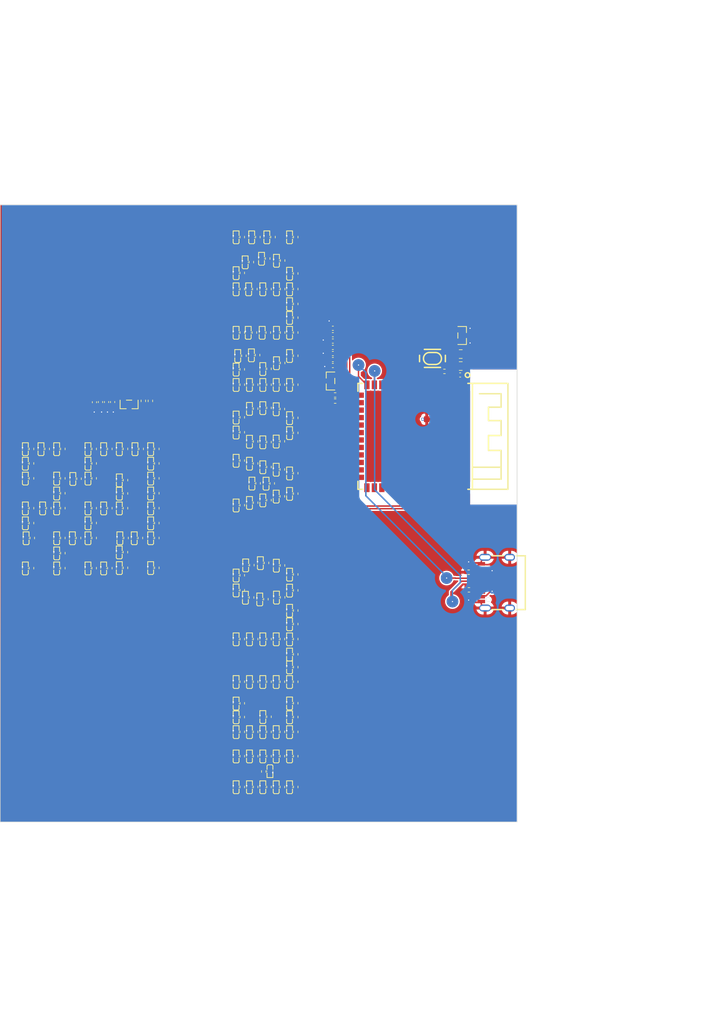
<source format=kicad_pcb>
(kicad_pcb (version 20240108) (generator "pcbnew") (generator_version "8.0")
  (layers (0 "F.Cu" signal) (31 "B.Cu" signal) (34 "B.Paste" user) (35 "F.Paste" user) (36 "B.SilkS" user "B.Silkscreen") (37 "F.SilkS" user "F.Silkscreen") (38 "B.Mask" user) (39 "F.Mask" user) (44 "Edge.Cuts" user))
  (net 0 "")
  (net 1 "led1.indicator.resistor-cathode")
  (net 2 "led2.indicator.resistor-cathode")
  (net 3 "led3.indicator.resistor-cathode")
  (net 4 "led4.indicator.resistor-cathode")
  (net 5 "led5.indicator.resistor-cathode")
  (net 6 "led6.indicator.resistor-cathode")
  (net 7 "led7.indicator.resistor-cathode")
  (net 8 "led8.indicator.resistor-cathode")
  (net 9 "led9.indicator.resistor-cathode")
  (net 10 "led10.indicator.resistor-cathode")
  (net 11 "led11.indicator.resistor-cathode")
  (net 12 "led12.indicator.resistor-cathode")
  (net 13 "led13.indicator.resistor-cathode")
  (net 14 "led14.indicator.resistor-cathode")
  (net 15 "led15.indicator.resistor-cathode")
  (net 16 "led16.indicator.resistor-cathode")
  (net 17 "led17.indicator.resistor-cathode")
  (net 18 "led18.indicator.resistor-cathode")
  (net 19 "led19.indicator.resistor-cathode")
  (net 20 "led20.indicator.resistor-cathode")
  (net 21 "led21.indicator.resistor-cathode")
  (net 22 "led22.indicator.resistor-cathode")
  (net 23 "led23.indicator.resistor-cathode")
  (net 24 "led24.indicator.resistor-cathode")
  (net 25 "led25.indicator.resistor-cathode")
  (net 26 "led26.indicator.resistor-cathode")
  (net 27 "led27.indicator.resistor-cathode")
  (net 28 "led28.indicator.resistor-cathode")
  (net 29 "led29.indicator.resistor-cathode")
  (net 30 "led30.indicator.resistor-cathode")
  (net 31 "led31.indicator.resistor-cathode")
  (net 32 "led33.indicator.resistor-cathode")
  (net 33 "led34.indicator.resistor-cathode")
  (net 34 "led35.indicator.resistor-cathode")
  (net 35 "led36.indicator.resistor-cathode")
  (net 36 "led37.indicator.resistor-cathode")
  (net 37 "led38.indicator.resistor-cathode")
  (net 38 "led39.indicator.resistor-cathode")
  (net 39 "led40.indicator.resistor-cathode")
  (net 40 "led41.indicator.resistor-cathode")
  (net 41 "led42.indicator.resistor-cathode")
  (net 42 "led43.indicator.resistor-cathode")
  (net 43 "led44.indicator.resistor-cathode")
  (net 44 "led45.indicator.resistor-cathode")
  (net 45 "led46.indicator.resistor-cathode")
  (net 46 "led47.indicator.resistor-cathode")
  (net 47 "led48.indicator.resistor-cathode")
  (net 48 "led49.indicator.resistor-cathode")
  (net 49 "led50.indicator.resistor-cathode")
  (net 50 "led51.indicator.resistor-cathode")
  (net 51 "led52.indicator.resistor-cathode")
  (net 52 "led53.indicator.resistor-cathode")
  (net 53 "led54.indicator.resistor-cathode")
  (net 54 "led55.indicator.resistor-cathode")
  (net 55 "led56.indicator.resistor-cathode")
  (net 56 "led57.indicator.resistor-cathode")
  (net 57 "led58.indicator.resistor-cathode")
  (net 58 "led59.indicator.resistor-cathode")
  (net 59 "led60.indicator.resistor-cathode")
  (net 60 "led61.indicator.resistor-cathode")
  (net 61 "led62.indicator.resistor-cathode")
  (net 62 "led63.indicator.resistor-cathode")
  (net 63 "led64.indicator.resistor-cathode")
  (net 64 "led65.indicator.resistor-cathode")
  (net 65 "led66.indicator.resistor-cathode")
  (net 66 "led67.indicator.resistor-cathode")
  (net 67 "led68.indicator.resistor-cathode")
  (net 68 "led69.indicator.resistor-cathode")
  (net 69 "led70.indicator.resistor-cathode")
  (net 70 "led71.indicator.resistor-cathode")
  (net 71 "led72.indicator.resistor-cathode")
  (net 72 "led73.indicator.resistor-cathode")
  (net 73 "led74.indicator.resistor-cathode")
  (net 74 "led75.indicator.resistor-cathode")
  (net 75 "led76.indicator.resistor-cathode")
  (net 76 "led77.indicator.resistor-cathode")
  (net 77 "led78.indicator.resistor-cathode")
  (net 78 "led79.indicator.resistor-cathode")
  (net 79 "led80.indicator.resistor-cathode")
  (net 80 "led81.indicator.resistor-cathode")
  (net 81 "led82.indicator.resistor-cathode")
  (net 82 "led83.indicator.resistor-cathode")
  (net 83 "led84.indicator.resistor-cathode")
  (net 84 "led85.indicator.resistor-cathode")
  (net 85 "led86.indicator.resistor-cathode")
  (net 86 "led87.indicator.resistor-cathode")
  (net 87 "led88.indicator.resistor-cathode")
  (net 88 "led89.indicator.resistor-cathode")
  (net 89 "led90.indicator.resistor-cathode")
  (net 90 "led91.indicator.resistor-cathode")
  (net 91 "led92.indicator.resistor-cathode")
  (net 92 "led93.indicator.resistor-cathode")
  (net 93 "led94.indicator.resistor-cathode")
  (net 94 "led95.indicator.resistor-cathode")
  (net 95 "led96.indicator.resistor-cathode")
  (net 96 "led97.indicator.resistor-cathode")
  (net 97 "led98.indicator.resistor-cathode")
  (net 98 "led99.indicator.resistor-cathode")
  (net 99 "led100.indicator.resistor-cathode")
  (net 100 "led_logo1.indicator.resistor-cathode")
  (net 101 "led_logo2.indicator.resistor-cathode")
  (net 102 "led_logo3.indicator.resistor-cathode")
  (net 103 "led_logo4.indicator.resistor-cathode")
  (net 104 "led_logo5.indicator.resistor-cathode")
  (net 105 "led_logo6.indicator.resistor-cathode")
  (net 106 "led_logo7.indicator.resistor-cathode")
  (net 107 "led_logo8.indicator.resistor-cathode")
  (net 108 "led_logo10.indicator.resistor-cathode")
  (net 109 "led_logo11.indicator.resistor-cathode")
  (net 110 "led_logo12.indicator.resistor-cathode")
  (net 111 "led_logo13.indicator.resistor-cathode")
  (net 112 "led_logo14.indicator.resistor-cathode")
  (net 113 "led_logo15.indicator.resistor-cathode")
  (net 114 "led_logo16.indicator.resistor-cathode")
  (net 115 "led_logo17.indicator.resistor-cathode")
  (net 116 "led_logo18.indicator.resistor-cathode")
  (net 117 "led_logo19.indicator.resistor-cathode")
  (net 118 "led_logo20.indicator.resistor-cathode")
  (net 119 "led_logo21.indicator.resistor-cathode")
  (net 120 "led_logo22.indicator.resistor-cathode")
  (net 121 "led_logo23.indicator.resistor-cathode")
  (net 122 "led_logo25.indicator.resistor-cathode")
  (net 123 "led_logo26.indicator.resistor-cathode")
  (net 124 "led_logo27.indicator.resistor-cathode")
  (net 125 "led_logo28.indicator.resistor-cathode")
  (net 126 "led_logo29.indicator.resistor-cathode")
  (net 127 "led_logo30.indicator.resistor-cathode")
  (net 128 "led_logo31.indicator.resistor-cathode")
  (net 129 "led_logo32.indicator.resistor-cathode")
  (net 130 "led_logo33.indicator.resistor-cathode")
  (net 131 "led_logo34.indicator.resistor-cathode")
  (net 132 "led_logo35.indicator.resistor-cathode")
  (net 133 "led_logo36.indicator.resistor-cathode")
  (net 134 "led_logo37.indicator.resistor-cathode")
  (net 135 "led_logo38.indicator.resistor-cathode")
  (net 136 "led_logo40.indicator.resistor-cathode")
  (net 137 "led_logo41.indicator.resistor-cathode")
  (net 138 "led_logo42.indicator.resistor-cathode")
  (net 139 "led_logo43.indicator.resistor-cathode")
  (net 140 "led_logo45.indicator.resistor-cathode")
  (net 141 "led_logo46.indicator.resistor-cathode")
  (net 142 "led_logo47.indicator.resistor-cathode")
  (net 143 "led_logo48.indicator.resistor-cathode")
  (net 144 "led_logo49.indicator.resistor-cathode")
  (net 145 "io13")
  (net 146 "io15")
  (net 147 "gnd")
  (net 148 "io36")
  (net 149 "io40")
  (net 150 "rxd0")
  (net 151 "esp32.ic-vcc-1")
  (net 152 "io39")
  (net 153 "io45")
  (net 154 "io16")
  (net 155 "txd0")
  (net 156 "io47")
  (net 157 "io5")
  (net 158 "io14")
  (net 159 "io11")
  (net 160 "io35")
  (net 161 "io6")
  (net 162 "io8")
  (net 163 "io0")
  (net 164 "io9")
  (net 165 "io3")
  (net 166 "io46")
  (net 167 "io17")
  (net 168 "io7")
  (net 169 "io37")
  (net 170 "io4")
  (net 171 "io48")
  (net 172 "io18")
  (net 173 "io10")
  (net 174 "io42")
  (net 175 "io41")
  (net 176 "io21")
  (net 177 "io38")
  (net 178 "esp32.ic-vcc")
  (net 179 "io12")
  (net 180 "en")
  (net 181 "dp")
  (net 182 "dm")
  (net 183 "sub1")
  (net 184 "cc1")
  (net 185 "cc2")
  (net 186 "sub2")
  (net 187 "logo_switch.fet-gate")
  (net 188 "hello_world_switch.fet-gate")
  (net 189 "3V3")
  (net 190 "5V")
  (net 191 "GND_LOGO")
  (net 192 "GND_HELLO_WORLD")
  (footprint "lib:LED0402-RD_ORANGE" (layer "F.Cu") (at 7.160202 54.901783 90)
    (property "Reference" "LED102" (hide yes))
    (property "Value" "?")
  )
  (footprint "lib:LED0402-RD_ORANGE" (layer "F.Cu") (at 25.551391 47.287366 90)
    (property "Reference" "LED126" (hide yes))
    (property "Value" "?")
  )
  (footprint "lib:LED0402-RD_ORANGE" (layer "F.Cu") (at 46.977339 12.763615 90)
    (property "Reference" "LED98" (hide yes))
    (property "Value" "?")
  )
  (footprint "lib:LED0402-RD_ORANGE" (layer "F.Cu") (at 14.88269 54.901783 90)
    (property "Reference" "LED132" (hide yes))
    (property "Value" "?")
  )
  (footprint "lib:LED0402-RD_ORANGE" (layer "F.Cu") (at 46.977339 70.0745 90)
    (property "Reference" "LED40" (hide yes))
    (property "Value" "?")
  )
  (footprint "lib:LED0402-RD_ORANGE" (layer "F.Cu") (at 45.20737 50.692229 90)
    (property "Reference" "LED12" (hide yes))
    (property "Value" "?")
  )
  (footprint "lib:LED0402-RD_ORANGE" (layer "F.Cu") (at 4.21399 44.819091 90)
    (property "Reference" "LED127" (hide yes))
    (property "Value" "?")
  )
  (footprint "lib:C0805" (layer "F.Cu") (at 78.354514 30.676545)
    (property "Reference" "C3" (hide yes))
    (property "Value" "25V 10uF X5R ±10% 0805  Multilayer Ceramic Capacitors MLCC - SMD/SMT ROHS")
  )
  (footprint "lib:R0402" (layer "F.Cu") (at 15.939214 65.065811 90)
    (property "Reference" "R124" (hide yes))
    (property "Value" "62.5mW Thick Film Resistors 50V ±100ppm/℃ ±1% 5.49kΩ 0402  Chip Resistor - Surface Mount ROHS")
  )
  (footprint "lib:LED0402-RD_ORANGE" (layer "F.Cu") (at 42.171064 25.019187 90)
    (property "Reference" "LED58" (hide yes))
    (property "Value" "?")
  )
  (footprint "lib:C0402" (layer "F.Cu") (at 78.258414 32.189868)
    (property "Reference" "C2" (hide yes))
    (property "Value" "16V 100nF X7R ±10% 0402  Multilayer Ceramic Capacitors MLCC - SMD/SMT ROHS")
  )
  (footprint "lib:LED0402-RD_ORANGE" (layer "F.Cu") (at 25.551391 52.363644 90)
    (property "Reference" "LED133" (hide yes))
    (property "Value" "?")
  )
  (footprint "lib:R0402" (layer "F.Cu") (at 50.261987 97.061441 90)
    (property "Reference" "R76" (hide yes))
    (property "Value" "62.5mW Thick Film Resistors 50V ±100ppm/℃ ±1% 5.49kΩ 0402  Chip Resistor - Surface Mount ROHS")
  )
  (footprint "lib:LED0402-RD_ORANGE" (layer "F.Cu") (at 49.205463 39.53872 90)
    (property "Reference" "LED36" (hide yes))
    (property "Value" "?")
  )
  (footprint "lib:LED0402-RD_ORANGE" (layer "F.Cu") (at 41.689187 70.101524 90)
    (property "Reference" "LED20" (hide yes))
    (property "Value" "?")
  )
  (footprint "lib:R0402" (layer "F.Cu") (at 45.710637 92.925445 90)
    (property "Reference" "R106" (hide yes))
    (property "Value" "62.5mW Thick Film Resistors 50V ±100ppm/℃ ±1% 5.49kΩ 0402  Chip Resistor - Surface Mount ROHS")
  )
  (footprint "lib:LED0402-RD_ORANGE" (layer "F.Cu") (at 49.205463 48.954907 90)
    (property "Reference" "LED9" (hide yes))
    (property "Value" "?")
  )
  (footprint "lib:LED0402-RD_ORANGE" (layer "F.Cu") (at 46.929788 97.105924 90)
    (property "Reference" "LED2" (hide yes))
    (property "Value" "?")
  )
  (footprint "lib:R0402" (layer "F.Cu") (at 41.159287 24.974704 90)
    (property "Reference" "R40" (hide yes))
    (property "Value" "62.5mW Thick Film Resistors 50V ±100ppm/℃ ±1% 5.49kΩ 0402  Chip Resistor - Surface Mount ROHS")
  )
  (footprint "lib:R0402" (layer "F.Cu") (at 50.261987 102.300348 90)
    (property "Reference" "R60" (hide yes))
    (property "Value" "62.5mW Thick Film Resistors 50V ±100ppm/℃ ±1% 5.49kΩ 0402  Chip Resistor - Surface Mount ROHS")
  )
  (footprint "lib:LED0402-RD_ORANGE" (layer "F.Cu") (at 40.102763 14.871688 90)
    (property "Reference" "LED16" (hide yes))
    (property "Value" "?")
  )
  (footprint "lib:R0402" (layer "F.Cu") (at 41.159287 90.40303 90)
    (property "Reference" "R39" (hide yes))
    (property "Value" "62.5mW Thick Film Resistors 50V ±100ppm/℃ ±1% 5.49kΩ 0402  Chip Resistor - Surface Mount ROHS")
  )
  (footprint "lib:LED0402-RD_ORANGE" (layer "F.Cu") (at 44.431008 12.421725 90)
    (property "Reference" "LED70" (hide yes))
    (property "Value" "?")
  )
  (footprint "lib:LED0402-RD_ORANGE" (layer "F.Cu") (at 46.977339 30.191901 90)
    (property "Reference" "LED94" (hide yes))
    (property "Value" "?")
  )
  (footprint "lib:R0402" (layer "F.Cu") (at 26.607915 49.781022 90)
    (property "Reference" "R117" (hide yes))
    (property "Value" "62.5mW Thick Film Resistors 50V ±100ppm/℃ ±1% 5.49kΩ 0402  Chip Resistor - Surface Mount ROHS")
  )
  (footprint "lib:R0402" (layer "F.Cu") (at 47.986312 84.398464 90)
    (property "Reference" "R24" (hide yes))
    (property "Value" "62.5mW Thick Film Resistors 50V ±100ppm/℃ ±1% 5.49kΩ 0402  Chip Resistor - Surface Mount ROHS")
  )
  (footprint "lib:LED0402-RD_ORANGE" (layer "F.Cu") (at 4.21399 57.439922 90)
    (property "Reference" "LED105" (hide yes))
    (property "Value" "?")
  )
  (footprint "lib:LED0402-RD_ORANGE" (layer "F.Cu") (at 49.205463 68.890851 90)
    (property "Reference" "LED7" (hide yes))
    (property "Value" "?")
  )
  (footprint "lib:R0402" (layer "F.Cu") (at 47.986312 102.300348 90)
    (property "Reference" "R100" (hide yes))
    (property "Value" "62.5mW Thick Film Resistors 50V ±100ppm/℃ ±1% 5.49kΩ 0402  Chip Resistor - Surface Mount ROHS")
  )
  (footprint "lib:LED0402-RD_ORANGE" (layer "F.Cu") (at 49.205463 81.952153 90)
    (property "Reference" "LED3" (hide yes))
    (property "Value" "?")
  )
  (footprint "lib:R0402" (layer "F.Cu") (at 45.710637 77.132273 90)
    (property "Reference" "R75" (hide yes))
    (property "Value" "62.5mW Thick Film Resistors 50V ±100ppm/℃ ±1% 5.49kΩ 0402  Chip Resistor - Surface Mount ROHS")
  )
  (footprint "lib:LED0402-RD_ORANGE" (layer "F.Cu") (at 9.54834 44.819091 90)
    (property "Reference" "LED118" (hide yes))
    (property "Value" "?")
  )
  (footprint "lib:R0402" (layer "F.Cu") (at 43.434962 43.506402 90)
    (property "Reference" "R72" (hide yes))
    (property "Value" "62.5mW Thick Film Resistors 50V ±100ppm/℃ ±1% 5.49kΩ 0402  Chip Resistor - Surface Mount ROHS")
  )
  (footprint "lib:R0402" (layer "F.Cu") (at 8.216726 54.8573 90)
    (property "Reference" "R109" (hide yes))
    (property "Value" "62.5mW Thick Film Resistors 50V ±100ppm/℃ ±1% 5.49kΩ 0402  Chip Resistor - Surface Mount ROHS")
  )
  (footprint "lib:LED0402-RD_ORANGE" (layer "F.Cu") (at 44.654113 84.442947 90)
    (property "Reference" "LED84" (hide yes))
    (property "Value" "?")
  )
  (footprint "lib:R0402" (layer "F.Cu") (at 56.970255 35.597343 180)
    (property "Reference" "R4" (hide yes))
    (property "Value" "62.5mW Thick Film Resistors 50V ±100ppm/℃ ±1% 4.7kΩ 0402  Chip Resistor - Surface Mount ROHS")
  )
  (footprint "lib:R0402" (layer "F.Cu") (at 41.159287 41.9405 90)
    (property "Reference" "R22" (hide yes))
    (property "Value" "62.5mW Thick Film Resistors 50V ±100ppm/℃ ±1% 5.49kΩ 0402  Chip Resistor - Surface Mount ROHS")
  )
  (footprint "lib:R0402" (layer "F.Cu") (at 15.939214 54.8573 90)
    (property "Reference" "R139" (hide yes))
    (property "Value" "62.5mW Thick Film Resistors 50V ±100ppm/℃ ±1% 5.49kΩ 0402  Chip Resistor - Surface Mount ROHS")
  )
  (footprint "lib:LED0402-RD_ORANGE" (layer "F.Cu") (at 44.654113 77.176756 90)
    (property "Reference" "LED68" (hide yes))
    (property "Value" "?")
  )
  (footprint "lib:R0402" (layer "F.Cu") (at 18.606389 65.065811 90)
    (property "Reference" "R122" (hide yes))
    (property "Value" "62.5mW Thick Film Resistors 50V ±100ppm/℃ ±1% 5.49kΩ 0402  Chip Resistor - Surface Mount ROHS")
  )
  (footprint "lib:R0402" (layer "F.Cu") (at 50.261987 74.577122 90)
    (property "Reference" "R52" (hide yes))
    (property "Value" "62.5mW Thick Film Resistors 50V ±100ppm/℃ ±1% 5.49kΩ 0402  Chip Resistor - Surface Mount ROHS")
  )
  (footprint "lib:R0402" (layer "F.Cu") (at 50.261987 39.494237 90)
    (property "Reference" "R43" (hide yes))
    (property "Value" "62.5mW Thick Film Resistors 50V ±100ppm/℃ ±1% 5.49kΩ 0402  Chip Resistor - Surface Mount ROHS")
  )
  (footprint "lib:LED0402-RD_ORANGE" (layer "F.Cu") (at 44.654113 90.401824 90)
    (property "Reference" "LED14" (hide yes))
    (property "Value" "?")
  )
  (footprint "lib:LED0402-RD_ORANGE" (layer "F.Cu") (at 40.102763 88.106711 90)
    (property "Reference" "LED37" (hide yes))
    (property "Value" "?")
  )
  (footprint "lib:LED0402-RD_ORANGE" (layer "F.Cu") (at 22.755248 59.978061 90)
    (property "Reference" "LED140" (hide yes))
    (property "Value" "?")
  )
  (footprint "lib:C0402" (layer "F.Cu") (at 19.080189 36.800188 90)
    (property "Reference" "C1" (hide yes))
    (property "Value" "25V 1uF X5R ±10% 0402  Multilayer Ceramic Capacitors MLCC - SMD/SMT ROHS")
  )
  (footprint "lib:R0402" (layer "F.Cu") (at 43.434962 97.061441 90)
    (property "Reference" "R97" (hide yes))
    (property "Value" "62.5mW Thick Film Resistors 50V ±100ppm/℃ ±1% 5.49kΩ 0402  Chip Resistor - Surface Mount ROHS")
  )
  (footprint "lib:R0402" (layer "F.Cu") (at 21.273564 65.009856 90)
    (property "Reference" "R151" (hide yes))
    (property "Value" "62.5mW Thick Film Resistors 50V ±100ppm/℃ ±1% 5.49kΩ 0402  Chip Resistor - Surface Mount ROHS")
  )
  (footprint "lib:LED0402-RD_ORANGE" (layer "F.Cu") (at 9.552668 62.555307 90)
    (property "Reference" "LED128" (hide yes))
    (property "Value" "?")
  )
  (footprint "lib:LED0402-RD_ORANGE" (layer "F.Cu") (at 20.21704 65.054339 90)
    (property "Reference" "LED144" (hide yes))
    (property "Value" "?")
  )
  (footprint "lib:R0402" (layer "F.Cu") (at 41.159287 102.300348 90)
    (property "Reference" "R89" (hide yes))
    (property "Value" "62.5mW Thick Film Resistors 50V ±100ppm/℃ ±1% 5.49kΩ 0402  Chip Resistor - Surface Mount ROHS")
  )
  (footprint "lib:R0402" (layer "F.Cu") (at 45.710637 37.795482 90)
    (property "Reference" "R67" (hide yes))
    (property "Value" "62.5mW Thick Film Resistors 50V ±100ppm/℃ ±1% 5.49kΩ 0402  Chip Resistor - Surface Mount ROHS")
  )
  (footprint "lib:SOT-23-3_L2.9-W1.3-P1.90-LS2.4-BR" (layer "F.Cu") (at 56.179834 33.220488)
    (property "Reference" "Q1" (hide yes))
    (property "Value" "?")
  )
  (footprint "lib:R0402" (layer "F.Cu") (at 7.937689 44.774608 90)
    (property "Reference" "R114" (hide yes))
    (property "Value" "62.5mW Thick Film Resistors 50V ±100ppm/℃ ±1% 5.49kΩ 0402  Chip Resistor - Surface Mount ROHS")
  )
  (footprint "lib:LED0402-RD_ORANGE" (layer "F.Cu") (at 44.235715 64.218177 90)
    (property "Reference" "LED48" (hide yes))
    (property "Value" "?")
  )
  (footprint "lib:LED0402-RD_ORANGE" (layer "F.Cu") (at 49.205463 33.894573 90)
    (property "Reference" "LED8" (hide yes))
    (property "Value" "?")
  )
  (footprint "lib:LED0402-RD_ORANGE" (layer "F.Cu") (at 40.102763 54.4009 90)
    (property "Reference" "LED56" (hide yes))
    (property "Value" "?")
  )
  (footprint "lib:R0402" (layer "F.Cu") (at 45.710637 90.357341 90)
    (property "Reference" "R21" (hide yes))
    (property "Value" "62.5mW Thick Film Resistors 50V ±100ppm/℃ ±1% 5.49kΩ 0402  Chip Resistor - Surface Mount ROHS")
  )
  (footprint "lib:R0402" (layer "F.Cu") (at 50.261987 52.384158 90)
    (property "Reference" "R33" (hide yes))
    (property "Value" "62.5mW Thick Film Resistors 50V ±100ppm/℃ ±1% 5.49kΩ 0402  Chip Resistor - Surface Mount ROHS")
  )
  (footprint "lib:R0402" (layer "F.Cu") (at 25.510459 36.604953 -90)
    (property "Reference" "R7" (hide yes))
    (property "Value" "62.5mW Thick Film Resistors 50V ±100ppm/℃ ±1% 4.7kΩ 0402  Chip Resistor - Surface Mount ROHS")
  )
  (footprint "lib:LED0402-RD_ORANGE" (layer "F.Cu") (at 14.88269 65.110294 90)
    (property "Reference" "LED117" (hide yes))
    (property "Value" "?")
  )
  (footprint "lib:R0402" (layer "F.Cu") (at 50.261987 84.398464 90)
    (property "Reference" "R102" (hide yes))
    (property "Value" "62.5mW Thick Film Resistors 50V ±100ppm/℃ ±1% 5.49kΩ 0402  Chip Resistor - Surface Mount ROHS")
  )
  (footprint "lib:LED0402-RD_ORANGE" (layer "F.Cu") (at 44.654113 37.839965 90)
    (property "Reference" "LED60" (hide yes))
    (property "Value" "?")
  )
  (footprint "lib:LED0402-RD_ORANGE" (layer "F.Cu") (at 40.102763 66.320416 90)
    (property "Reference" "LED76" (hide yes))
    (property "Value" "?")
  )
  (footprint "lib:R0402" (layer "F.Cu") (at 43.434962 37.921373 90)
    (property "Reference" "R68" (hide yes))
    (property "Value" "62.5mW Thick Film Resistors 50V ±100ppm/℃ ±1% 5.49kΩ 0402  Chip Resistor - Surface Mount ROHS")
  )
  (footprint "lib:R0402" (layer "F.Cu") (at 24.308838 36.600018 -90)
    (property "Reference" "R6" (hide yes))
    (property "Value" "62.5mW Thick Film Resistors 50V ±100ppm/℃ ±1% 4.7kΩ 0402  Chip Resistor - Surface Mount ROHS")
  )
  (footprint "lib:LED0402-RD_ORANGE" (layer "F.Cu") (at 46.954007 64.642968 90)
    (property "Reference" "LED77" (hide yes))
    (property "Value" "?")
  )
  (footprint "lib:R0402" (layer "F.Cu") (at 50.261987 14.922371 90)
    (property "Reference" "R73" (hide yes))
    (property "Value" "62.5mW Thick Film Resistors 50V ±100ppm/℃ ±1% 5.49kΩ 0402  Chip Resistor - Surface Mount ROHS")
  )
  (footprint "lib:LED0402-RD_ORANGE" (layer "F.Cu") (at 20.314072 59.978061 90)
    (property "Reference" "LED121" (hide yes))
    (property "Value" "?")
  )
  (footprint "lib:R0402" (layer "F.Cu") (at 43.434962 92.925445 90)
    (property "Reference" "R12" (hide yes))
    (property "Value" "62.5mW Thick Film Resistors 50V ±100ppm/℃ ±1% 5.49kΩ 0402  Chip Resistor - Surface Mount ROHS")
  )
  (footprint "lib:LED0402-RD_ORANGE" (layer "F.Cu") (at 4.21399 47.287366 90)
    (property "Reference" "LED124" (hide yes))
    (property "Value" "?")
  )
  (footprint "lib:R0402" (layer "F.Cu") (at 45.706086 31.143874 90)
    (property "Reference" "R37" (hide yes))
    (property "Value" "62.5mW Thick Film Resistors 50V ±100ppm/℃ ±1% 5.49kΩ 0402  Chip Resistor - Surface Mount ROHS")
  )
  (footprint "lib:LED0402-RD_ORANGE" (layer "F.Cu") (at 44.654113 102.344831 90)
    (property "Reference" "LED91" (hide yes))
    (property "Value" "?")
  )
  (footprint "lib:USB-C-SMD_KH-TYPE-C-16P" (layer "F.Cu") (at 84.274606 67.531686 90)
    (property "Reference" "U1" (hide yes))
    (property "Value" "?")
  )
  (footprint "lib:R0402" (layer "F.Cu") (at 21.273564 54.8573 90)
    (property "Reference" "R115" (hide yes))
    (property "Value" "62.5mW Thick Film Resistors 50V ±100ppm/℃ ±1% 5.49kΩ 0402  Chip Resistor - Surface Mount ROHS")
  )
  (footprint "lib:C0402" (layer "F.Cu") (at 56.57775 30.587752)
    (property "Reference" "C6" (hide yes))
    (property "Value" "25V 1uF X5R ±10% 0402  Multilayer Ceramic Capacitors MLCC - SMD/SMT ROHS")
  )
  (footprint "lib:R0402" (layer "F.Cu") (at 18.606389 44.774608 90)
    (property "Reference" "R126" (hide yes))
    (property "Value" "62.5mW Thick Film Resistors 50V ±100ppm/℃ ±1% 5.49kΩ 0402  Chip Resistor - Surface Mount ROHS")
  )
  (footprint "lib:R0402" (layer "F.Cu") (at 43.853526 50.630702 90)
    (property "Reference" "R32" (hide yes))
    (property "Value" "62.5mW Thick Film Resistors 50V ±100ppm/℃ ±1% 5.49kΩ 0402  Chip Resistor - Surface Mount ROHS")
  )
  (footprint "lib:R0402" (layer "F.Cu") (at 41.159287 8.726611 90)
    (property "Reference" "R29" (hide yes))
    (property "Value" "62.5mW Thick Film Resistors 50V ±100ppm/℃ ±1% 5.49kΩ 0402  Chip Resistor - Surface Mount ROHS")
  )
  (footprint "lib:R0402" (layer "F.Cu") (at 50.261987 90.401999 90)
    (property "Reference" "R26" (hide yes))
    (property "Value" "62.5mW Thick Film Resistors 50V ±100ppm/℃ ±1% 5.49kΩ 0402  Chip Resistor - Surface Mount ROHS")
  )
  (footprint "lib:R0402" (layer "F.Cu") (at 50.261987 88.042575 90)
    (property "Reference" "R59" (hide yes))
    (property "Value" "62.5mW Thick Film Resistors 50V ±100ppm/℃ ±1% 5.49kΩ 0402  Chip Resistor - Surface Mount ROHS")
  )
  (footprint "lib:R0402" (layer "F.Cu") (at 10.604864 59.933578 90)
    (property "Reference" "R113" (hide yes))
    (property "Value" "62.5mW Thick Film Resistors 50V ±100ppm/℃ ±1% 5.49kΩ 0402  Chip Resistor - Surface Mount ROHS")
  )
  (footprint "lib:LED0402-RD_ORANGE" (layer "F.Cu") (at 17.549865 44.819091 90)
    (property "Reference" "LED119" (hide yes))
    (property "Value" "?")
  )
  (footprint "lib:LED0402-RD_ORANGE" (layer "F.Cu") (at 25.55139 44.819091 90)
    (property "Reference" "LED109" (hide yes))
    (property "Value" "?")
  )
  (footprint "lib:WIRELM-SMD_ESP32-S3-WROOM-1" (layer "F.Cu") (at 70.000782 42.625284 -90)
    (property "Reference" "U3" (hide yes))
    (property "Value" "?")
  )
  (footprint "lib:R0402" (layer "F.Cu") (at 45.710637 47.85558 90)
    (property "Reference" "R61" (hide yes))
    (property "Value" "62.5mW Thick Film Resistors 50V ±100ppm/℃ ±1% 5.49kΩ 0402  Chip Resistor - Surface Mount ROHS")
  )
  (footprint "Fiducial:Fiducial_1.5mm_Mask3mm" (layer "F.Cu") (at 84.2 10.5 90)
    (property "Reference" "FID1" (hide yes))
    (property "Value" "Fiducial_1.5mm_Mask3mm")
  )
  (footprint "lib:LED0402-RD_ORANGE" (layer "F.Cu") (at 46.929788 102.344831 90)
    (property "Reference" "LED93" (hide yes))
    (property "Value" "?")
  )
  (footprint "lib:LED0402-RD_ORANGE" (layer "F.Cu") (at 22.884215 44.819091 90)
    (property "Reference" "LED120" (hide yes))
    (property "Value" "?")
  )
  (footprint "lib:R0402" (layer "F.Cu") (at 10.609192 62.510824 90)
    (property "Reference" "R135" (hide yes))
    (property "Value" "62.5mW Thick Film Resistors 50V ±100ppm/℃ ±1% 5.49kΩ 0402  Chip Resistor - Surface Mount ROHS")
  )
  (footprint "lib:LED0402-RD_ORANGE" (layer "F.Cu") (at 46.977339 17.616652 90)
    (property "Reference" "LED41" (hide yes))
    (property "Value" "?")
  )
  (footprint "lib:R0402" (layer "F.Cu") (at 5.270514 65.065811 90)
    (property "Reference" "R149" (hide yes))
    (property "Value" "62.5mW Thick Film Resistors 50V ±100ppm/℃ ±1% 5.49kΩ 0402  Chip Resistor - Surface Mount ROHS")
  )
  (footprint "lib:C0402" (layer "F.Cu") (at 56.57775 29.57754)
    (property "Reference" "C9" (hide yes))
    (property "Value" "25V 1uF X5R ±10% 0402  Multilayer Ceramic Capacitors MLCC - SMD/SMT ROHS")
  )
  (footprint "lib:C0402" (layer "F.Cu") (at 56.57775 26.422547)
    (property "Reference" "C11" (hide yes))
    (property "Value" "25V 1uF X5R ±10% 0402  Multilayer Ceramic Capacitors MLCC - SMD/SMT ROHS")
  )
  (footprint "lib:R0402" (layer "F.Cu") (at 26.607915 54.8573 90)
    (property "Reference" "R138" (hide yes))
    (property "Value" "62.5mW Thick Film Resistors 50V ±100ppm/℃ ±1% 5.49kΩ 0402  Chip Resistor - Surface Mount ROHS")
  )
  (footprint "lib:R0402" (layer "F.Cu") (at 75.582596 31.584831 180)
    (property "Reference" "R3" (hide yes))
    (property "Value" "62.5mW Thick Film Resistors 50V ±100ppm/℃ ±1% 10kΩ 0402  Chip Resistor - Surface Mount ROHS")
  )
  (footprint "lib:LED0402-RD_ORANGE" (layer "F.Cu") (at 40.102763 84.442947 90)
    (property "Reference" "LED78" (hide yes))
    (property "Value" "?")
  )
  (footprint "lib:R0402" (layer "F.Cu") (at 50.261987 33.85009 90)
    (property "Reference" "R15" (hide yes))
    (property "Value" "62.5mW Thick Film Resistors 50V ±100ppm/℃ ±1% 5.49kΩ 0402  Chip Resistor - Surface Mount ROHS")
  )
  (footprint "lib:LED0402-RD_ORANGE" (layer "F.Cu") (at 49.205463 52.428641 90)
    (property "Reference" "LED26" (hide yes))
    (property "Value" "?")
  )
  (footprint "lib:R0402" (layer "F.Cu") (at 13.280094 59.933578 90)
    (property "Reference" "R141" (hide yes))
    (property "Value" "62.5mW Thick Film Resistors 50V ±100ppm/℃ ±1% 5.49kΩ 0402  Chip Resistor - Surface Mount ROHS")
  )
  (footprint "lib:R0402" (layer "F.Cu") (at 41.159287 84.398464 90)
    (property "Reference" "R85" (hide yes))
    (property "Value" "62.5mW Thick Film Resistors 50V ±100ppm/℃ ±1% 5.49kΩ 0402  Chip Resistor - Surface Mount ROHS")
  )
  (footprint "lib:R0402" (layer "F.Cu") (at 10.604864 65.065811 90)
    (property "Reference" "R120" (hide yes))
    (property "Value" "62.5mW Thick Film Resistors 50V ±100ppm/℃ ±1% 5.49kΩ 0402  Chip Resistor - Surface Mount ROHS")
  )
  (footprint "lib:LED0402-RD_ORANGE" (layer "F.Cu") (at 41.64758 13.027071 90)
    (property "Reference" "LED27" (hide yes))
    (property "Value" "?")
  )
  (footprint "lib:R0402" (layer "F.Cu") (at 26.607915 57.395439 90)
    (property "Reference" "R108" (hide yes))
    (property "Value" "62.5mW Thick Film Resistors 50V ±100ppm/℃ ±1% 5.49kΩ 0402  Chip Resistor - Surface Mount ROHS")
  )
  (footprint "lib:LED0402-RD_ORANGE" (layer "F.Cu") (at 42.378438 102.344831 90)
    (property "Reference" "LED23" (hide yes))
    (property "Value" "?")
  )
  (footprint "lib:SOT-23-3_L2.9-W1.3-P1.90-LS2.4-BR" (layer "F.Cu") (at 21.88286 37.208323 90)
    (property "Reference" "Q2" (hide yes))
    (property "Value" "?")
  )
  (footprint "lib:LED0402-RD_ORANGE" (layer "F.Cu") (at 44.649562 31.188357 90)
    (property "Reference" "LED30" (hide yes))
    (property "Value" "?")
  )
  (footprint "lib:R0402" (layer "F.Cu") (at 5.270514 54.8573 90)
    (property "Reference" "R130" (hide yes))
    (property "Value" "62.5mW Thick Film Resistors 50V ±100ppm/℃ ±1% 5.49kΩ 0402  Chip Resistor - Surface Mount ROHS")
  )
  (footprint "lib:R0402" (layer "F.Cu") (at 48.033863 30.147418 90)
    (property "Reference" "R101" (hide yes))
    (property "Value" "62.5mW Thick Film Resistors 50V ±100ppm/℃ ±1% 5.49kΩ 0402  Chip Resistor - Surface Mount ROHS")
  )
  (footprint "lib:R0402" (layer "F.Cu") (at 42.704104 12.982588 90)
    (property "Reference" "R34" (hide yes))
    (property "Value" "62.5mW Thick Film Resistors 50V ±100ppm/℃ ±1% 5.49kΩ 0402  Chip Resistor - Surface Mount ROHS")
  )
  (footprint "lib:R0402" (layer "F.Cu") (at 47.986312 48.273013 90)
    (property "Reference" "R35" (hide yes))
    (property "Value" "62.5mW Thick Film Resistors 50V ±100ppm/℃ ±1% 5.49kΩ 0402  Chip Resistor - Surface Mount ROHS")
  )
  (footprint "lib:LED0402-RD_ORANGE" (layer "F.Cu") (at 49.205463 14.966854 90)
    (property "Reference" "LED66" (hide yes))
    (property "Value" "?")
  )
  (footprint "lib:R0402" (layer "F.Cu") (at 15.939214 59.933578 90)
    (property "Reference" "R136" (hide yes))
    (property "Value" "62.5mW Thick Film Resistors 50V ±100ppm/℃ ±1% 5.49kΩ 0402  Chip Resistor - Surface Mount ROHS")
  )
  (footprint "lib:R0402" (layer "F.Cu") (at 43.434962 47.246771 90)
    (property "Reference" "R8" (hide yes))
    (property "Value" "62.5mW Thick Film Resistors 50V ±100ppm/℃ ±1% 5.49kΩ 0402  Chip Resistor - Surface Mount ROHS")
  )
  (footprint "lib:R0402" (layer "F.Cu") (at 50.261987 8.726611 90)
    (property "Reference" "R70" (hide yes))
    (property "Value" "62.5mW Thick Film Resistors 50V ±100ppm/℃ ±1% 5.49kΩ 0402  Chip Resistor - Surface Mount ROHS")
  )
  (footprint "lib:R0402" (layer "F.Cu") (at 26.607915 65.009856 90)
    (property "Reference" "R137" (hide yes))
    (property "Value" "62.5mW Thick Film Resistors 50V ±100ppm/℃ ±1% 5.49kΩ 0402  Chip Resistor - Surface Mount ROHS")
  )
  (footprint "lib:R0402" (layer "F.Cu") (at 45.710637 33.85009 90)
    (property "Reference" "R64" (hide yes))
    (property "Value" "62.5mW Thick Film Resistors 50V ±100ppm/℃ ±1% 5.49kΩ 0402  Chip Resistor - Surface Mount ROHS")
  )
  (footprint "lib:R0402" (layer "F.Cu") (at 45.487532 12.377242 90)
    (property "Reference" "R77" (hide yes))
    (property "Value" "62.5mW Thick Film Resistors 50V ±100ppm/℃ ±1% 5.49kΩ 0402  Chip Resistor - Surface Mount ROHS")
  )
  (footprint "lib:LED0402-RD_ORANGE" (layer "F.Cu") (at 49.205463 90.446482 90)
    (property "Reference" "LED19" (hide yes))
    (property "Value" "?")
  )
  (footprint "lib:LED0402-RD_ORANGE" (layer "F.Cu") (at 49.205463 42.094289 90)
    (property "Reference" "LED92" (hide yes))
    (property "Value" "?")
  )
  (footprint "lib:C0402" (layer "F.Cu") (at 56.57775 28.547564)
    (property "Reference" "C8" (hide yes))
    (property "Value" "25V 1uF X5R ±10% 0402  Multilayer Ceramic Capacitors MLCC - SMD/SMT ROHS")
  )
  (footprint "lib:LED0402-RD_ORANGE" (layer "F.Cu") (at 14.88269 44.819091 90)
    (property "Reference" "LED136" (hide yes))
    (property "Value" "?")
  )
  (footprint "lib:R0402" (layer "F.Cu") (at 43.434962 84.398464 90)
    (property "Reference" "R66" (hide yes))
    (property "Value" "62.5mW Thick Film Resistors 50V ±100ppm/℃ ±1% 5.49kΩ 0402  Chip Resistor - Surface Mount ROHS")
  )
  (footprint "lib:R0402" (layer "F.Cu") (at 26.607914 44.774608 90)
    (property "Reference" "R116" (hide yes))
    (property "Value" "62.5mW Thick Film Resistors 50V ±100ppm/℃ ±1% 5.49kΩ 0402  Chip Resistor - Surface Mount ROHS")
  )
  (footprint "lib:LED0402-RD_ORANGE" (layer "F.Cu") (at 44.654113 33.894573 90)
    (property "Reference" "LED57" (hide yes))
    (property "Value" "?")
  )
  (footprint "lib:R0402" (layer "F.Cu") (at 43.300505 17.572169 90)
    (property "Reference" "R74" (hide yes))
    (property "Value" "62.5mW Thick Film Resistors 50V ±100ppm/℃ ±1% 5.49kΩ 0402  Chip Resistor - Surface Mount ROHS")
  )
  (footprint "lib:LED0402-RD_ORANGE" (layer "F.Cu") (at 42.797002 50.675185 90)
    (property "Reference" "LED25" (hide yes))
    (property "Value" "?")
  )
  (footprint "lib:R0402" (layer "F.Cu") (at 50.261987 17.572169 90)
    (property "Reference" "R81" (hide yes))
    (property "Value" "62.5mW Thick Film Resistors 50V ±100ppm/℃ ±1% 5.49kΩ 0402  Chip Resistor - Surface Mount ROHS")
  )
  (footprint "lib:LED0402-RD_ORANGE" (layer "F.Cu") (at 9.54834 65.110294 90)
    (property "Reference" "LED113" (hide yes))
    (property "Value" "?")
  )
  (footprint "lib:R0402" (layer "F.Cu") (at 41.159287 68.814747 90)
    (property "Reference" "R57" (hide yes))
    (property "Value" "62.5mW Thick Film Resistors 50V ±100ppm/℃ ±1% 5.49kΩ 0402  Chip Resistor - Surface Mount ROHS")
  )
  (footprint "lib:R0402" (layer "F.Cu") (at 15.939214 44.774608 90)
    (property "Reference" "R143" (hide yes))
    (property "Value" "62.5mW Thick Film Resistors 50V ±100ppm/℃ ±1% 5.49kΩ 0402  Chip Resistor - Surface Mount ROHS")
  )
  (footprint "lib:LED0402-RD_ORANGE" (layer "F.Cu") (at 41.734913 64.597254 90)
    (property "Reference" "LED31" (hide yes))
    (property "Value" "?")
  )
  (footprint "lib:LED0402-RD_ORANGE" (layer "F.Cu") (at 25.551391 49.825505 90)
    (property "Reference" "LED110" (hide yes))
    (property "Value" "?")
  )
  (footprint "lib:R0402" (layer "F.Cu") (at 41.159287 46.752375 90)
    (property "Reference" "R41" (hide yes))
    (property "Value" "62.5mW Thick Film Resistors 50V ±100ppm/℃ ±1% 5.49kΩ 0402  Chip Resistor - Surface Mount ROHS")
  )
  (footprint "lib:LED0402-RD_ORANGE" (layer "F.Cu") (at 6.881165 44.819091 90)
    (property "Reference" "LED107" (hide yes))
    (property "Value" "?")
  )
  (footprint "lib:C0402" (layer "F.Cu") (at 56.57775 24.245977)
    (property "Reference" "C10" (hide yes))
    (property "Value" "25V 1uF X5R ±10% 0402  Multilayer Ceramic Capacitors MLCC - SMD/SMT ROHS")
  )
  (footprint "lib:R0402" (layer "F.Cu") (at 15.939214 57.382894 90)
    (property "Reference" "R146" (hide yes))
    (property "Value" "62.5mW Thick Film Resistors 50V ±100ppm/℃ ±1% 5.49kΩ 0402  Chip Resistor - Surface Mount ROHS")
  )
  (footprint "lib:R0402" (layer "F.Cu") (at 56.973103 36.630995 180)
    (property "Reference" "R5" (hide yes))
    (property "Value" "62.5mW Thick Film Resistors 50V ±100ppm/℃ ±1% 4.7kΩ 0402  Chip Resistor - Surface Mount ROHS")
  )
  (footprint "lib:LED0402-RD_ORANGE" (layer "F.Cu") (at 4.21399 49.825505 90)
    (property "Reference" "LED141" (hide yes))
    (property "Value" "?")
  )
  (footprint "lib:LED0402-RD_ORANGE" (layer "F.Cu") (at 49.205463 77.176756 90)
    (property "Reference" "LED51" (hide yes))
    (property "Value" "?")
  )
  (footprint "lib:R0402" (layer "F.Cu") (at 45.710637 53.494187 90)
    (property "Reference" "R56" (hide yes))
    (property "Value" "62.5mW Thick Film Resistors 50V ±100ppm/℃ ±1% 5.49kΩ 0402  Chip Resistor - Surface Mount ROHS")
  )
  (footprint "lib:R0402" (layer "F.Cu") (at 45.710637 102.300348 90)
    (property "Reference" "R98" (hide yes))
    (property "Value" "62.5mW Thick Film Resistors 50V ±100ppm/℃ ±1% 5.49kΩ 0402  Chip Resistor - Surface Mount ROHS")
  )
  (footprint "lib:R0402" (layer "F.Cu") (at 47.986312 43.479951 90)
    (property "Reference" "R36" (hide yes))
    (property "Value" "62.5mW Thick Film Resistors 50V ±100ppm/℃ ±1% 5.49kΩ 0402  Chip Resistor - Surface Mount ROHS")
  )
  (footprint "lib:LED0402-RD_ORANGE" (layer "F.Cu") (at 4.21399 54.901783 90)
    (property "Reference" "LED123" (hide yes))
    (property "Value" "?")
  )
  (footprint "lib:LED0402-RD_ORANGE" (layer "F.Cu") (at 14.88269 49.825505 90)
    (property "Reference" "LED116" (hide yes))
    (property "Value" "?")
  )
  (footprint "lib:LED0402-RD_ORANGE" (layer "F.Cu") (at 14.88269 47.287366 90)
    (property "Reference" "LED104" (hide yes))
    (property "Value" "?")
  )
  (footprint "lib:LED0402-RD_ORANGE" (layer "F.Cu") (at 44.654113 53.53867 90)
    (property "Reference" "LED49" (hide yes))
    (property "Value" "?")
  )
  (footprint "lib:R0402" (layer "F.Cu") (at 50.261987 42.049806 90)
    (property "Reference" "R99" (hide yes))
    (property "Value" "62.5mW Thick Film Resistors 50V ±100ppm/℃ ±1% 5.49kΩ 0402  Chip Resistor - Surface Mount ROHS")
  )
  (footprint "lib:R0402" (layer "F.Cu") (at 43.815585 8.726611 90)
    (property "Reference" "R54" (hide yes))
    (property "Value" "62.5mW Thick Film Resistors 50V ±100ppm/℃ ±1% 5.49kΩ 0402  Chip Resistor - Surface Mount ROHS")
  )
  (footprint "lib:LED0402-RD_ORANGE" (layer "F.Cu") (at 40.102763 102.344831 90)
    (property "Reference" "LED82" (hide yes))
    (property "Value" "?")
  )
  (footprint "lib:R0402" (layer "F.Cu") (at 50.261987 66.131366 90)
    (property "Reference" "R11" (hide yes))
    (property "Value" "62.5mW Thick Film Resistors 50V ±100ppm/℃ ±1% 5.49kΩ 0402  Chip Resistor - Surface Mount ROHS")
  )
  (footprint "lib:R0402" (layer "F.Cu") (at 47.986312 97.061441 90)
    (property "Reference" "R9" (hide yes))
    (property "Value" "62.5mW Thick Film Resistors 50V ±100ppm/℃ ±1% 5.49kΩ 0402  Chip Resistor - Surface Mount ROHS")
  )
  (footprint "lib:LED0402-RD_ORANGE" (layer "F.Cu") (at 40.102763 25.019187 90)
    (property "Reference" "LED33" (hide yes))
    (property "Value" "?")
  )
  (footprint "lib:R0402" (layer "F.Cu") (at 43.434962 102.300348 90)
    (property "Reference" "R30" (hide yes))
    (property "Value" "62.5mW Thick Film Resistors 50V ±100ppm/℃ ±1% 5.49kΩ 0402  Chip Resistor - Surface Mount ROHS")
  )
  (footprint "lib:LED0402-RD_ORANGE" (layer "F.Cu") (at 40.102763 39.439791 90)
    (property "Reference" "LED13" (hide yes))
    (property "Value" "?")
  )
  (footprint "lib:LED0402-RD_ORANGE" (layer "F.Cu") (at 42.378438 97.105924 90)
    (property "Reference" "LED90" (hide yes))
    (property "Value" "?")
  )
  (footprint "lib:LED0402-RD_ORANGE" (layer "F.Cu") (at 49.205463 74.621605 90)
    (property "Reference" "LED45" (hide yes))
    (property "Value" "?")
  )
  (footprint "lib:R0402" (layer "F.Cu") (at 13.362025 49.847557 90)
    (property "Reference" "R107" (hide yes))
    (property "Value" "62.5mW Thick Film Resistors 50V ±100ppm/℃ ±1% 5.49kΩ 0402  Chip Resistor - Surface Mount ROHS")
  )
  (footprint "lib:R0402" (layer "F.Cu") (at 47.986312 52.843884 90)
    (property "Reference" "R18" (hide yes))
    (property "Value" "62.5mW Thick Film Resistors 50V ±100ppm/℃ ±1% 5.49kΩ 0402  Chip Resistor - Surface Mount ROHS")
  )
  (footprint "lib:R0402" (layer "F.Cu") (at 48.033863 17.572169 90)
    (property "Reference" "R48" (hide yes))
    (property "Value" "62.5mW Thick Film Resistors 50V ±100ppm/℃ ±1% 5.49kΩ 0402  Chip Resistor - Surface Mount ROHS")
  )
  (footprint "lib:LED0402-RD_ORANGE" (layer "F.Cu") (at 4.21399 65.110294 90)
    (property "Reference" "LED142" (hide yes))
    (property "Value" "?")
  )
  (footprint "lib:LED0402-RD_ORANGE" (layer "F.Cu") (at 42.378438 77.176756 90)
    (property "Reference" "LED73" (hide yes))
    (property "Value" "?")
  )
  (footprint "lib:R0402" (layer "F.Cu") (at 45.18561 70.347685 90)
    (property "Reference" "R88" (hide yes))
    (property "Value" "62.5mW Thick Film Resistors 50V ±100ppm/℃ ±1% 5.49kΩ 0402  Chip Resistor - Surface Mount ROHS")
  )
  (footprint "lib:R0402" (layer "F.Cu") (at 50.261987 81.90767 90)
    (property "Reference" "R10" (hide yes))
    (property "Value" "62.5mW Thick Film Resistors 50V ±100ppm/℃ ±1% 5.49kΩ 0402  Chip Resistor - Surface Mount ROHS")
  )
  (footprint "lib:R0402" (layer "F.Cu") (at 26.607915 59.933578 90)
    (property "Reference" "R145" (hide yes))
    (property "Value" "62.5mW Thick Film Resistors 50V ±100ppm/℃ ±1% 5.49kΩ 0402  Chip Resistor - Surface Mount ROHS")
  )
  (footprint "lib:LED0402-RD_ORANGE" (layer "F.Cu") (at 45.337233 8.771094 90)
    (property "Reference" "LED96" (hide yes))
    (property "Value" "?")
  )
  (footprint "lib:LED0402-RD_ORANGE" (layer "F.Cu") (at 49.205463 22.485068 90)
    (property "Reference" "LED86" (hide yes))
    (property "Value" "?")
  )
  (footprint "lib:R0402" (layer "F.Cu") (at 45.710637 43.60824 90)
    (property "Reference" "R69" (hide yes))
    (property "Value" "62.5mW Thick Film Resistors 50V ±100ppm/℃ ±1% 5.49kΩ 0402  Chip Resistor - Surface Mount ROHS")
  )
  (footprint "lib:R0402" (layer "F.Cu") (at 47.986312 33.85009 90)
    (property "Reference" "R87" (hide yes))
    (property "Value" "62.5mW Thick Film Resistors 50V ±100ppm/℃ ±1% 5.49kΩ 0402  Chip Resistor - Surface Mount ROHS")
  )
  (footprint "lib:R0402" (layer "F.Cu") (at 5.40147 59.933578 90)
    (property "Reference" "R119" (hide yes))
    (property "Value" "62.5mW Thick Film Resistors 50V ±100ppm/℃ ±1% 5.49kΩ 0402  Chip Resistor - Surface Mount ROHS")
  )
  (footprint "lib:LED0402-RD_ORANGE" (layer "F.Cu") (at 46.929788 92.969928 90)
    (property "Reference" "LED10" (hide yes))
    (property "Value" "?")
  )
  (footprint "lib:LED0402-RD_ORANGE" (layer "F.Cu") (at 49.205463 88.087058 90)
    (property "Reference" "LED52" (hide yes))
    (property "Value" "?")
  )
  (footprint "lib:R0402" (layer "F.Cu") (at 46.393757 8.726611 90)
    (property "Reference" "R103" (hide yes))
    (property "Value" "62.5mW Thick Film Resistors 50V ±100ppm/℃ ±1% 5.49kΩ 0402  Chip Resistor - Surface Mount ROHS")
  )
  (footprint "lib:R0402" (layer "F.Cu") (at 41.159287 33.85009 90)
    (property "Reference" "R31" (hide yes))
    (property "Value" "62.5mW Thick Film Resistors 50V ±100ppm/℃ ±1% 5.49kΩ 0402  Chip Resistor - Surface Mount ROHS")
  )
  (footprint "lib:R0402" (layer "F.Cu") (at 41.159287 14.827205 90)
    (property "Reference" "R23" (hide yes))
    (property "Value" "62.5mW Thick Film Resistors 50V ±100ppm/℃ ±1% 5.49kΩ 0402  Chip Resistor - Surface Mount ROHS")
  )
  (footprint "lib:LED0402-RD_ORANGE" (layer "F.Cu") (at 4.344946 59.978061 90)
    (property "Reference" "LED112" (hide yes))
    (property "Value" "?")
  )
  (footprint "lib:SOT-23-3_L2.9-W1.3-P0.95-LS2.4-BR" (layer "F.Cu") (at 78.59955 25.476323 180)
    (property "Reference" "U2" (hide yes))
    (property "Value" "?")
  )
  (footprint "lib:R0402" (layer "F.Cu") (at 50.261987 20.104573 90)
    (property "Reference" "R50" (hide yes))
    (property "Value" "62.5mW Thick Film Resistors 50V ±100ppm/℃ ±1% 5.49kΩ 0402  Chip Resistor - Surface Mount ROHS")
  )
  (footprint "lib:R0402" (layer "F.Cu") (at 43.769217 28.80723 90)
    (property "Reference" "R42" (hide yes))
    (property "Value" "62.5mW Thick Film Resistors 50V ±100ppm/℃ ±1% 5.49kΩ 0402  Chip Resistor - Surface Mount ROHS")
  )
  (footprint "lib:R0402" (layer "F.Cu") (at 41.159287 88.062228 90)
    (property "Reference" "R44" (hide yes))
    (property "Value" "62.5mW Thick Film Resistors 50V ±100ppm/℃ ±1% 5.49kΩ 0402  Chip Resistor - Surface Mount ROHS")
  )
  (footprint "lib:R0402" (layer "F.Cu") (at 79.705036 65.758091 180)
    (property "Reference" "R2" (hide yes))
    (property "Value" "62.5mW Thick Film Resistors 50V ±100ppm/℃ ±1% 4.7kΩ 0402  Chip Resistor - Surface Mount ROHS")
  )
  (footprint "lib:R0402" (layer "F.Cu") (at 5.270514 47.242883 90)
    (property "Reference" "R131" (hide yes))
    (property "Value" "62.5mW Thick Film Resistors 50V ±100ppm/℃ ±1% 5.49kΩ 0402  Chip Resistor - Surface Mount ROHS")
  )
  (footprint "lib:R0402" (layer "F.Cu") (at 21.273564 50.084938 90)
    (property "Reference" "R129" (hide yes))
    (property "Value" "62.5mW Thick Film Resistors 50V ±100ppm/℃ ±1% 5.49kΩ 0402  Chip Resistor - Surface Mount ROHS")
  )
  (footprint "lib:LED0402-RD_ORANGE" (layer "F.Cu") (at 44.64879 17.616652 90)
    (property "Reference" "LED38" (hide yes))
    (property "Value" "?")
  )
  (footprint "lib:R0402" (layer "F.Cu") (at 42.791437 64.552771 90)
    (property "Reference" "R38" (hide yes))
    (property "Value" "62.5mW Thick Film Resistors 50V ±100ppm/℃ ±1% 5.49kΩ 0402  Chip Resistor - Surface Mount ROHS")
  )
  (footprint "lib:LED0402-RD_ORANGE" (layer "F.Cu") (at 17.549865 65.110294 90)
    (property "Reference" "LED115" (hide yes))
    (property "Value" "?")
  )
  (footprint "lib:R0402" (layer "F.Cu") (at 48.033863 70.030017 90)
    (property "Reference" "R47" (hide yes))
    (property "Value" "62.5mW Thick Film Resistors 50V ±100ppm/℃ ±1% 5.49kΩ 0402  Chip Resistor - Surface Mount ROHS")
  )
  (footprint "lib:LED0402-RD_ORANGE" (layer "F.Cu") (at 9.54834 52.363644 90)
    (property "Reference" "LED111" (hide yes))
    (property "Value" "?")
  )
  (footprint "lib:R0402" (layer "F.Cu") (at 50.261987 79.726246 90)
    (property "Reference" "R13" (hide yes))
    (property "Value" "62.5mW Thick Film Resistors 50V ±100ppm/℃ ±1% 5.49kΩ 0402  Chip Resistor - Surface Mount ROHS")
  )
  (footprint "lib:LED0402-RD_ORANGE" (layer "F.Cu") (at 20.21704 52.395823 90)
    (property "Reference" "LED103" (hide yes))
    (property "Value" "?")
  )
  (footprint "lib:R0402" (layer "F.Cu") (at 41.159287 54.356417 90)
    (property "Reference" "R63" (hide yes))
    (property "Value" "62.5mW Thick Film Resistors 50V ±100ppm/℃ ±1% 5.49kΩ 0402  Chip Resistor - Surface Mount ROHS")
  )
  (footprint "lib:LED0402-RD_ORANGE" (layer "F.Cu") (at 46.929788 84.442947 90)
    (property "Reference" "LED17" (hide yes))
    (property "Value" "?")
  )
  (footprint "lib:LED0402-RD_ORANGE" (layer "F.Cu") (at 44.654113 43.652723 90)
    (property "Reference" "LED62" (hide yes))
    (property "Value" "?")
  )
  (footprint "lib:R0402" (layer "F.Cu") (at 50.261987 68.846368 90)
    (property "Reference" "R14" (hide yes))
    (property "Value" "62.5mW Thick Film Resistors 50V ±100ppm/℃ ±1% 5.49kΩ 0402  Chip Resistor - Surface Mount ROHS")
  )
  (footprint "lib:LED0402-RD_ORANGE" (layer "F.Cu") (at 49.205463 8.771094 90)
    (property "Reference" "LED63" (hide yes))
    (property "Value" "?")
  )
  (footprint "lib:R0402" (layer "F.Cu") (at 47.986312 37.988246 90)
    (property "Reference" "R28" (hide yes))
    (property "Value" "62.5mW Thick Film Resistors 50V ±100ppm/℃ ±1% 5.49kΩ 0402  Chip Resistor - Surface Mount ROHS")
  )
  (footprint "lib:LED0402-RD_ORANGE" (layer "F.Cu") (at 42.759061 8.771094 90)
    (property "Reference" "LED47" (hide yes))
    (property "Value" "?")
  )
  (footprint "lib:R0402" (layer "F.Cu") (at 50.261987 28.923764 90)
    (property "Reference" "R96" (hide yes))
    (property "Value" "62.5mW Thick Film Resistors 50V ±100ppm/℃ ±1% 5.49kΩ 0402  Chip Resistor - Surface Mount ROHS")
  )
  (footprint "lib:C0402" (layer "F.Cu") (at 56.57775 27.497646)
    (property "Reference" "C12" (hide yes))
    (property "Value" "25V 1uF X5R ±10% 0402  Multilayer Ceramic Capacitors MLCC - SMD/SMT ROHS")
  )
  (footprint "Fiducial:Fiducial_1.5mm_Mask3mm" (layer "F.Cu") (at 4.2 11 90)
    (property "Reference" "FID4" (hide yes))
    (property "Value" "Fiducial_1.5mm_Mask3mm")
  )
  (footprint "lib:R0402" (layer "F.Cu") (at 5.270514 49.781022 90)
    (property "Reference" "R148" (hide yes))
    (property "Value" "62.5mW Thick Film Resistors 50V ±100ppm/℃ ±1% 5.49kΩ 0402  Chip Resistor - Surface Mount ROHS")
  )
  (footprint "lib:LED0402-RD_ORANGE" (layer "F.Cu") (at 40.102763 97.105924 90)
    (property "Reference" "LED44" (hide yes))
    (property "Value" "?")
  )
  (footprint "lib:R0402" (layer "F.Cu") (at 5.270514 57.395439 90)
    (property "Reference" "R112" (hide yes))
    (property "Value" "62.5mW Thick Film Resistors 50V ±100ppm/℃ ±1% 5.49kΩ 0402  Chip Resistor - Surface Mount ROHS")
  )
  (footprint "lib:R0402" (layer "F.Cu") (at 41.159287 66.275933 90)
    (property "Reference" "R83" (hide yes))
    (property "Value" "62.5mW Thick Film Resistors 50V ±100ppm/℃ ±1% 5.49kΩ 0402  Chip Resistor - Surface Mount ROHS")
  )
  (footprint "lib:R0402" (layer "F.Cu") (at 50.261987 92.925445 90)
    (property "Reference" "R82" (hide yes))
    (property "Value" "62.5mW Thick Film Resistors 50V ±100ppm/℃ ±1% 5.49kΩ 0402  Chip Resistor - Surface Mount ROHS")
  )
  (footprint "lib:R0402" (layer "F.Cu") (at 50.261987 48.910424 90)
    (property "Reference" "R16" (hide yes))
    (property "Value" "62.5mW Thick Film Resistors 50V ±100ppm/℃ ±1% 5.49kΩ 0402  Chip Resistor - Surface Mount ROHS")
  )
  (footprint "lib:LED0402-RD_ORANGE" (layer "F.Cu") (at 49.205463 102.344831 90)
    (property "Reference" "LED53" (hide yes))
    (property "Value" "?")
  )
  (footprint "lib:LED0402-RD_ORANGE" (layer "F.Cu") (at 17.549865 54.901783 90)
    (property "Reference" "LED114" (hide yes))
    (property "Value" "?")
  )
  (footprint "lib:LED0402-RD_ORANGE" (layer "F.Cu") (at 42.378438 33.894573 90)
    (property "Reference" "LED88" (hide yes))
    (property "Value" "?")
  )
  (footprint "lib:LED0402-RD_ORANGE" (layer "F.Cu") (at 46.929788 43.524434 90)
    (property "Reference" "LED29" (hide yes))
    (property "Value" "?")
  )
  (footprint "lib:R0402" (layer "F.Cu") (at 45.596005 24.974704 90)
    (property "Reference" "R104" (hide yes))
    (property "Value" "62.5mW Thick Film Resistors 50V ±100ppm/℃ ±1% 5.49kΩ 0402  Chip Resistor - Surface Mount ROHS")
  )
  (footprint "lib:LED0402-RD_ORANGE" (layer "F.Cu") (at 25.551391 65.054339 90)
    (property "Reference" "LED130" (hide yes))
    (property "Value" "?")
  )
  (footprint "lib:R0402" (layer "F.Cu") (at 23.811772 59.933578 90)
    (property "Reference" "R147" (hide yes))
    (property "Value" "62.5mW Thick Film Resistors 50V ±100ppm/℃ ±1% 5.49kΩ 0402  Chip Resistor - Surface Mount ROHS")
  )
  (footprint "lib:LED0402-RD_ORANGE" (layer "F.Cu") (at 40.102763 77.176756 90)
    (property "Reference" "LED42" (hide yes))
    (property "Value" "?")
  )
  (footprint "lib:R0402" (layer "F.Cu") (at 26.607915 47.242883 90)
    (property "Reference" "R133" (hide yes))
    (property "Value" "62.5mW Thick Film Resistors 50V ±100ppm/℃ ±1% 5.49kΩ 0402  Chip Resistor - Surface Mount ROHS")
  )
  (footprint "lib:R0402" (layer "F.Cu") (at 41.159287 17.572169 90)
    (property "Reference" "R78" (hide yes))
    (property "Value" "62.5mW Thick Film Resistors 50V ±100ppm/℃ ±1% 5.49kΩ 0402  Chip Resistor - Surface Mount ROHS")
  )
  (footprint "lib:LED0402-RD_ORANGE" (layer "F.Cu") (at 44.129086 70.392168 90)
    (property "Reference" "LED81" (hide yes))
    (property "Value" "?")
  )
  (footprint "lib:LED0402-RD_ORANGE" (layer "F.Cu") (at 49.205463 17.616652 90)
    (property "Reference" "LED74" (hide yes))
    (property "Value" "?")
  )
  (footprint "lib:R0402" (layer "F.Cu") (at 10.604864 52.319161 90)
    (property "Reference" "R118" (hide yes))
    (property "Value" "62.5mW Thick Film Resistors 50V ±100ppm/℃ ±1% 5.49kΩ 0402  Chip Resistor - Surface Mount ROHS")
  )
  (footprint "lib:R0402" (layer "F.Cu") (at 41.159287 31.237611 90)
    (property "Reference" "R62" (hide yes))
    (property "Value" "62.5mW Thick Film Resistors 50V ±100ppm/℃ ±1% 5.49kΩ 0402  Chip Resistor - Surface Mount ROHS")
  )
  (footprint "lib:LED0402-RD_ORANGE" (layer "F.Cu") (at 9.54834 59.978061 90)
    (property "Reference" "LED106" (hide yes))
    (property "Value" "?")
  )
  (footprint "lib:LED0402-RD_ORANGE" (layer "F.Cu") (at 49.205463 20.149056 90)
    (property "Reference" "LED43" (hide yes))
    (property "Value" "?")
  )
  (footprint "lib:R0402" (layer "F.Cu") (at 18.606389 54.8573 90)
    (property "Reference" "R121" (hide yes))
    (property "Value" "62.5mW Thick Film Resistors 50V ±100ppm/℃ ±1% 5.49kΩ 0402  Chip Resistor - Surface Mount ROHS")
  )
  (footprint "lib:LED0402-RD_ORANGE" (layer "F.Cu") (at 25.551391 54.901783 90)
    (property "Reference" "LED131" (hide yes))
    (property "Value" "?")
  )
  (footprint "lib:R0402" (layer "F.Cu") (at 41.159287 97.061441 90)
    (property "Reference" "R51" (hide yes))
    (property "Value" "62.5mW Thick Film Resistors 50V ±100ppm/℃ ±1% 5.49kΩ 0402  Chip Resistor - Surface Mount ROHS")
  )
  (footprint "lib:R0402" (layer "F.Cu") (at 45.710637 84.398464 90)
    (property "Reference" "R91" (hide yes))
    (property "Value" "62.5mW Thick Film Resistors 50V ±100ppm/℃ ±1% 5.49kΩ 0402  Chip Resistor - Surface Mount ROHS")
  )
  (footprint "lib:LED0402-RD_ORANGE" (layer "F.Cu") (at 49.205463 25.019187 90)
    (property "Reference" "LED72" (hide yes))
    (property "Value" "?")
  )
  (footprint "Fiducial:Fiducial_1.5mm_Mask3mm" (layer "F.Cu") (at 84.45 101.75 90)
    (property "Reference" "FID2" (hide yes))
    (property "Value" "Fiducial_1.5mm_Mask3mm")
  )
  (footprint "lib:LED0402-RD_ORANGE" (layer "F.Cu") (at 49.205463 84.442947 90)
    (property "Reference" "LED95" (hide yes))
    (property "Value" "?")
  )
  (footprint "lib:LED0402-RD_ORANGE" (layer "F.Cu") (at 42.243981 17.616652 90)
    (property "Reference" "LED67" (hide yes))
    (property "Value" "?")
  )
  (footprint "lib:LED0402-RD_ORANGE" (layer "F.Cu") (at 20.21704 54.901783 90)
    (property "Reference" "LED108" (hide yes))
    (property "Value" "?")
  )
  (footprint "lib:LED0402-RD_ORANGE" (layer "F.Cu") (at 46.929788 48.317496 90)
    (property "Reference" "LED28" (hide yes))
    (property "Value" "?")
  )
  (footprint "lib:C0402" (layer "F.Cu") (at 56.57775 25.342439)
    (property "Reference" "C14" (hide yes))
    (property "Value" "25V 1uF X5R ±10% 0402  Multilayer Ceramic Capacitors MLCC - SMD/SMT ROHS")
  )
  (footprint "lib:R0402" (layer "F.Cu") (at 45.710637 97.061441 90)
    (property "Reference" "R90" (hide yes))
    (property "Value" "62.5mW Thick Film Resistors 50V ±100ppm/℃ ±1% 5.49kΩ 0402  Chip Resistor - Surface Mount ROHS")
  )
  (footprint "lib:LED0402-RD_ORANGE" (layer "F.Cu") (at 42.378438 43.550885 90)
    (property "Reference" "LED65" (hide yes))
    (property "Value" "?")
  )
  (footprint "lib:LED0402-RD_ORANGE" (layer "F.Cu") (at 40.102763 17.616652 90)
    (property "Reference" "LED71" (hide yes))
    (property "Value" "?")
  )
  (footprint "lib:LED0402-RD_ORANGE" (layer "F.Cu") (at 44.654113 97.105924 90)
    (property "Reference" "LED83" (hide yes))
    (property "Value" "?")
  )
  (footprint "lib:LED0402-RD_ORANGE" (layer "F.Cu") (at 40.102763 68.85923 90)
    (property "Reference" "LED50" (hide yes))
    (property "Value" "?")
  )
  (footprint "lib:LED0402-RD_ORANGE" (layer "F.Cu") (at 49.205463 72.316892 90)
    (property "Reference" "LED87" (hide yes))
    (property "Value" "?")
  )
  (footprint "lib:R0402" (layer "F.Cu") (at 41.159287 77.132273 90)
    (property "Reference" "R49" (hide yes))
    (property "Value" "62.5mW Thick Film Resistors 50V ±100ppm/℃ ±1% 5.49kΩ 0402  Chip Resistor - Surface Mount ROHS")
  )
  (footprint "lib:R0402" (layer "F.Cu") (at 42.745711 70.057041 90)
    (property "Reference" "R27" (hide yes))
    (property "Value" "62.5mW Thick Film Resistors 50V ±100ppm/℃ ±1% 5.49kΩ 0402  Chip Resistor - Surface Mount ROHS")
  )
  (footprint "lib:LED0402-RD_ORANGE" (layer "F.Cu") (at 49.205463 79.770729 90)
    (property "Reference" "LED6" (hide yes))
    (property "Value" "?")
  )
  (footprint "lib:LED0402-RD_ORANGE" (layer "F.Cu") (at 42.378438 53.971875 90)
    (property "Reference" "LED39" (hide yes))
    (property "Value" "?")
  )
  (footprint "lib:R0402" (layer "F.Cu") (at 45.705314 17.572169 90)
    (property "Reference" "R45" (hide yes))
    (property "Value" "62.5mW Thick Film Resistors 50V ±100ppm/℃ ±1% 5.49kΩ 0402  Chip Resistor - Surface Mount ROHS")
  )
  (footprint "lib:LED0402-RD_ORANGE" (layer "F.Cu") (at 40.102763 41.984983 90)
    (property "Reference" "LED15" (hide yes))
    (property "Value" "?")
  )
  (footprint "lib:LED0402-RD_ORANGE" (layer "F.Cu") (at 44.539481 25.019187 90)
    (property "Reference" "LED97" (hide yes))
    (property "Value" "?")
  )
  (footprint "lib:LED0402-RD_ORANGE" (layer "F.Cu") (at 40.102763 8.771094 90)
    (property "Reference" "LED22" (hide yes))
    (property "Value" "?")
  )
  (footprint "lib:LED0402-RD_ORANGE" (layer "F.Cu") (at 42.378438 84.442947 90)
    (property "Reference" "LED59" (hide yes))
    (property "Value" "?")
  )
  (footprint "lib:R0402" (layer "F.Cu") (at 46.263894 50.647746 90)
    (property "Reference" "R19" (hide yes))
    (property "Value" "62.5mW Thick Film Resistors 50V ±100ppm/℃ ±1% 5.49kΩ 0402  Chip Resistor - Surface Mount ROHS")
  )
  (footprint "lib:LED0402-RD_ORANGE" (layer "F.Cu") (at 46.929788 77.176756 90)
    (property "Reference" "LED64" (hide yes))
    (property "Value" "?")
  )
  (footprint "lib:LED0402-RD_ORANGE" (layer "F.Cu") (at 44.654113 92.969928 90)
    (property "Reference" "LED99" (hide yes))
    (property "Value" "?")
  )
  (footprint "lib:LED0402-RD_ORANGE" (layer "F.Cu") (at 14.88269 59.978061 90)
    (property "Reference" "LED129" (hide yes))
    (property "Value" "?")
  )
  (footprint "Fiducial:Fiducial_1.5mm_Mask3mm" (layer "F.Cu") (at 3.2 101.5 90)
    (property "Reference" "FID3" (hide yes))
    (property "Value" "Fiducial_1.5mm_Mask3mm")
  )
  (footprint "lib:R0402" (layer "F.Cu") (at 48.033863 24.974704 90)
    (property "Reference" "R92" (hide yes))
    (property "Value" "62.5mW Thick Film Resistors 50V ±100ppm/℃ ±1% 5.49kΩ 0402  Chip Resistor - Surface Mount ROHS")
  )
  (footprint "lib:C0402" (layer "F.Cu") (at 17.010709 36.800188 90)
    (property "Reference" "C13" (hide yes))
    (property "Value" "25V 1uF X5R ±10% 0402  Multilayer Ceramic Capacitors MLCC - SMD/SMT ROHS")
  )
  (footprint "lib:LED0402-RD_ORANGE" (layer "F.Cu") (at 49.205463 97.105924 90)
    (property "Reference" "LED69" (hide yes))
    (property "Value" "?")
  )
  (footprint "lib:LED0402-RD_ORANGE" (layer "F.Cu") (at 20.21704 44.819091 90)
    (property "Reference" "LED137" (hide yes))
    (property "Value" "?")
  )
  (footprint "lib:LED0402-RD_ORANGE" (layer "F.Cu") (at 45.870436 99.614516 -90)
    (property "Reference" "LED46" (hide yes))
    (property "Value" "?")
  )
  (footprint "lib:R0402" (layer "F.Cu") (at 21.273564 44.774608 90)
    (property "Reference" "R144" (hide yes))
    (property "Value" "62.5mW Thick Film Resistors 50V ±100ppm/℃ ±1% 5.49kΩ 0402  Chip Resistor - Surface Mount ROHS")
  )
  (footprint "lib:R0402" (layer "F.Cu") (at 43.434962 33.85009 90)
    (property "Reference" "R95" (hide yes))
    (property "Value" "62.5mW Thick Film Resistors 50V ±100ppm/℃ ±1% 5.49kΩ 0402  Chip Resistor - Surface Mount ROHS")
  )
  (footprint "lib:R0402" (layer "F.Cu") (at 47.986312 92.925445 90)
    (property "Reference" "R17" (hide yes))
    (property "Value" "62.5mW Thick Film Resistors 50V ±100ppm/℃ ±1% 5.49kΩ 0402  Chip Resistor - Surface Mount ROHS")
  )
  (footprint "lib:R0402" (layer "F.Cu") (at 15.939214 47.242883 90)
    (property "Reference" "R111" (hide yes))
    (property "Value" "62.5mW Thick Film Resistors 50V ±100ppm/℃ ±1% 5.49kΩ 0402  Chip Resistor - Surface Mount ROHS")
  )
  (footprint "lib:R0402" (layer "F.Cu") (at 50.261987 24.974704 90)
    (property "Reference" "R79" (hide yes))
    (property "Value" "62.5mW Thick Film Resistors 50V ±100ppm/℃ ±1% 5.49kΩ 0402  Chip Resistor - Surface Mount ROHS")
  )
  (footprint "lib:R0402" (layer "F.Cu") (at 23.940739 44.774608 90)
    (property "Reference" "R127" (hide yes))
    (property "Value" "62.5mW Thick Film Resistors 50V ±100ppm/℃ ±1% 5.49kΩ 0402  Chip Resistor - Surface Mount ROHS")
  )
  (footprint "lib:KEY-SMD_4P-L4.2-W3.2-P2.20-LS4.6" (layer "F.Cu") (at 73.541592 29.389127 180)
    (property "Reference" "U4" (hide yes))
    (property "Value" "?")
  )
  (footprint "lib:LED0402-RD_ORANGE" (layer "F.Cu") (at 49.205463 66.175849 90)
    (property "Reference" "LED4" (hide yes))
    (property "Value" "?")
  )
  (footprint "lib:R0402" (layer "F.Cu") (at 43.434962 53.927392 90)
    (property "Reference" "R46" (hide yes))
    (property "Value" "62.5mW Thick Film Resistors 50V ±100ppm/℃ ±1% 5.49kΩ 0402  Chip Resistor - Surface Mount ROHS")
  )
  (footprint "lib:LED0402-RD_ORANGE" (layer "F.Cu") (at 40.102763 90.447513 90)
    (property "Reference" "LED32" (hide yes))
    (property "Value" "?")
  )
  (footprint "lib:LED0402-RD_ORANGE" (layer "F.Cu") (at 42.378438 47.291254 90)
    (property "Reference" "LED1" (hide yes))
    (property "Value" "?")
  )
  (footprint "lib:R0402" (layer "F.Cu") (at 10.604864 49.781022 90)
    (property "Reference" "R150" (hide yes))
    (property "Value" "62.5mW Thick Film Resistors 50V ±100ppm/℃ ±1% 5.49kΩ 0402  Chip Resistor - Surface Mount ROHS")
  )
  (footprint "lib:LED0402-RD_ORANGE" (layer "F.Cu") (at 12.305501 49.89204 90)
    (property "Reference" "LED100" (hide yes))
    (property "Value" "?")
  )
  (footprint "lib:R0402" (layer "F.Cu") (at 26.607915 52.319161 90)
    (property "Reference" "R140" (hide yes))
    (property "Value" "62.5mW Thick Film Resistors 50V ±100ppm/℃ ±1% 5.49kΩ 0402  Chip Resistor - Surface Mount ROHS")
  )
  (footprint "lib:R0402" (layer "F.Cu") (at 21.273564 52.35134 90)
    (property "Reference" "R110" (hide yes))
    (property "Value" "62.5mW Thick Film Resistors 50V ±100ppm/℃ ±1% 5.49kΩ 0402  Chip Resistor - Surface Mount ROHS")
  )
  (footprint "lib:LED0402-RD_ORANGE" (layer "F.Cu") (at 25.551391 57.439922 90)
    (property "Reference" "LED101" (hide yes))
    (property "Value" "?")
  )
  (footprint "lib:LED0402-RD_ORANGE" (layer "F.Cu") (at 44.654113 47.900063 90)
    (property "Reference" "LED54" (hide yes))
    (property "Value" "?")
  )
  (footprint "lib:LED0402-RD_ORANGE" (layer "F.Cu") (at 40.102763 33.894573 90)
    (property "Reference" "LED24" (hide yes))
    (property "Value" "?")
  )
  (footprint "lib:LED0402-RD_ORANGE" (layer "F.Cu") (at 12.22357 59.978061 90)
    (property "Reference" "LED134" (hide yes))
    (property "Value" "?")
  )
  (footprint "lib:R0402" (layer "F.Cu") (at 41.159287 92.925445 90)
    (property "Reference" "R86" (hide yes))
    (property "Value" "62.5mW Thick Film Resistors 50V ±100ppm/℃ ±1% 5.49kΩ 0402  Chip Resistor - Surface Mount ROHS")
  )
  (footprint "lib:LED0402-RD_ORANGE" (layer "F.Cu") (at 42.712693 28.851713 90)
    (property "Reference" "LED35" (hide yes))
    (property "Value" "?")
  )
  (footprint "lib:R0402" (layer "F.Cu") (at 47.986312 77.132273 90)
    (property "Reference" "R71" (hide yes))
    (property "Value" "62.5mW Thick Film Resistors 50V ±100ppm/℃ ±1% 5.49kΩ 0402  Chip Resistor - Surface Mount ROHS")
  )
  (footprint "lib:R0402" (layer "F.Cu") (at 21.263028 62.342839 90)
    (property "Reference" "R132" (hide yes))
    (property "Value" "62.5mW Thick Film Resistors 50V ±100ppm/℃ ±1% 5.49kΩ 0402  Chip Resistor - Surface Mount ROHS")
  )
  (footprint "lib:LED0402-RD_ORANGE" (layer "F.Cu") (at 20.206504 62.387322 90)
    (property "Reference" "LED125" (hide yes))
    (property "Value" "?")
  )
  (footprint "lib:R0402" (layer "F.Cu") (at 45.292239 64.173694 90)
    (property "Reference" "R55" (hide yes))
    (property "Value" "62.5mW Thick Film Resistors 50V ±100ppm/℃ ±1% 5.49kΩ 0402  Chip Resistor - Surface Mount ROHS")
  )
  (footprint "lib:LED0402-RD_ORANGE" (layer "F.Cu") (at 46.929788 38.032729 90)
    (property "Reference" "LED21" (hide yes))
    (property "Value" "?")
  )
  (footprint "lib:R0402" (layer "F.Cu") (at 50.261987 72.272409 90)
    (property "Reference" "R94" (hide yes))
    (property "Value" "62.5mW Thick Film Resistors 50V ±100ppm/℃ ±1% 5.49kΩ 0402  Chip Resistor - Surface Mount ROHS")
  )
  (footprint "lib:R0402" (layer "F.Cu") (at 10.604864 54.8573 90)
    (property "Reference" "R142" (hide yes))
    (property "Value" "62.5mW Thick Film Resistors 50V ±100ppm/℃ ±1% 5.49kΩ 0402  Chip Resistor - Surface Mount ROHS")
  )
  (footprint "lib:R0402" (layer "F.Cu") (at 21.370596 59.933578 90)
    (property "Reference" "R128" (hide yes))
    (property "Value" "62.5mW Thick Film Resistors 50V ±100ppm/℃ ±1% 5.49kΩ 0402  Chip Resistor - Surface Mount ROHS")
  )
  (footprint "lib:R0402" (layer "F.Cu") (at 5.270514 44.774608 90)
    (property "Reference" "R134" (hide yes))
    (property "Value" "62.5mW Thick Film Resistors 50V ±100ppm/℃ ±1% 5.49kΩ 0402  Chip Resistor - Surface Mount ROHS")
  )
  (footprint "lib:R0402" (layer "F.Cu") (at 41.159287 39.395308 90)
    (property "Reference" "R20" (hide yes))
    (property "Value" "62.5mW Thick Film Resistors 50V ±100ppm/℃ ±1% 5.49kΩ 0402  Chip Resistor - Surface Mount ROHS")
  )
  (footprint "lib:R0402" (layer "F.Cu") (at 10.604864 44.774608 90)
    (property "Reference" "R125" (hide yes))
    (property "Value" "62.5mW Thick Film Resistors 50V ±100ppm/℃ ±1% 5.49kΩ 0402  Chip Resistor - Surface Mount ROHS")
  )
  (footprint "lib:R0402" (layer "F.Cu") (at 44.813912 99.658999 -90)
    (property "Reference" "R53" (hide yes))
    (property "Value" "62.5mW Thick Film Resistors 50V ±100ppm/℃ ±1% 5.49kΩ 0402  Chip Resistor - Surface Mount ROHS")
  )
  (footprint "lib:LED0402-RD_ORANGE" (layer "F.Cu") (at 40.102763 46.796858 90)
    (property "Reference" "LED34" (hide yes))
    (property "Value" "?")
  )
  (footprint "lib:LED0402-RD_ORANGE" (layer "F.Cu") (at 40.102763 31.282094 90)
    (property "Reference" "LED55" (hide yes))
    (property "Value" "?")
  )
  (footprint "lib:LED0402-RD_ORANGE" (layer "F.Cu") (at 9.54834 54.901783 90)
    (property "Reference" "LED135" (hide yes))
    (property "Value" "?")
  )
  (footprint "lib:LED0402-RD_ORANGE" (layer "F.Cu") (at 42.378438 92.969928 90)
    (property "Reference" "LED5" (hide yes))
    (property "Value" "?")
  )
  (footprint "lib:LED0402-RD_ORANGE" (layer "F.Cu") (at 46.977339 25.019187 90)
    (property "Reference" "LED85" (hide yes))
    (property "Value" "?")
  )
  (footprint "lib:C0805" (layer "F.Cu") (at 78.354514 28.634166)
    (property "Reference" "C4" (hide yes))
    (property "Value" "25V 10uF X5R ±10% 0805  Multilayer Ceramic Capacitors MLCC - SMD/SMT ROHS")
  )
  (footprint "lib:C0402" (layer "F.Cu") (at 18.046511 36.800188 90)
    (property "Reference" "C5" (hide yes))
    (property "Value" "25V 1uF X5R ±10% 0402  Multilayer Ceramic Capacitors MLCC - SMD/SMT ROHS")
  )
  (footprint "lib:LED0402-RD_ORANGE" (layer "F.Cu") (at 42.378438 37.965856 90)
    (property "Reference" "LED61" (hide yes))
    (property "Value" "?")
  )
  (footprint "lib:R0402" (layer "F.Cu") (at 48.010531 64.598485 90)
    (property "Reference" "R84" (hide yes))
    (property "Value" "62.5mW Thick Film Resistors 50V ±100ppm/℃ ±1% 5.49kΩ 0402  Chip Resistor - Surface Mount ROHS")
  )
  (footprint "lib:LED0402-RD_ORANGE" (layer "F.Cu") (at 46.929788 52.888367 90)
    (property "Reference" "LED11" (hide yes))
    (property "Value" "?")
  )
  (footprint "lib:LED0402-RD_ORANGE" (layer "F.Cu") (at 40.102763 92.969928 90)
    (property "Reference" "LED79" (hide yes))
    (property "Value" "?")
  )
  (footprint "lib:LED0402-RD_ORANGE" (layer "F.Cu") (at 46.929788 33.894573 90)
    (property "Reference" "LED80" (hide yes))
    (property "Value" "?")
  )
  (footprint "lib:LED0402-RD_ORANGE" (layer "F.Cu") (at 49.205463 92.969928 90)
    (property "Reference" "LED75" (hide yes))
    (property "Value" "?")
  )
  (footprint "lib:LED0402-RD_ORANGE" (layer "F.Cu") (at 14.88269 57.427377 90)
    (property "Reference" "LED139" (hide yes))
    (property "Value" "?")
  )
  (footprint "lib:R0402" (layer "F.Cu") (at 50.261987 77.132273 90)
    (property "Reference" "R58" (hide yes))
    (property "Value" "62.5mW Thick Film Resistors 50V ±100ppm/℃ ±1% 5.49kΩ 0402  Chip Resistor - Surface Mount ROHS")
  )
  (footprint "lib:R0402" (layer "F.Cu") (at 41.437438 28.924206 90)
    (property "Reference" "R25" (hide yes))
    (property "Value" "62.5mW Thick Film Resistors 50V ±100ppm/℃ ±1% 5.49kΩ 0402  Chip Resistor - Surface Mount ROHS")
  )
  (footprint "lib:LED0402-RD_ORANGE" (layer "F.Cu") (at 49.205463 28.968247 90)
    (property "Reference" "LED89" (hide yes))
    (property "Value" "?")
  )
  (footprint "lib:R0402" (layer "F.Cu") (at 43.227588 24.974704 90)
    (property "Reference" "R65" (hide yes))
    (property "Value" "62.5mW Thick Film Resistors 50V ±100ppm/℃ ±1% 5.49kΩ 0402  Chip Resistor - Surface Mount ROHS")
  )
  (footprint "lib:R0402" (layer "F.Cu") (at 50.261987 22.440585 90)
    (property "Reference" "R93" (hide yes))
    (property "Value" "62.5mW Thick Film Resistors 50V ±100ppm/℃ ±1% 5.49kΩ 0402  Chip Resistor - Surface Mount ROHS")
  )
  (footprint "lib:LED0402-RD_ORANGE" (layer "F.Cu") (at 25.551391 59.978061 90)
    (property "Reference" "LED138" (hide yes))
    (property "Value" "?")
  )
  (footprint "lib:R0402" (layer "F.Cu") (at 43.434962 77.132273 90)
    (property "Reference" "R80" (hide yes))
    (property "Value" "62.5mW Thick Film Resistors 50V ±100ppm/℃ ±1% 5.49kΩ 0402  Chip Resistor - Surface Mount ROHS")
  )
  (footprint "lib:LED0402-RD_ORANGE" (layer "F.Cu") (at 20.21704 50.129421 90)
    (property "Reference" "LED122" (hide yes))
    (property "Value" "?")
  )
  (footprint "lib:C0402" (layer "F.Cu") (at 15.982938 36.829126 90)
    (property "Reference" "C7" (hide yes))
    (property "Value" "25V 1uF X5R ±10% 0402  Multilayer Ceramic Capacitors MLCC - SMD/SMT ROHS")
  )
  (footprint "lib:LED0402-RD_ORANGE" (layer "F.Cu") (at 40.380914 28.968689 90)
    (property "Reference" "LED18" (hide yes))
    (property "Value" "?")
  )
  (footprint "lib:R0402" (layer "F.Cu") (at 79.752109 68.758737 180)
    (property "Reference" "R1" (hide yes))
    (property "Value" "62.5mW Thick Film Resistors 50V ±100ppm/℃ ±1% 4.7kΩ 0402  Chip Resistor - Surface Mount ROHS")
  )
  (footprint "lib:R0402" (layer "F.Cu") (at 48.033863 12.719132 90)
    (property "Reference" "R105" (hide yes))
    (property "Value" "62.5mW Thick Film Resistors 50V ±100ppm/℃ ±1% 5.49kΩ 0402  Chip Resistor - Surface Mount ROHS")
  )
  (footprint "lib:LED0402-RD_ORANGE" (layer "F.Cu") (at 9.54834 49.825505 90)
    (property "Reference" "LED143" (hide yes))
    (property "Value" "?")
  )
  (footprint "lib:R0402" (layer "F.Cu") (at 15.939214 49.781022 90)
    (property "Reference" "R123" (hide yes))
    (property "Value" "62.5mW Thick Film Resistors 50V ±100ppm/℃ ±1% 5.49kΩ 0402  Chip Resistor - Surface Mount ROHS")
  )
  (gr_rect (start -0.05 3.25) (end 87.95 108.25) (stroke (width 0.1)) (fill none) (layer "Edge.Cuts"))
  (segment (start 41.688101 24.774719) (end 41.983633 24.479187) (width 0.25) (layer "F.Cu") (net 0))
  (segment (start 41.501756 69.561524) (end 41.689187 69.561524) (width 0.25) (layer "F.Cu") (net 0))
  (segment (start 41.983633 24.479187) (end 42.171064 24.479187) (width 0.25) (layer "F.Cu") (net 0))
  (segment (start 41.206224 69.857056) (end 41.501756 69.561524) (width 0.25) (layer "F.Cu") (net 0))
  (segment (start 43.559278 47.831254) (end 43.56844 47.822092) (width 0.25) (layer "F.Cu") (net 1))
  (segment (start 42.378438 47.831254) (end 43.559278 47.831254) (width 0.25) (layer "F.Cu") (net 1))
  (segment (start 48.110628 97.645924) (end 48.11979 97.636762) (width 0.25) (layer "F.Cu") (net 2))
  (segment (start 46.929788 97.645924) (end 48.110628 97.645924) (width 0.25) (layer "F.Cu") (net 2))
  (segment (start 50.386303 82.492153) (end 50.395465 82.482991) (width 0.25) (layer "F.Cu") (net 3))
  (segment (start 49.205463 82.492153) (end 50.386303 82.492153) (width 0.25) (layer "F.Cu") (net 3))
  (segment (start 49.205463 66.715849) (end 50.386303 66.715849) (width 0.25) (layer "F.Cu") (net 4))
  (segment (start 50.386303 66.715849) (end 50.395465 66.706687) (width 0.25) (layer "F.Cu") (net 4))
  (segment (start 43.559278 93.509928) (end 43.56844 93.500766) (width 0.25) (layer "F.Cu") (net 5))
  (segment (start 42.378438 93.509928) (end 43.559278 93.509928) (width 0.25) (layer "F.Cu") (net 5))
  (segment (start 50.386303 80.310729) (end 50.395465 80.301567) (width 0.25) (layer "F.Cu") (net 6))
  (segment (start 49.205463 80.310729) (end 50.386303 80.310729) (width 0.25) (layer "F.Cu") (net 6))
  (segment (start 49.205463 69.430851) (end 50.386303 69.430851) (width 0.25) (layer "F.Cu") (net 7))
  (segment (start 50.386303 69.430851) (end 50.395465 69.421689) (width 0.25) (layer "F.Cu") (net 7))
  (segment (start 49.205463 34.434573) (end 50.386303 34.434573) (width 0.25) (layer "F.Cu") (net 8))
  (segment (start 50.386303 34.434573) (end 50.395465 34.425411) (width 0.25) (layer "F.Cu") (net 8))
  (segment (start 50.386303 49.494907) (end 50.395465 49.485745) (width 0.25) (layer "F.Cu") (net 9))
  (segment (start 49.205463 49.494907) (end 50.386303 49.494907) (width 0.25) (layer "F.Cu") (net 9))
  (segment (start 46.929788 93.509928) (end 48.110628 93.509928) (width 0.25) (layer "F.Cu") (net 10))
  (segment (start 48.110628 93.509928) (end 48.11979 93.500766) (width 0.25) (layer "F.Cu") (net 10))
  (segment (start 46.929788 53.428367) (end 48.110628 53.428367) (width 0.25) (layer "F.Cu") (net 11))
  (segment (start 48.110628 53.428367) (end 48.11979 53.419205) (width 0.25) (layer "F.Cu") (net 11))
  (segment (start 45.20737 51.232229) (end 46.38821 51.232229) (width 0.25) (layer "F.Cu") (net 12))
  (segment (start 46.38821 51.232229) (end 46.397372 51.223067) (width 0.25) (layer "F.Cu") (net 12))
  (segment (start 41.283603 39.979791) (end 41.292765 39.970629) (width 0.25) (layer "F.Cu") (net 13))
  (segment (start 40.102763 39.979791) (end 41.283603 39.979791) (width 0.25) (layer "F.Cu") (net 13))
  (segment (start 44.654113 90.941824) (end 45.834953 90.941824) (width 0.25) (layer "F.Cu") (net 14))
  (segment (start 45.834953 90.941824) (end 45.844115 90.932662) (width 0.25) (layer "F.Cu") (net 14))
  (segment (start 41.283603 42.524983) (end 41.292765 42.515821) (width 0.25) (layer "F.Cu") (net 15))
  (segment (start 40.102763 42.524983) (end 41.283603 42.524983) (width 0.25) (layer "F.Cu") (net 15))
  (segment (start 40.102763 15.411688) (end 41.283603 15.411688) (width 0.25) (layer "F.Cu") (net 16))
  (segment (start 41.283603 15.411688) (end 41.292765 15.402526) (width 0.25) (layer "F.Cu") (net 16))
  (segment (start 48.110628 84.982947) (end 48.11979 84.973785) (width 0.25) (layer "F.Cu") (net 17))
  (segment (start 46.929788 84.982947) (end 48.110628 84.982947) (width 0.25) (layer "F.Cu") (net 17))
  (segment (start 41.561754 29.508689) (end 41.570916 29.499527) (width 0.25) (layer "F.Cu") (net 18))
  (segment (start 40.380914 29.508689) (end 41.561754 29.508689) (width 0.25) (layer "F.Cu") (net 18))
  (segment (start 50.386303 90.986482) (end 50.395465 90.97732) (width 0.25) (layer "F.Cu") (net 19))
  (segment (start 49.205463 90.986482) (end 50.386303 90.986482) (width 0.25) (layer "F.Cu") (net 19))
  (segment (start 42.870027 70.641524) (end 42.879189 70.632362) (width 0.25) (layer "F.Cu") (net 20))
  (segment (start 41.689187 70.641524) (end 42.870027 70.641524) (width 0.25) (layer "F.Cu") (net 20))
  (segment (start 48.110628 38.572729) (end 48.11979 38.563567) (width 0.25) (layer "F.Cu") (net 21))
  (segment (start 46.929788 38.572729) (end 48.110628 38.572729) (width 0.25) (layer "F.Cu") (net 21))
  (segment (start 41.283603 9.311094) (end 41.292765 9.301932) (width 0.25) (layer "F.Cu") (net 22))
  (segment (start 40.102763 9.311094) (end 41.283603 9.311094) (width 0.25) (layer "F.Cu") (net 22))
  (segment (start 43.559278 102.884831) (end 43.56844 102.875669) (width 0.25) (layer "F.Cu") (net 23))
  (segment (start 42.378438 102.884831) (end 43.559278 102.884831) (width 0.25) (layer "F.Cu") (net 23))
  (segment (start 40.102763 34.434573) (end 41.283603 34.434573) (width 0.25) (layer "F.Cu") (net 24))
  (segment (start 41.283603 34.434573) (end 41.292765 34.425411) (width 0.25) (layer "F.Cu") (net 24))
  (segment (start 42.797002 51.215185) (end 43.977842 51.215185) (width 0.25) (layer "F.Cu") (net 25))
  (segment (start 43.977842 51.215185) (end 43.987004 51.206023) (width 0.25) (layer "F.Cu") (net 25))
  (segment (start 50.386303 52.968641) (end 50.395465 52.959479) (width 0.25) (layer "F.Cu") (net 26))
  (segment (start 49.205463 52.968641) (end 50.386303 52.968641) (width 0.25) (layer "F.Cu") (net 26))
  (segment (start 42.82842 13.567071) (end 42.837582 13.557909) (width 0.25) (layer "F.Cu") (net 27))
  (segment (start 41.64758 13.567071) (end 42.82842 13.567071) (width 0.25) (layer "F.Cu") (net 27))
  (segment (start 46.929788 48.857496) (end 48.110628 48.857496) (width 0.25) (layer "F.Cu") (net 28))
  (segment (start 48.110628 48.857496) (end 48.11979 48.848334) (width 0.25) (layer "F.Cu") (net 28))
  (segment (start 48.110628 44.064434) (end 48.11979 44.055272) (width 0.25) (layer "F.Cu") (net 29))
  (segment (start 46.929788 44.064434) (end 48.110628 44.064434) (width 0.25) (layer "F.Cu") (net 29))
  (segment (start 44.649562 31.728357) (end 45.830402 31.728357) (width 0.25) (layer "F.Cu") (net 30))
  (segment (start 45.830402 31.728357) (end 45.839564 31.719195) (width 0.25) (layer "F.Cu") (net 30))
  (segment (start 41.734913 65.137254) (end 42.915753 65.137254) (width 0.25) (layer "F.Cu") (net 31))
  (segment (start 42.915753 65.137254) (end 42.924915 65.128092) (width 0.25) (layer "F.Cu") (net 31))
  (segment (start 41.283603 90.987513) (end 41.292765 90.978351) (width 0.25) (layer "F.Cu") (net 32))
  (segment (start 40.102763 90.987513) (end 41.283603 90.987513) (width 0.25) (layer "F.Cu") (net 32))
  (segment (start 41.283603 25.559187) (end 41.292765 25.550025) (width 0.25) (layer "F.Cu") (net 33))
  (segment (start 40.102763 25.559187) (end 41.283603 25.559187) (width 0.25) (layer "F.Cu") (net 33))
  (segment (start 40.102763 47.336858) (end 41.283603 47.336858) (width 0.25) (layer "F.Cu") (net 34))
  (segment (start 41.283603 47.336858) (end 41.292765 47.327696) (width 0.25) (layer "F.Cu") (net 34))
  (segment (start 43.893533 29.391713) (end 43.902695 29.382551) (width 0.25) (layer "F.Cu") (net 35))
  (segment (start 42.712693 29.391713) (end 43.893533 29.391713) (width 0.25) (layer "F.Cu") (net 35))
  (segment (start 49.205463 40.07872) (end 50.386303 40.07872) (width 0.25) (layer "F.Cu") (net 36))
  (segment (start 50.386303 40.07872) (end 50.395465 40.069558) (width 0.25) (layer "F.Cu") (net 36))
  (segment (start 40.102763 88.646711) (end 41.283603 88.646711) (width 0.25) (layer "F.Cu") (net 37))
  (segment (start 41.283603 88.646711) (end 41.292765 88.637549) (width 0.25) (layer "F.Cu") (net 37))
  (segment (start 44.64879 18.156652) (end 45.82963 18.156652) (width 0.25) (layer "F.Cu") (net 38))
  (segment (start 45.82963 18.156652) (end 45.838792 18.14749) (width 0.25) (layer "F.Cu") (net 38))
  (segment (start 43.559278 54.511875) (end 43.56844 54.502713) (width 0.25) (layer "F.Cu") (net 39))
  (segment (start 42.378438 54.511875) (end 43.559278 54.511875) (width 0.25) (layer "F.Cu") (net 39))
  (segment (start 48.158179 70.6145) (end 48.167341 70.605338) (width 0.25) (layer "F.Cu") (net 40))
  (segment (start 46.977339 70.6145) (end 48.158179 70.6145) (width 0.25) (layer "F.Cu") (net 40))
  (segment (start 46.977339 18.156652) (end 48.158179 18.156652) (width 0.25) (layer "F.Cu") (net 41))
  (segment (start 48.158179 18.156652) (end 48.167341 18.14749) (width 0.25) (layer "F.Cu") (net 41))
  (segment (start 40.102763 77.716756) (end 41.283603 77.716756) (width 0.25) (layer "F.Cu") (net 42))
  (segment (start 41.283603 77.716756) (end 41.292765 77.707594) (width 0.25) (layer "F.Cu") (net 42))
  (segment (start 50.386303 20.689056) (end 50.395465 20.679894) (width 0.25) (layer "F.Cu") (net 43))
  (segment (start 49.205463 20.689056) (end 50.386303 20.689056) (width 0.25) (layer "F.Cu") (net 43))
  (segment (start 41.283603 97.645924) (end 41.292765 97.636762) (width 0.25) (layer "F.Cu") (net 44))
  (segment (start 40.102763 97.645924) (end 41.283603 97.645924) (width 0.25) (layer "F.Cu") (net 44))
  (segment (start 50.386303 75.161605) (end 50.395465 75.152443) (width 0.25) (layer "F.Cu") (net 45))
  (segment (start 49.205463 75.161605) (end 50.386303 75.161605) (width 0.25) (layer "F.Cu") (net 45))
  (segment (start 45.870436 99.074516) (end 44.689596 99.074516) (width 0.25) (layer "F.Cu") (net 46))
  (segment (start 44.689596 99.074516) (end 44.680434 99.083678) (width 0.25) (layer "F.Cu") (net 46))
  (segment (start 42.759061 9.311094) (end 43.939901 9.311094) (width 0.25) (layer "F.Cu") (net 47))
  (segment (start 43.939901 9.311094) (end 43.949063 9.301932) (width 0.25) (layer "F.Cu") (net 47))
  (segment (start 45.416555 64.758177) (end 45.425717 64.749015) (width 0.25) (layer "F.Cu") (net 48))
  (segment (start 44.235715 64.758177) (end 45.416555 64.758177) (width 0.25) (layer "F.Cu") (net 48))
  (segment (start 45.834953 54.07867) (end 45.844115 54.069508) (width 0.25) (layer "F.Cu") (net 49))
  (segment (start 44.654113 54.07867) (end 45.834953 54.07867) (width 0.25) (layer "F.Cu") (net 49))
  (segment (start 40.102763 69.39923) (end 41.283603 69.39923) (width 0.25) (layer "F.Cu") (net 50))
  (segment (start 41.283603 69.39923) (end 41.292765 69.390068) (width 0.25) (layer "F.Cu") (net 50))
  (segment (start 50.386303 77.716756) (end 50.395465 77.707594) (width 0.25) (layer "F.Cu") (net 51))
  (segment (start 49.205463 77.716756) (end 50.386303 77.716756) (width 0.25) (layer "F.Cu") (net 51))
  (segment (start 49.205463 88.627058) (end 50.386303 88.627058) (width 0.25) (layer "F.Cu") (net 52))
  (segment (start 50.386303 88.627058) (end 50.395465 88.617896) (width 0.25) (layer "F.Cu") (net 52))
  (segment (start 50.386303 102.884831) (end 50.395465 102.875669) (width 0.25) (layer "F.Cu") (net 53))
  (segment (start 49.205463 102.884831) (end 50.386303 102.884831) (width 0.25) (layer "F.Cu") (net 53))
  (segment (start 44.654113 48.440063) (end 45.834953 48.440063) (width 0.25) (layer "F.Cu") (net 54))
  (segment (start 45.834953 48.440063) (end 45.844115 48.430901) (width 0.25) (layer "F.Cu") (net 54))
  (segment (start 41.283603 31.822094) (end 41.292765 31.812932) (width 0.25) (layer "F.Cu") (net 55))
  (segment (start 40.102763 31.822094) (end 41.283603 31.822094) (width 0.25) (layer "F.Cu") (net 55))
  (segment (start 40.102763 54.9409) (end 41.283603 54.9409) (width 0.25) (layer "F.Cu") (net 56))
  (segment (start 41.283603 54.9409) (end 41.292765 54.931738) (width 0.25) (layer "F.Cu") (net 56))
  (segment (start 44.654113 34.434573) (end 45.834953 34.434573) (width 0.25) (layer "F.Cu") (net 57))
  (segment (start 45.834953 34.434573) (end 45.844115 34.425411) (width 0.25) (layer "F.Cu") (net 57))
  (segment (start 43.351904 25.559187) (end 43.361066 25.550025) (width 0.25) (layer "F.Cu") (net 58))
  (segment (start 42.171064 25.559187) (end 43.351904 25.559187) (width 0.25) (layer "F.Cu") (net 58))
  (segment (start 42.378438 84.982947) (end 43.559278 84.982947) (width 0.25) (layer "F.Cu") (net 59))
  (segment (start 43.559278 84.982947) (end 43.56844 84.973785) (width 0.25) (layer "F.Cu") (net 59))
  (segment (start 44.654113 38.379965) (end 45.834953 38.379965) (width 0.25) (layer "F.Cu") (net 60))
  (segment (start 45.834953 38.379965) (end 45.844115 38.370803) (width 0.25) (layer "F.Cu") (net 60))
  (segment (start 43.559278 38.505856) (end 43.56844 38.496694) (width 0.25) (layer "F.Cu") (net 61))
  (segment (start 42.378438 38.505856) (end 43.559278 38.505856) (width 0.25) (layer "F.Cu") (net 61))
  (segment (start 45.834953 44.192723) (end 45.844115 44.183561) (width 0.25) (layer "F.Cu") (net 62))
  (segment (start 44.654113 44.192723) (end 45.834953 44.192723) (width 0.25) (layer "F.Cu") (net 62))
  (segment (start 49.205463 9.311094) (end 50.386303 9.311094) (width 0.25) (layer "F.Cu") (net 63))
  (segment (start 50.386303 9.311094) (end 50.395465 9.301932) (width 0.25) (layer "F.Cu") (net 63))
  (segment (start 46.929788 77.716756) (end 48.110628 77.716756) (width 0.25) (layer "F.Cu") (net 64))
  (segment (start 48.110628 77.716756) (end 48.11979 77.707594) (width 0.25) (layer "F.Cu") (net 64))
  (segment (start 42.378438 44.090885) (end 43.559278 44.090885) (width 0.25) (layer "F.Cu") (net 65))
  (segment (start 43.559278 44.090885) (end 43.56844 44.081723) (width 0.25) (layer "F.Cu") (net 65))
  (segment (start 49.205463 15.506854) (end 50.386303 15.506854) (width 0.25) (layer "F.Cu") (net 66))
  (segment (start 50.386303 15.506854) (end 50.395465 15.497692) (width 0.25) (layer "F.Cu") (net 66))
  (segment (start 43.424821 18.156652) (end 43.433983 18.14749) (width 0.25) (layer "F.Cu") (net 67))
  (segment (start 42.243981 18.156652) (end 43.424821 18.156652) (width 0.25) (layer "F.Cu") (net 67))
  (segment (start 44.654113 77.716756) (end 45.834953 77.716756) (width 0.25) (layer "F.Cu") (net 68))
  (segment (start 45.834953 77.716756) (end 45.844115 77.707594) (width 0.25) (layer "F.Cu") (net 68))
  (segment (start 49.205463 97.645924) (end 50.386303 97.645924) (width 0.25) (layer "F.Cu") (net 69))
  (segment (start 50.386303 97.645924) (end 50.395465 97.636762) (width 0.25) (layer "F.Cu") (net 69))
  (segment (start 45.611848 12.961725) (end 45.62101 12.952563) (width 0.25) (layer "F.Cu") (net 70))
  (segment (start 44.431008 12.961725) (end 45.611848 12.961725) (width 0.25) (layer "F.Cu") (net 70))
  (segment (start 40.102763 18.156652) (end 41.283603 18.156652) (width 0.25) (layer "F.Cu") (net 71))
  (segment (start 41.283603 18.156652) (end 41.292765 18.14749) (width 0.25) (layer "F.Cu") (net 71))
  (segment (start 49.205463 25.559187) (end 50.386303 25.559187) (width 0.25) (layer "F.Cu") (net 72))
  (segment (start 50.386303 25.559187) (end 50.395465 25.550025) (width 0.25) (layer "F.Cu") (net 72))
  (segment (start 43.559278 77.716756) (end 43.56844 77.707594) (width 0.25) (layer "F.Cu") (net 73))
  (segment (start 42.378438 77.716756) (end 43.559278 77.716756) (width 0.25) (layer "F.Cu") (net 73))
  (segment (start 50.386303 18.156652) (end 50.395465 18.14749) (width 0.25) (layer "F.Cu") (net 74))
  (segment (start 49.205463 18.156652) (end 50.386303 18.156652) (width 0.25) (layer "F.Cu") (net 74))
  (segment (start 50.386303 93.509928) (end 50.395465 93.500766) (width 0.25) (layer "F.Cu") (net 75))
  (segment (start 49.205463 93.509928) (end 50.386303 93.509928) (width 0.25) (layer "F.Cu") (net 75))
  (segment (start 40.102763 66.860416) (end 41.283603 66.860416) (width 0.25) (layer "F.Cu") (net 76))
  (segment (start 41.283603 66.860416) (end 41.292765 66.851254) (width 0.25) (layer "F.Cu") (net 76))
  (segment (start 48.134847 65.182968) (end 48.144009 65.173806) (width 0.25) (layer "F.Cu") (net 77))
  (segment (start 46.954007 65.182968) (end 48.134847 65.182968) (width 0.25) (layer "F.Cu") (net 77))
  (segment (start 41.283603 84.982947) (end 41.292765 84.973785) (width 0.25) (layer "F.Cu") (net 78))
  (segment (start 40.102763 84.982947) (end 41.283603 84.982947) (width 0.25) (layer "F.Cu") (net 78))
  (segment (start 40.102763 93.509928) (end 41.283603 93.509928) (width 0.25) (layer "F.Cu") (net 79))
  (segment (start 41.283603 93.509928) (end 41.292765 93.500766) (width 0.25) (layer "F.Cu") (net 79))
  (segment (start 48.110628 34.434573) (end 48.11979 34.425411) (width 0.25) (layer "F.Cu") (net 80))
  (segment (start 46.929788 34.434573) (end 48.110628 34.434573) (width 0.25) (layer "F.Cu") (net 80))
  (segment (start 45.309926 70.932168) (end 45.319088 70.923006) (width 0.25) (layer "F.Cu") (net 81))
  (segment (start 44.129086 70.932168) (end 45.309926 70.932168) (width 0.25) (layer "F.Cu") (net 81))
  (segment (start 40.102763 102.884831) (end 41.283603 102.884831) (width 0.25) (layer "F.Cu") (net 82))
  (segment (start 41.283603 102.884831) (end 41.292765 102.875669) (width 0.25) (layer "F.Cu") (net 82))
  (segment (start 44.654113 97.645924) (end 45.834953 97.645924) (width 0.25) (layer "F.Cu") (net 83))
  (segment (start 45.834953 97.645924) (end 45.844115 97.636762) (width 0.25) (layer "F.Cu") (net 83))
  (segment (start 45.834953 84.982947) (end 45.844115 84.973785) (width 0.25) (layer "F.Cu") (net 84))
  (segment (start 44.654113 84.982947) (end 45.834953 84.982947) (width 0.25) (layer "F.Cu") (net 84))
  (segment (start 46.977339 25.559187) (end 48.158179 25.559187) (width 0.25) (layer "F.Cu") (net 85))
  (segment (start 48.158179 25.559187) (end 48.167341 25.550025) (width 0.25) (layer "F.Cu") (net 85))
  (segment (start 50.386303 23.025068) (end 50.395465 23.015906) (width 0.25) (layer "F.Cu") (net 86))
  (segment (start 49.205463 23.025068) (end 50.386303 23.025068) (width 0.25) (layer "F.Cu") (net 86))
  (segment (start 50.386303 72.856892) (end 50.395465 72.84773) (width 0.25) (layer "F.Cu") (net 87))
  (segment (start 49.205463 72.856892) (end 50.386303 72.856892) (width 0.25) (layer "F.Cu") (net 87))
  (segment (start 42.378438 34.434573) (end 43.559278 34.434573) (width 0.25) (layer "F.Cu") (net 88))
  (segment (start 43.559278 34.434573) (end 43.56844 34.425411) (width 0.25) (layer "F.Cu") (net 88))
  (segment (start 49.205463 29.508247) (end 50.386303 29.508247) (width 0.25) (layer "F.Cu") (net 89))
  (segment (start 50.386303 29.508247) (end 50.395465 29.499085) (width 0.25) (layer "F.Cu") (net 89))
  (segment (start 43.559278 97.645924) (end 43.56844 97.636762) (width 0.25) (layer "F.Cu") (net 90))
  (segment (start 42.378438 97.645924) (end 43.559278 97.645924) (width 0.25) (layer "F.Cu") (net 90))
  (segment (start 44.654113 102.884831) (end 45.834953 102.884831) (width 0.25) (layer "F.Cu") (net 91))
  (segment (start 45.834953 102.884831) (end 45.844115 102.875669) (width 0.25) (layer "F.Cu") (net 91))
  (segment (start 50.386303 42.634289) (end 50.395465 42.625127) (width 0.25) (layer "F.Cu") (net 92))
  (segment (start 49.205463 42.634289) (end 50.386303 42.634289) (width 0.25) (layer "F.Cu") (net 92))
  (segment (start 46.929788 102.884831) (end 48.110628 102.884831) (width 0.25) (layer "F.Cu") (net 93))
  (segment (start 48.110628 102.884831) (end 48.11979 102.875669) (width 0.25) (layer "F.Cu") (net 93))
  (segment (start 46.977339 30.731901) (end 48.158179 30.731901) (width 0.25) (layer "F.Cu") (net 94))
  (segment (start 48.158179 30.731901) (end 48.167341 30.722739) (width 0.25) (layer "F.Cu") (net 94))
  (segment (start 49.205463 84.982947) (end 50.386303 84.982947) (width 0.25) (layer "F.Cu") (net 95))
  (segment (start 50.386303 84.982947) (end 50.395465 84.973785) (width 0.25) (layer "F.Cu") (net 95))
  (segment (start 45.337233 9.311094) (end 46.518073 9.311094) (width 0.25) (layer "F.Cu") (net 96))
  (segment (start 46.518073 9.311094) (end 46.527235 9.301932) (width 0.25) (layer "F.Cu") (net 96))
  (segment (start 45.720321 25.559187) (end 45.729483 25.550025) (width 0.25) (layer "F.Cu") (net 97))
  (segment (start 44.539481 25.559187) (end 45.720321 25.559187) (width 0.25) (layer "F.Cu") (net 97))
  (segment (start 48.158179 13.303615) (end 48.167341 13.294453) (width 0.25) (layer "F.Cu") (net 98))
  (segment (start 46.977339 13.303615) (end 48.158179 13.303615) (width 0.25) (layer "F.Cu") (net 98))
  (segment (start 44.654113 93.509928) (end 45.834953 93.509928) (width 0.25) (layer "F.Cu") (net 99))
  (segment (start 45.834953 93.509928) (end 45.844115 93.500766) (width 0.25) (layer "F.Cu") (net 99))
  (segment (start 12.305501 50.43204) (end 13.486341 50.43204) (width 0.25) (layer "F.Cu") (net 100))
  (segment (start 13.486341 50.43204) (end 13.495503 50.422878) (width 0.25) (layer "F.Cu") (net 100))
  (segment (start 26.732231 57.979922) (end 26.741393 57.97076) (width 0.25) (layer "F.Cu") (net 101))
  (segment (start 25.551391 57.979922) (end 26.732231 57.979922) (width 0.25) (layer "F.Cu") (net 101))
  (segment (start 8.341042 55.441783) (end 8.350204 55.432621) (width 0.25) (layer "F.Cu") (net 102))
  (segment (start 7.160202 55.441783) (end 8.341042 55.441783) (width 0.25) (layer "F.Cu") (net 102))
  (segment (start 20.21704 52.935823) (end 21.39788 52.935823) (width 0.25) (layer "F.Cu") (net 103))
  (segment (start 21.39788 52.935823) (end 21.407042 52.926661) (width 0.25) (layer "F.Cu") (net 103))
  (segment (start 16.06353 47.827366) (end 16.072692 47.818204) (width 0.25) (layer "F.Cu") (net 104))
  (segment (start 14.88269 47.827366) (end 16.06353 47.827366) (width 0.25) (layer "F.Cu") (net 104))
  (segment (start 4.21399 57.979922) (end 5.39483 57.979922) (width 0.25) (layer "F.Cu") (net 105))
  (segment (start 5.39483 57.979922) (end 5.403992 57.97076) (width 0.25) (layer "F.Cu") (net 105))
  (segment (start 9.54834 60.518061) (end 10.72918 60.518061) (width 0.25) (layer "F.Cu") (net 106))
  (segment (start 10.72918 60.518061) (end 10.738342 60.508899) (width 0.25) (layer "F.Cu") (net 106))
  (segment (start 8.062005 45.359091) (end 8.071167 45.349929) (width 0.25) (layer "F.Cu") (net 107))
  (segment (start 6.881165 45.359091) (end 8.062005 45.359091) (width 0.25) (layer "F.Cu") (net 107))
  (segment (start 20.21704 55.441783) (end 21.39788 55.441783) (width 0.25) (layer "F.Cu") (net 108))
  (segment (start 21.39788 55.441783) (end 21.407042 55.432621) (width 0.25) (layer "F.Cu") (net 108))
  (segment (start 26.73223 45.359091) (end 26.741392 45.349929) (width 0.25) (layer "F.Cu") (net 109))
  (segment (start 25.55139 45.359091) (end 26.73223 45.359091) (width 0.25) (layer "F.Cu") (net 109))
  (segment (start 26.732231 50.365505) (end 26.741393 50.356343) (width 0.25) (layer "F.Cu") (net 110))
  (segment (start 25.551391 50.365505) (end 26.732231 50.365505) (width 0.25) (layer "F.Cu") (net 110))
  (segment (start 10.72918 52.903644) (end 10.738342 52.894482) (width 0.25) (layer "F.Cu") (net 111))
  (segment (start 9.54834 52.903644) (end 10.72918 52.903644) (width 0.25) (layer "F.Cu") (net 111))
  (segment (start 4.344946 60.518061) (end 5.525786 60.518061) (width 0.25) (layer "F.Cu") (net 112))
  (segment (start 5.525786 60.518061) (end 5.534948 60.508899) (width 0.25) (layer "F.Cu") (net 112))
  (segment (start 9.54834 65.650294) (end 10.72918 65.650294) (width 0.25) (layer "F.Cu") (net 113))
  (segment (start 10.72918 65.650294) (end 10.738342 65.641132) (width 0.25) (layer "F.Cu") (net 113))
  (segment (start 17.549865 55.441783) (end 18.730705 55.441783) (width 0.25) (layer "F.Cu") (net 114))
  (segment (start 18.730705 55.441783) (end 18.739867 55.432621) (width 0.25) (layer "F.Cu") (net 114))
  (segment (start 17.549865 65.650294) (end 18.730705 65.650294) (width 0.25) (layer "F.Cu") (net 115))
  (segment (start 18.730705 65.650294) (end 18.739867 65.641132) (width 0.25) (layer "F.Cu") (net 115))
  (segment (start 14.88269 50.365505) (end 16.06353 50.365505) (width 0.25) (layer "F.Cu") (net 116))
  (segment (start 16.06353 50.365505) (end 16.072692 50.356343) (width 0.25) (layer "F.Cu") (net 116))
  (segment (start 14.88269 65.650294) (end 16.06353 65.650294) (width 0.25) (layer "F.Cu") (net 117))
  (segment (start 16.06353 65.650294) (end 16.072692 65.641132) (width 0.25) (layer "F.Cu") (net 117))
  (segment (start 9.54834 45.359091) (end 10.72918 45.359091) (width 0.25) (layer "F.Cu") (net 118))
  (segment (start 10.72918 45.359091) (end 10.738342 45.349929) (width 0.25) (layer "F.Cu") (net 118))
  (segment (start 18.730705 45.359091) (end 18.739867 45.349929) (width 0.25) (layer "F.Cu") (net 119))
  (segment (start 17.549865 45.359091) (end 18.730705 45.359091) (width 0.25) (layer "F.Cu") (net 119))
  (segment (start 22.884215 45.359091) (end 24.065055 45.359091) (width 0.25) (layer "F.Cu") (net 120))
  (segment (start 24.065055 45.359091) (end 24.074217 45.349929) (width 0.25) (layer "F.Cu") (net 120))
  (segment (start 21.494912 60.518061) (end 21.504074 60.508899) (width 0.25) (layer "F.Cu") (net 121))
  (segment (start 20.314072 60.518061) (end 21.494912 60.518061) (width 0.25) (layer "F.Cu") (net 121))
  (segment (start 21.39788 50.669421) (end 21.407042 50.660259) (width 0.25) (layer "F.Cu") (net 122))
  (segment (start 20.21704 50.669421) (end 21.39788 50.669421) (width 0.25) (layer "F.Cu") (net 122))
  (segment (start 4.21399 55.441783) (end 5.39483 55.441783) (width 0.25) (layer "F.Cu") (net 123))
  (segment (start 5.39483 55.441783) (end 5.403992 55.432621) (width 0.25) (layer "F.Cu") (net 123))
  (segment (start 4.21399 47.827366) (end 5.39483 47.827366) (width 0.25) (layer "F.Cu") (net 124))
  (segment (start 5.39483 47.827366) (end 5.403992 47.818204) (width 0.25) (layer "F.Cu") (net 124))
  (segment (start 20.206504 62.927322) (end 21.387344 62.927322) (width 0.25) (layer "F.Cu") (net 125))
  (segment (start 21.387344 62.927322) (end 21.396506 62.91816) (width 0.25) (layer "F.Cu") (net 125))
  (segment (start 26.732231 47.827366) (end 26.741393 47.818204) (width 0.25) (layer "F.Cu") (net 126))
  (segment (start 25.551391 47.827366) (end 26.732231 47.827366) (width 0.25) (layer "F.Cu") (net 126))
  (segment (start 4.21399 45.359091) (end 5.39483 45.359091) (width 0.25) (layer "F.Cu") (net 127))
  (segment (start 5.39483 45.359091) (end 5.403992 45.349929) (width 0.25) (layer "F.Cu") (net 127))
  (segment (start 10.733508 63.095307) (end 10.74267 63.086145) (width 0.25) (layer "F.Cu") (net 128))
  (segment (start 9.552668 63.095307) (end 10.733508 63.095307) (width 0.25) (layer "F.Cu") (net 128))
  (segment (start 16.06353 60.518061) (end 16.072692 60.508899) (width 0.25) (layer "F.Cu") (net 129))
  (segment (start 14.88269 60.518061) (end 16.06353 60.518061) (width 0.25) (layer "F.Cu") (net 129))
  (segment (start 26.732231 65.594339) (end 26.741393 65.585177) (width 0.25) (layer "F.Cu") (net 130))
  (segment (start 25.551391 65.594339) (end 26.732231 65.594339) (width 0.25) (layer "F.Cu") (net 130))
  (segment (start 25.551391 55.441783) (end 26.732231 55.441783) (width 0.25) (layer "F.Cu") (net 131))
  (segment (start 26.732231 55.441783) (end 26.741393 55.432621) (width 0.25) (layer "F.Cu") (net 131))
  (segment (start 16.06353 55.441783) (end 16.072692 55.432621) (width 0.25) (layer "F.Cu") (net 132))
  (segment (start 14.88269 55.441783) (end 16.06353 55.441783) (width 0.25) (layer "F.Cu") (net 132))
  (segment (start 25.551391 52.903644) (end 26.732231 52.903644) (width 0.25) (layer "F.Cu") (net 133))
  (segment (start 26.732231 52.903644) (end 26.741393 52.894482) (width 0.25) (layer "F.Cu") (net 133))
  (segment (start 13.40441 60.518061) (end 13.413572 60.508899) (width 0.25) (layer "F.Cu") (net 134))
  (segment (start 12.22357 60.518061) (end 13.40441 60.518061) (width 0.25) (layer "F.Cu") (net 134))
  (segment (start 9.54834 55.441783) (end 10.72918 55.441783) (width 0.25) (layer "F.Cu") (net 135))
  (segment (start 10.72918 55.441783) (end 10.738342 55.432621) (width 0.25) (layer "F.Cu") (net 135))
  (segment (start 16.06353 45.359091) (end 16.072692 45.349929) (width 0.25) (layer "F.Cu") (net 136))
  (segment (start 14.88269 45.359091) (end 16.06353 45.359091) (width 0.25) (layer "F.Cu") (net 136))
  (segment (start 21.39788 45.359091) (end 21.407042 45.349929) (width 0.25) (layer "F.Cu") (net 137))
  (segment (start 20.21704 45.359091) (end 21.39788 45.359091) (width 0.25) (layer "F.Cu") (net 137))
  (segment (start 26.732231 60.518061) (end 26.741393 60.508899) (width 0.25) (layer "F.Cu") (net 138))
  (segment (start 25.551391 60.518061) (end 26.732231 60.518061) (width 0.25) (layer "F.Cu") (net 138))
  (segment (start 16.06353 57.967377) (end 16.072692 57.958215) (width 0.25) (layer "F.Cu") (net 139))
  (segment (start 14.88269 57.967377) (end 16.06353 57.967377) (width 0.25) (layer "F.Cu") (net 139))
  (segment (start 23.936088 60.518061) (end 23.94525 60.508899) (width 0.25) (layer "F.Cu") (net 140))
  (segment (start 22.755248 60.518061) (end 23.936088 60.518061) (width 0.25) (layer "F.Cu") (net 140))
  (segment (start 5.39483 50.365505) (end 5.403992 50.356343) (width 0.25) (layer "F.Cu") (net 141))
  (segment (start 4.21399 50.365505) (end 5.39483 50.365505) (width 0.25) (layer "F.Cu") (net 141))
  (segment (start 5.39483 65.650294) (end 5.403992 65.641132) (width 0.25) (layer "F.Cu") (net 142))
  (segment (start 4.21399 65.650294) (end 5.39483 65.650294) (width 0.25) (layer "F.Cu") (net 142))
  (segment (start 10.72918 50.365505) (end 10.738342 50.356343) (width 0.25) (layer "F.Cu") (net 143))
  (segment (start 9.54834 50.365505) (end 10.72918 50.365505) (width 0.25) (layer "F.Cu") (net 143))
  (segment (start 20.21704 65.594339) (end 21.39788 65.594339) (width 0.25) (layer "F.Cu") (net 144))
  (segment (start 21.39788 65.594339) (end 21.407042 65.585177) (width 0.25) (layer "F.Cu") (net 144))
  (segment (start 81.854606 63.861686) (end 82.504606 63.211686) (width 0.25) (layer "F.Cu") (net 147))
  (segment (start 79.304514 31.623768) (end 78.738414 32.189868) (width 0.25) (layer "F.Cu") (net 147))
  (segment (start 81.854606 64.181686) (end 81.854606 63.861686) (width 0.25) (layer "F.Cu") (net 147))
  (segment (start 78.890782 32.342236) (end 78.738414 32.189868) (width 0.25) (layer "F.Cu") (net 147))
  (segment (start 81.854606 71.201686) (end 82.504606 71.851686) (width 0.25) (layer "F.Cu") (net 147))
  (segment (start 81.854606 70.881686) (end 81.854606 71.201686) (width 0.25) (layer "F.Cu") (net 147))
  (segment (start 79.304514 28.634166) (end 79.304514 30.676545) (width 0.25) (layer "F.Cu") (net 147))
  (segment (start 78.890782 33.875284) (end 78.890782 32.342236) (width 0.25) (layer "F.Cu") (net 147))
  (segment (start 79.304514 30.676545) (end 79.304514 31.623768) (width 0.25) (layer "F.Cu") (net 147))
  (segment (start 24.308838 13.891162) (end 24.308838 36.090018) (width 0.25) (layer "F.Cu") (net 151))
  (segment (start 74.85967 54.5) (end 60.7 54.5) (width 0.25) (layer "F.Cu") (net 151))
  (segment (start 59.45 53.25) (end 59.45 9) (width 0.25) (layer "F.Cu") (net 151))
  (segment (start 60.7 54.5) (end 59.45 53.25) (width 0.25) (layer "F.Cu") (net 151))
  (segment (start 76.350782 51.375284) (end 76.350782 53.008888) (width 0.25) (layer "F.Cu") (net 151))
  (segment (start 33.7 4.5) (end 24.308838 13.891162) (width 0.25) (layer "F.Cu") (net 151))
  (segment (start 76.350782 53.008888) (end 74.85967 54.5) (width 0.25) (layer "F.Cu") (net 151))
  (segment (start 54.95 4.5) (end 33.7 4.5) (width 0.25) (layer "F.Cu") (net 151))
  (segment (start 59.45 9) (end 54.95 4.5) (width 0.25) (layer "F.Cu") (net 151))
  (segment (start 77.620782 52.375284) (end 75.046066 54.95) (width 0.25) (layer "F.Cu") (net 178))
  (segment (start 77.620782 51.375284) (end 77.620782 52.375284) (width 0.25) (layer "F.Cu") (net 178))
  (segment (start 59 36.05) (end 58.547343 35.597343) (width 0.25) (layer "F.Cu") (net 178))
  (segment (start 58.547343 35.597343) (end 57.480255 35.597343) (width 0.25) (layer "F.Cu") (net 178))
  (segment (start 59 53.436396) (end 59 36.05) (width 0.25) (layer "F.Cu") (net 178))
  (segment (start 75.046066 54.95) (end 60.513604 54.95) (width 0.25) (layer "F.Cu") (net 178))
  (segment (start 60.513604 54.95) (end 59 53.436396) (width 0.25) (layer "F.Cu") (net 178))
  (segment (start 75.088877 31.011517) (end 75.088877 31.56855) (width 0.25) (layer "F.Cu") (net 180))
  (segment (start 75.088877 31.56855) (end 75.072596 31.584831) (width 0.25) (layer "F.Cu") (net 180))
  (segment (start 75.652216 30.448178) (end 75.088877 31.011517) (width 0.25) (layer "F.Cu") (net 180))
  (segment (start 76.350782 32.863017) (end 76.350782 33.875284) (width 0.25) (layer "F.Cu") (net 180))
  (segment (start 71.452216 30.448178) (end 75.652216 30.448178) (width 0.25) (layer "F.Cu") (net 180))
  (segment (start 75.072596 31.584831) (end 76.350782 32.863017) (width 0.25) (layer "F.Cu") (net 180))
  (segment (start 60.95 32.444502) (end 62.380782 33.875284) (width 0.25) (layer "F.Cu") (net 181))
  (segment (start 60.95 30.5) (end 60.95 32.444502) (width 0.25) (layer "F.Cu") (net 181))
  (segment (start 82.829606 66.806686) (end 82.829606 67.756686) (width 0.25) (layer "F.Cu") (net 181))
  (segment (start 81.854606 66.781686) (end 82.804606 66.781686) (width 0.25) (layer "F.Cu") (net 181))
  (segment (start 77.481686 66.781686) (end 77.45 66.75) (width 0.25) (layer "F.Cu") (net 181))
  (segment (start 82.829606 67.756686) (end 82.804606 67.781686) (width 0.25) (layer "F.Cu") (net 181))
  (segment (start 82.804606 67.781686) (end 81.854606 67.781686) (width 0.25) (layer "F.Cu") (net 181))
  (segment (start 77.45 66.75) (end 75.95 66.75) (width 0.25) (layer "F.Cu") (net 181))
  (segment (start 82.804606 66.781686) (end 82.829606 66.806686) (width 0.25) (layer "F.Cu") (net 181))
  (segment (start 81.854606 66.781686) (end 77.481686 66.781686) (width 0.25) (layer "F.Cu") (net 181))
  (via (at 75.95 66.75) (size 2) (drill 0.2) (layers "F.Cu" "B.Cu") (net 181))
  (via (at 60.95 30.5) (size 2) (drill 0.2) (layers "F.Cu" "B.Cu") (net 181))
  (segment (start 62.2 52.75) (end 75.95 66.5) (width 0.25) (layer "B.Cu") (net 181))
  (segment (start 62.2 31.75) (end 62.2 52.75) (width 0.25) (layer "B.Cu") (net 181))
  (segment (start 60.95 30.5) (end 62.2 31.75) (width 0.25) (layer "B.Cu") (net 181))
  (segment (start 75.95 66.5) (end 75.95 66.75) (width 0.25) (layer "B.Cu") (net 181))
  (segment (start 76.7 70.5) (end 76.95 70.75) (width 0.25) (layer "F.Cu") (net 182))
  (segment (start 80.902551 67.279631) (end 80.904606 67.281686) (width 0.25) (layer "F.Cu") (net 182))
  (segment (start 80.879606 67.306686) (end 80.879606 68.256686) (width 0.25) (layer "F.Cu") (net 182))
  (segment (start 63.650782 31.549218) (end 63.7 31.5) (width 0.25) (layer "F.Cu") (net 182))
  (segment (start 78.282053 67.506686) (end 78.509108 67.279631) (width 0.25) (layer "F.Cu") (net 182))
  (segment (start 76.7 70.25) (end 76.7 70.5) (width 0.25) (layer "F.Cu") (net 182))
  (segment (start 76.7 69.088739) (end 76.7 70.25) (width 0.25) (layer "F.Cu") (net 182))
  (segment (start 78.282053 67.506686) (end 76.7 69.088739) (width 0.25) (layer "F.Cu") (net 182))
  (segment (start 80.879606 68.256686) (end 80.904606 68.281686) (width 0.25) (layer "F.Cu") (net 182))
  (segment (start 81.854606 67.281686) (end 80.904606 67.281686) (width 0.25) (layer "F.Cu") (net 182))
  (segment (start 63.650782 33.875284) (end 63.650782 31.549218) (width 0.25) (layer "F.Cu") (net 182))
  (segment (start 80.904606 67.281686) (end 80.879606 67.306686) (width 0.25) (layer "F.Cu") (net 182))
  (segment (start 78.509108 67.279631) (end 80.902551 67.279631) (width 0.25) (layer "F.Cu") (net 182))
  (segment (start 80.904606 68.281686) (end 81.854606 68.281686) (width 0.25) (layer "F.Cu") (net 182))
  (via (at 63.7 31.5) (size 2) (drill 0.2) (layers "F.Cu" "B.Cu") (net 182))
  (via (at 76.95 70.75) (size 2) (drill 0.2) (layers "F.Cu" "B.Cu") (net 182))
  (segment (start 63.7 51.724695) (end 78.282053 66.306748) (width 0.25) (layer "B.Cu") (net 182))
  (segment (start 78.282053 66.306748) (end 78.282053 67.506686) (width 0.25) (layer "B.Cu") (net 182))
  (segment (start 78.282053 67.506686) (end 76.95 68.838739) (width 0.25) (layer "B.Cu") (net 182))
  (segment (start 63.7 31.5) (end 63.7 51.724695) (width 0.25) (layer "B.Cu") (net 182))
  (segment (start 76.95 68.838739) (end 76.95 70.75) (width 0.25) (layer "B.Cu") (net 182))
  (segment (start 80.262109 68.758737) (end 81.831657 68.758737) (width 0.25) (layer "F.Cu") (net 184))
  (segment (start 81.831657 68.758737) (end 81.854606 68.781686) (width 0.25) (layer "F.Cu") (net 184))
  (segment (start 80.215036 65.758091) (end 81.831011 65.758091) (width 0.25) (layer "F.Cu") (net 185))
  (segment (start 81.831011 65.758091) (end 81.854606 65.781686) (width 0.25) (layer "F.Cu") (net 185))
  (segment (start 24.313773 37.114953) (end 24.308838 37.110018) (width 0.25) (layer "F.Cu") (net 187))
  (segment (start 24.308838 37.110018) (end 23.734555 37.110018) (width 0.25) (layer "F.Cu") (net 187))
  (segment (start 22.903288 36.137895) (end 22.83286 36.208323) (width 0.25) (layer "F.Cu") (net 187))
  (segment (start 25.510459 37.114953) (end 24.313773 37.114953) (width 0.25) (layer "F.Cu") (net 187))
  (segment (start 23.734555 37.110018) (end 22.83286 36.208323) (width 0.25) (layer "F.Cu") (net 187))
  (segment (start 56.463103 36.630995) (end 56.463103 35.600191) (width 0.25) (layer "F.Cu") (net 188))
  (segment (start 56.463103 35.600191) (end 56.460255 35.597343) (width 0.25) (layer "F.Cu") (net 188))
  (segment (start 56.460255 35.597343) (end 56.460255 34.890067) (width 0.25) (layer "F.Cu") (net 188))
  (segment (start 56.460255 34.890067) (end 57.179834 34.170488) (width 0.25) (layer "F.Cu") (net 188))
  (segment (start 76.092596 31.584831) (end 76.496228 31.584831) (width 0.25) (layer "F.Cu") (net 189))
  (segment (start 77.778414 32.189868) (end 77.778414 31.050445) (width 0.25) (layer "F.Cu") (net 189))
  (segment (start 77.620782 33.875284) (end 77.620782 32.3475) (width 0.25) (layer "F.Cu") (net 189))
  (segment (start 77.59955 30.304964) (end 77.59955 26.426323) (width 0.25) (layer "F.Cu") (net 189))
  (segment (start 76.496228 31.584831) (end 77.404514 30.676545) (width 0.25) (layer "F.Cu") (net 189))
  (segment (start 77.404514 30.5) (end 77.59955 30.304964) (width 0.25) (layer "F.Cu") (net 189))
  (segment (start 77.404514 28.634166) (end 77.404514 30.676545) (width 0.25) (layer "F.Cu") (net 189))
  (segment (start 77.778414 31.050445) (end 77.404514 30.676545) (width 0.25) (layer "F.Cu") (net 189))
  (segment (start 77.404514 30.676545) (end 77.404514 30.5) (width 0.25) (layer "F.Cu") (net 189))
  (segment (start 77.620782 32.3475) (end 77.778414 32.189868) (width 0.25) (layer "F.Cu") (net 189))
  (segment (start 41.761018 17.372184) (end 42.05655 17.076652) (width 0.25) (layer "F.Cu") (net 190))
  (segment (start 80.7 70) (end 80.2 70.5) (width 0.25) (layer "F.Cu") (net 190))
  (segment (start 39.6198 24.774719) (end 39.915332 24.479187) (width 0.25) (layer "F.Cu") (net 190))
  (segment (start 19.080189 38.380189) (end 19.2 38.5) (width 0.25) (layer "F.Cu") (net 190))
  (segment (start 41.895475 92.72546) (end 42.191007 92.429928) (width 0.25) (layer "F.Cu") (net 190))
  (segment (start 39.915332 87.566711) (end 40.102763 87.566711) (width 0.25) (layer "F.Cu") (net 190))
  (segment (start 39.6198 96.861456) (end 39.915332 96.565924) (width 0.25) (layer "F.Cu") (net 190))
  (segment (start 44.466682 33.354573) (end 44.654113 33.354573) (width 0.25) (layer "F.Cu") (net 190))
  (segment (start 49.018032 17.076652) (end 49.205463 17.076652) (width 0.25) (layer "F.Cu") (net 190))
  (segment (start 49.018032 65.635849) (end 49.205463 65.635849) (width 0.25) (layer "F.Cu") (net 190))
  (segment (start 42.191007 33.354573) (end 42.378438 33.354573) (width 0.25) (layer "F.Cu") (net 190))
  (segment (start 44.048284 63.678177) (end 44.235715 63.678177) (width 0.25) (layer "F.Cu") (net 190))
  (segment (start 3.731027 64.865826) (end 4.026559 64.570294) (width 0.25) (layer "F.Cu") (net 190))
  (segment (start 44.466682 52.99867) (end 44.654113 52.99867) (width 0.25) (layer "F.Cu") (net 190))
  (segment (start 39.915332 30.742094) (end 40.102763 30.742094) (width 0.25) (layer "F.Cu") (net 190))
  (segment (start 46.471044 64.3985) (end 46.766576 64.102968) (width 0.25) (layer "F.Cu") (net 190))
  (segment (start 25.068427 44.574623) (end 25.363959 44.279091) (width 0.25) (layer "F.Cu") (net 190))
  (segment (start 42.314039 50.430717) (end 42.609571 50.135185) (width 0.25) (layer "F.Cu") (net 190))
  (segment (start 48.7225 74.377137) (end 49.018032 74.081605) (width 0.25) (layer "F.Cu") (net 190))
  (segment (start 42.191007 37.425856) (end 42.378438 37.425856) (width 0.25) (layer "F.Cu") (net 190))
  (segment (start 48.7225 76.932288) (end 49.018032 76.636756) (width 0.25) (layer "F.Cu") (net 190))
  (segment (start 56.09775 28.547564) (end 54.997564 28.547564) (width 0.25) (layer "F.Cu") (net 190))
  (segment (start 41.460149 12.487071) (end 41.64758 12.487071) (width 0.25) (layer "F.Cu") (net 190))
  (segment (start 41.895475 37.721388) (end 42.191007 37.425856) (width 0.25) (layer "F.Cu") (net 190))
  (segment (start 81.854606 69.781686) (end 80.918314 69.781686) (width 0.25) (layer "F.Cu") (net 190))
  (segment (start 56.09775 30.587752) (end 55.362248 30.587752) (width 0.25) (layer "F.Cu") (net 190))
  (segment (start 46.742357 42.984434) (end 46.929788 42.984434) (width 0.25) (layer "F.Cu") (net 190))
  (segment (start 12.036139 59.438061) (end 12.22357 59.438061) (width 0.25) (layer "F.Cu") (net 190))
  (segment (start 19.051251 37.309126) (end 19.080189 37.280188) (width 0.25) (layer "F.Cu") (net 190))
  (segment (start 3.731027 57.195454) (end 4.026559 56.899922) (width 0.25) (layer "F.Cu") (net 190))
  (segment (start 46.446825 96.861456) (end 46.742357 96.565924) (width 0.25) (layer "F.Cu") (net 190))
  (segment (start 46.789908 17.076652) (end 46.977339 17.076652) (width 0.25) (layer "F.Cu") (net 190))
  (segment (start 25.068428 47.042898) (end 25.36396 46.747366) (width 0.25) (layer "F.Cu") (net 190))
  (segment (start 45.019939 50.152229) (end 45.20737 50.152229) (width 0.25) (layer "F.Cu") (net 190))
  (segment (start 9.360909 64.570294) (end 9.54834 64.570294) (width 0.25) (layer "F.Cu") (net 190))
  (segment (start 44.466682 83.902947) (end 44.654113 83.902947) (width 0.25) (layer "F.Cu") (net 190))
  (segment (start 9.360909 49.285505) (end 9.54834 49.285505) (width 0.25) (layer "F.Cu") (net 190))
  (segment (start 20.029609 51.855823) (end 20.21704 51.855823) (width 0.25) (layer "F.Cu") (net 190))
  (segment (start 4.026559 49.285505) (end 4.21399 49.285505) (width 0.25) (layer "F.Cu") (net 190))
  (segment (start 19.080189 37.280188) (end 19.080189 38.380189) (width 0.25) (layer "F.Cu") (net 190))
  (segment (start 44.165827 17.372184) (end 44.461359 17.076652) (width 0.25) (layer "F.Cu") (net 190))
  (segment (start 49.018032 38.99872) (end 49.205463 38.99872) (width 0.25) (layer "F.Cu") (net 190))
  (segment (start 4.026559 64.570294) (end 4.21399 64.570294) (width 0.25) (layer "F.Cu") (net 190))
  (segment (start 46.446825 76.932288) (end 46.742357 76.636756) (width 0.25) (layer "F.Cu") (net 190))
  (segment (start 44.17115 33.650105) (end 44.466682 33.354573) (width 0.25) (layer "F.Cu") (net 190))
  (segment (start 39.915332 38.899791) (end 40.102763 38.899791) (width 0.25) (layer "F.Cu") (net 190))
  (segment (start 42.525262 28.311713) (end 42.712693 28.311713) (width 0.25) (layer "F.Cu") (net 190))
  (segment (start 14.399727 54.657315) (end 14.695259 54.361783) (width 0.25) (layer "F.Cu") (net 190))
  (segment (start 14.695259 64.570294) (end 14.88269 64.570294) (width 0.25) (layer "F.Cu") (net 190))
  (segment (start 39.915332 96.565924) (end 40.102763 96.565924) (width 0.25) (layer "F.Cu") (net 190))
  (segment (start 46.446825 33.650105) (end 46.742357 33.354573) (width 0.25) (layer "F.Cu") (net 190))
  (segment (start 46.494376 69.830032) (end 46.789908 69.5345) (width 0.25) (layer "F.Cu") (net 190))
  (segment (start 48.7225 68.646383) (end 49.018032 68.350851) (width 0.25) (layer "F.Cu") (net 190))
  (segment (start 49.018032 24.479187) (end 49.205463 24.479187) (width 0.25) (layer "F.Cu") (net 190))
  (segment (start 25.36396 56.899922) (end 25.551391 56.899922) (width 0.25) (layer "F.Cu") (net 190))
  (segment (start 14.399727 59.733593) (end 14.695259 59.438061) (width 0.25) (layer "F.Cu") (net 190))
  (segment (start 19.831109 59.733593) (end 20.126641 59.438061) (width 0.25) (layer "F.Cu") (net 190))
  (segment (start 39.6198 39.195323) (end 39.915332 38.899791) (width 0.25) (layer "F.Cu") (net 190))
  (segment (start 46.057867 100.154516) (end 45.870436 100.154516) (width 0.25) (layer "F.Cu") (net 190))
  (segment (start 49.018032 41.554289) (end 49.205463 41.554289) (width 0.25) (layer "F.Cu") (net 190))
  (segment (start 42.22973 28.607245) (end 42.525262 28.311713) (width 0.25) (layer "F.Cu") (net 190))
  (segment (start 14.695259 49.285505) (end 14.88269 49.285505) (width 0.25) (layer "F.Cu") (net 190))
  (segment (start 3.731027 47.042898) (end 4.026559 46.747366) (width 0.25) (layer "F.Cu") (net 190))
  (segment (start 44.466682 47.360063) (end 44.654113 47.360063) (width 0.25) (layer "F.Cu") (net 190))
  (segment (start 9.360909 51.823644) (end 9.54834 51.823644) (width 0.25) (layer "F.Cu") (net 190))
  (segment (start 39.915332 89.907513) (end 40.102763 89.907513) (width 0.25) (layer "F.Cu") (net 190))
  (segment (start 81.864606 65.281686) (end 80.981686 65.281686) (width 0.25) (layer "F.Cu") (net 190))
  (segment (start 22.401252 44.574623) (end 22.696784 44.279091) (width 0.25) (layer "F.Cu") (net 190))
  (segment (start 48.7225 28.723779) (end 49.018032 28.428247) (width 0.25) (layer "F.Cu") (net 190))
  (segment (start 39.915332 68.31923) (end 40.102763 68.31923) (width 0.25) (layer "F.Cu") (net 190))
  (segment (start 39.915332 65.780416) (end 40.102763 65.780416) (width 0.25) (layer "F.Cu") (net 190))
  (segment (start 25.36396 51.823644) (end 25.551391 51.823644) (width 0.25) (layer "F.Cu") (net 190))
  (segment (start 14.399727 49.581037) (end 14.695259 49.285505) (width 0.25) (layer "F.Cu") (net 190))
  (segment (start 42.191007 76.636756) (end 42.378438 76.636756) (width 0.25) (layer "F.Cu") (net 190))
  (segment (start 44.35205 24.479187) (end 44.539481 24.479187) (width 0.25) (layer "F.Cu") (net 190))
  (segment (start 14.399727 47.042898) (end 14.695259 46.747366) (width 0.25) (layer "F.Cu") (net 190))
  (segment (start 83.440987 69) (end 83.7 69) (width 0.25) (layer "F.Cu") (net 190))
  (segment (start 44.466682 101.804831) (end 44.654113 101.804831) (width 0.25) (layer "F.Cu") (net 190))
  (segment (start 44.17115 76.932288) (end 44.466682 76.636756) (width 0.25) (layer "F.Cu") (net 190))
  (segment (start 25.363959 44.279091) (end 25.55139 44.279091) (width 0.25) (layer "F.Cu") (net 190))
  (segment (start 49.018032 74.081605) (end 49.205463 74.081605) (width 0.25) (layer "F.Cu") (net 190))
  (segment (start 42.191007 53.431875) (end 42.378438 53.431875) (width 0.25) (layer "F.Cu") (net 190))
  (segment (start 48.7225 48.710439) (end 49.018032 48.414907) (width 0.25) (layer "F.Cu") (net 190))
  (segment (start 9.065377 59.733593) (end 9.360909 59.438061) (width 0.25) (layer "F.Cu") (net 190))
  (segment (start 39.915332 14.331688) (end 40.102763 14.331688) (width 0.25) (layer "F.Cu") (net 190))
  (segment (start 46.742357 37.492729) (end 46.929788 37.492729) (width 0.25) (layer "F.Cu") (net 190))
  (segment (start 39.897951 28.724221) (end 40.193483 28.428689) (width 0.25) (layer "F.Cu") (net 190))
  (segment (start 15.982938 37.309126) (end 15.982938 38.467062) (width 0.25) (layer "F.Cu") (net 190))
  (segment (start 49.018032 101.804831) (end 49.205463 101.804831) (width 0.25) (layer "F.Cu") (net 190))
  (segment (start 49.018032 28.428247) (end 49.205463 28.428247) (width 0.25) (layer "F.Cu") (net 190))
  (segment (start 39.6198 76.932288) (end 39.915332 76.636756) (width 0.25) (layer "F.Cu") (net 190))
  (segment (start 48.7225 96.861456) (end 49.018032 96.565924) (width 0.25) (layer "F.Cu") (net 190))
  (segment (start 39.6198 87.862243) (end 39.915332 87.566711) (width 0.25) (layer "F.Cu") (net 190))
  (segment (start 49.018032 71.776892) (end 49.205463 71.776892) (width 0.25) (layer "F.Cu") (net 190))
  (segment (start 3.731027 49.581037) (end 4.026559 49.285505) (width 0.25) (layer "F.Cu") (net 190))
  (segment (start 17.362434 54.361783) (end 17.549865 54.361783) (width 0.25) (layer "F.Cu") (net 190))
  (segment (start 39.6198 54.156432) (end 39.915332 53.8609) (width 0.25) (layer "F.Cu") (net 190))
  (segment (start 48.7225 8.526626) (end 49.018032 8.231094) (width 0.25) (layer "F.Cu") (net 190))
  (segment (start 41.895475 102.100363) (end 42.191007 101.804831) (width 0.25) (layer "F.Cu") (net 190))
  (segment (start 55.362248 30.587752) (end 55.2 30.75) (width 0.25) (layer "F.Cu") (net 190))
  (segment (start 6.398202 44.574623) (end 6.693734 44.279091) (width 0.25) (layer "F.Cu") (net 190))
  (segment (start 39.6198 31.037626) (end 39.915332 30.742094) (width 0.25) (layer "F.Cu") (net 190))
  (segment (start 17.010709 38.310709) (end 17.2 38.5) (width 0.25) (layer "F.Cu") (net 190))
  (segment (start 17.010709 37.280188) (end 17.010709 38.310709) (width 0.25) (layer "F.Cu") (net 190))
  (segment (start 44.466682 43.112723) (end 44.654113 43.112723) (width 0.25) (layer "F.Cu") (net 190))
  (segment (start 56.09775 25.342439) (end 56.09775 30.587752) (width 0.25) (layer "F.Cu") (net 190))
  (segment (start 48.7225 102.100363) (end 49.018032 101.804831) (width 0.25) (layer "F.Cu") (net 190))
  (segment (start 42.191007 92.429928) (end 42.378438 92.429928) (width 0.25) (layer "F.Cu") (net 190))
  (segment (start 6.677239 54.657315) (end 6.972771 54.361783) (width 0.25) (layer "F.Cu") (net 190))
  (segment (start 14.399727 57.182909) (end 14.695259 56.887377) (width 0.25) (layer "F.Cu") (net 190))
  (segment (start 4.026559 46.747366) (end 4.21399 46.747366) (width 0.25) (layer "F.Cu") (net 190))
  (segment (start 39.915332 83.902947) (end 40.102763 83.902947) (width 0.25) (layer "F.Cu") (net 190))
  (segment (start 49.018032 89.906482) (end 49.205463 89.906482) (width 0.25) (layer "F.Cu") (net 190))
  (segment (start 44.17115 43.408255) (end 44.466682 43.112723) (width 0.25) (layer "F.Cu") (net 190))
  (segment (start 44.243577 11.881725) (end 44.431008 11.881725) (width 0.25) (layer "F.Cu") (net 190))
  (segment (start 48.7225 87.84259) (end 49.018032 87.547058) (width 0.25) (layer "F.Cu") (net 190))
  (segment (start 49.018032 48.414907) (end 49.205463 48.414907) (width 0.25) (layer "F.Cu") (net 190))
  (segment (start 48.7225 84.198479) (end 49.018032 83.902947) (width 0.25) (layer "F.Cu") (net 190))
  (segment (start 46.494376 12.519147) (end 46.789908 12.223615) (width 0.25) (layer "F.Cu") (net 190))
  (segment (start 56.09775 24.245977) (end 56.09775 23.64775) (width 0.25) (layer "F.Cu") (net 190))
  (segment (start 44.466682 96.565924) (end 44.654113 96.565924) (width 0.25) (layer "F.Cu") (net 190))
  (segment (start 42.609571 50.135185) (end 42.797002 50.135185) (width 0.25) (layer "F.Cu") (net 190))
  (segment (start 49.018032 21.945068) (end 49.205463 21.945068) (width 0.25) (layer "F.Cu") (net 190))
  (segment (start 46.789908 24.479187) (end 46.977339 24.479187) (width 0.25) (layer "F.Cu") (net 190))
  (segment (start 82.659301 69.781686) (end 83.440987 69) (width 0.25) (layer "F.Cu") (net 190))
  (segment (start 20.029609 64.514339) (end 20.21704 64.514339) (width 0.25) (layer "F.Cu") (net 190))
  (segment (start 49.018032 68.350851) (end 49.205463 68.350851) (width 0.25) (layer "F.Cu") (net 190))
  (segment (start 46.742357 83.902947) (end 46.929788 83.902947) (width 0.25) (layer "F.Cu") (net 190))
  (segment (start 9.360909 44.279091) (end 9.54834 44.279091) (width 0.25) (layer "F.Cu") (net 190))
  (segment (start 46.742357 33.354573) (end 46.929788 33.354573) (width 0.25) (layer "F.Cu") (net 190))
  (segment (start 42.57163 8.231094) (end 42.759061 8.231094) (width 0.25) (layer "F.Cu") (net 190))
  (segment (start 43.948045 12.177257) (end 44.243577 11.881725) (width 0.25) (layer "F.Cu") (net 190))
  (segment (start 3.861983 59.733593) (end 4.157515 59.438061) (width 0.25) (layer "F.Cu") (net 190))
  (segment (start 6.972771 54.361783) (end 7.160202 54.361783) (width 0.25) (layer "F.Cu") (net 190))
  (segment (start 41.164617 12.782603) (end 41.460149 12.487071) (width 0.25) (layer "F.Cu") (net 190))
  (segment (start 48.7225 65.931381) (end 49.018032 65.635849) (width 0.25) (layer "F.Cu") (net 190))
  (segment (start 41.895475 33.650105) (end 42.191007 33.354573) (width 0.25) (layer "F.Cu") (net 190))
  (segment (start 41.895475 43.306417) (end 42.191007 43.010885) (width 0.25) (layer "F.Cu") (net 190))
  (segment (start 44.466682 76.636756) (end 44.654113 76.636756) (width 0.25) (layer "F.Cu") (net 190))
  (segment (start 39.915332 33.354573) (end 40.102763 33.354573) (width 0.25) (layer "F.Cu") (net 190))
  (segment (start 41.547482 64.057254) (end 41.734913 64.057254) (width 0.25) (layer "F.Cu") (net 190))
  (segment (start 46.742357 96.565924) (end 46.929788 96.565924) (width 0.25) (layer "F.Cu") (net 190))
  (segment (start 48.7225 41.849821) (end 49.018032 41.554289) (width 0.25) (layer "F.Cu") (net 190))
  (segment (start 39.915332 46.256858) (end 40.102763 46.256858) (width 0.25) (layer "F.Cu") (net 190))
  (segment (start 41.25195 64.352786) (end 41.547482 64.057254) (width 0.25) (layer "F.Cu") (net 190))
  (segment (start 44.17115 53.294202) (end 44.466682 52.99867) (width 0.25) (layer "F.Cu") (net 190))
  (segment (start 81.854606 69.781686) (end 82.659301 69.781686) (width 0.25) (layer "F.Cu") (net 190))
  (segment (start 41.895475 47.046786) (end 42.191007 46.751254) (width 0.25) (layer "F.Cu") (net 190))
  (segment (start 81.864606 64.981686) (end 83.181686 64.981686) (width 0.25) (layer "F.Cu") (net 190))
  (segment (start 45.149802 8.231094) (end 45.337233 8.231094) (width 0.25) (layer "F.Cu") (net 190))
  (segment (start 11.822538 49.647572) (end 12.11807 49.35204) (width 0.25) (layer "F.Cu") (net 190))
  (segment (start 46.766576 64.102968) (end 46.954007 64.102968) (width 0.25) (layer "F.Cu") (net 190))
  (segment (start 49.018032 83.902947) (end 49.205463 83.902947) (width 0.25) (layer "F.Cu") (net 190))
  (segment (start 19.734077 64.809871) (end 20.029609 64.514339) (width 0.25) (layer "F.Cu") (net 190))
  (segment (start 17.066902 64.865826) (end 17.362434 64.570294) (width 0.25) (layer "F.Cu") (net 190))
  (segment (start 46.494376 29.947433) (end 46.789908 29.651901) (width 0.25) (layer "F.Cu") (net 190))
  (segment (start 44.17115 96.861456) (end 44.466682 96.565924) (width 0.25) (layer "F.Cu") (net 190))
  (segment (start 44.056518 24.774719) (end 44.35205 24.479187) (width 0.25) (layer "F.Cu") (net 190))
  (segment (start 48.7225 14.722386) (end 49.018032 14.426854) (width 0.25) (layer "F.Cu") (net 190))
  (segment (start 49.018032 8.231094) (end 49.205463 8.231094) (width 0.25) (layer "F.Cu") (net 190))
  (segment (start 14.695259 46.747366) (end 14.88269 46.747366) (width 0.25) (layer "F.Cu") (net 190))
  (segment (start 79.59955 25.476323) (end 79.59955 26.39955) (width 0.25) (layer "F.Cu") (net 190))
  (segment (start 49.018032 87.547058) (end 49.205463 87.547058) (width 0.25) (layer "F.Cu") (net 190))
  (segment (start 9.360909 54.361783) (end 9.54834 54.361783) (width 0.25) (layer "F.Cu") (net 190))
  (segment (start 42.191007 83.902947) (end 42.378438 83.902947) (width 0.25) (layer "F.Cu") (net 190))
  (segment (start 44.17115 37.595497) (end 44.466682 37.299965) (width 0.25) (layer "F.Cu") (net 190))
  (segment (start 48.7225 17.372184) (end 49.018032 17.076652) (width 0.25) (layer "F.Cu") (net 190))
  (segment (start 49.018032 96.565924) (end 49.205463 96.565924) (width 0.25) (layer "F.Cu") (net 190))
  (segment (start 46.742357 92.429928) (end 46.929788 92.429928) (width 0.25) (layer "F.Cu") (net 190))
  (segment (start 44.462131 30.648357) (end 44.649562 30.648357) (width 0.25) (layer "F.Cu") (net 190))
  (segment (start 48.7225 39.294252) (end 49.018032 38.99872) (width 0.25) (layer "F.Cu") (net 190))
  (segment (start 25.068428 49.581037) (end 25.36396 49.285505) (width 0.25) (layer "F.Cu") (net 190))
  (segment (start 42.05655 17.076652) (end 42.243981 17.076652) (width 0.25) (layer "F.Cu") (net 190))
  (segment (start 42.276098 8.526626) (end 42.57163 8.231094) (width 0.25) (layer "F.Cu") (net 190))
  (segment (start 44.17115 90.157356) (end 44.466682 89.861824) (width 0.25) (layer "F.Cu") (net 190))
  (segment (start 25.36396 49.285505) (end 25.551391 49.285505) (width 0.25) (layer "F.Cu") (net 190))
  (segment (start 80.981686 65.281686) (end 79.7 64) (width 0.25) (layer "F.Cu") (net 190))
  (segment (start 44.466682 89.861824) (end 44.654113 89.861824) (width 0.25) (layer "F.Cu") (net 190))
  (segment (start 43.752752 63.973709) (end 44.048284 63.678177) (width 0.25) (layer "F.Cu") (net 190))
  (segment (start 46.494376 17.372184) (end 46.789908 17.076652) (width 0.25) (layer "F.Cu") (net 190))
  (segment (start 44.461359 17.076652) (end 44.64879 17.076652) (width 0.25) (layer "F.Cu") (net 190))
  (segment (start 39.6198 8.526626) (end 39.915332 8.231094) (width 0.25) (layer "F.Cu") (net 190))
  (segment (start 46.789908 29.651901) (end 46.977339 29.651901) (width 0.25) (layer "F.Cu") (net 190))
  (segment (start 25.068428 59.733593) (end 25.36396 59.438061) (width 0.25) (layer "F.Cu") (net 190))
  (segment (start 83.181686 64.981686) (end 83.7 65.5) (width 0.25) (layer "F.Cu") (net 190))
  (segment (start 48.7225 79.526261) (end 49.018032 79.230729) (width 0.25) (layer "F.Cu") (net 190))
  (segment (start 46.742357 52.348367) (end 46.929788 52.348367) (width 0.25) (layer "F.Cu") (net 190))
  (segment (start 19.723541 62.142854) (end 20.019073 61.847322) (width 0.25) (layer "F.Cu") (net 190))
  (segment (start 17.066902 54.657315) (end 17.362434 54.361783) (width 0.25) (layer "F.Cu") (net 190))
  (segment (start 19.734077 49.884953) (end 20.029609 49.589421) (width 0.25) (layer "F.Cu") (net 190))
  (segment (start 56.09775 24.245977) (end 56.09775 25.342439) (width 0.25) (layer "F.Cu") (net 190))
  (segment (start 48.7225 24.774719) (end 49.018032 24.479187) (width 0.25) (layer "F.Cu") (net 190))
  (segment (start 46.742357 47.777496) (end 46.929788 47.777496) (width 0.25) (layer "F.Cu") (net 190))
  (segment (start 17.362434 44.279091) (end 17.549865 44.279091) (width 0.25) (layer "F.Cu") (net 190))
  (segment (start 39.6198 33.650105) (end 39.915332 33.354573) (width 0.25) (layer "F.Cu") (net 190))
  (segment (start 46.742357 101.804831) (end 46.929788 101.804831) (width 0.25) (layer "F.Cu") (net 190))
  (segment (start 9.065377 54.657315) (end 9.360909 54.361783) (width 0.25) (layer "F.Cu") (net 190))
  (segment (start 56.09775 23.64775) (end 55.95 23.5) (width 0.25) (layer "F.Cu") (net 190))
  (segment (start 42.191007 101.804831) (end 42.378438 101.804831) (width 0.25) (layer "F.Cu") (net 190))
  (segment (start 41.895475 53.727407) (end 42.191007 53.431875) (width 0.25) (layer "F.Cu") (net 190))
  (segment (start 48.7225 52.184173) (end 49.018032 51.888641) (width 0.25) (layer "F.Cu") (net 190))
  (segment (start 39.915332 41.444983) (end 40.102763 41.444983) (width 0.25) (layer "F.Cu") (net 190))
  (segment (start 19.734077 44.574623) (end 20.029609 44.279091) (width 0.25) (layer "F.Cu") (net 190))
  (segment (start 39.6198 84.198479) (end 39.915332 83.902947) (width 0.25) (layer "F.Cu") (net 190))
  (segment (start 4.157515 59.438061) (end 4.344946 59.438061) (width 0.25) (layer "F.Cu") (net 190))
  (segment (start 39.6198 17.372184) (end 39.915332 17.076652) (width 0.25) (layer "F.Cu") (net 190))
  (segment (start 48.7225 92.72546) (end 49.018032 92.429928) (width 0.25) (layer "F.Cu") (net 190))
  (segment (start 22.696784 44.279091) (end 22.884215 44.279091) (width 0.25) (layer "F.Cu") (net 190))
  (segment (start 39.6198 14.62722) (end 39.915332 14.331688) (width 0.25) (layer "F.Cu") (net 190))
  (segment (start 79.59955 24.60045) (end 79.95 24.25) (width 0.25) (layer "F.Cu") (net 190))
  (segment (start 39.6198 68.614762) (end 39.915332 68.31923) (width 0.25) (layer "F.Cu") (net 190))
  (segment (start 55.95 23.5) (end 55.95 23) (width 0.25) (layer "F.Cu") (net 190))
  (segment (start 44.724407 50.447761) (end 45.019939 50.152229) (width 0.25) (layer "F.Cu") (net 190))
  (segment (start 6.693734 44.279091) (end 6.881165 44.279091) (width 0.25) (layer "F.Cu") (net 190))
  (segment (start 46.446825 37.788261) (end 46.742357 37.492729) (width 0.25) (layer "F.Cu") (net 190))
  (segment (start 41.895475 84.198479) (end 42.191007 83.902947) (width 0.25) (layer "F.Cu") (net 190))
  (segment (start 25.068428 64.809871) (end 25.36396 64.514339) (width 0.25) (layer "F.Cu") (net 190))
  (segment (start 39.915332 76.636756) (end 40.102763 76.636756) (width 0.25) (layer "F.Cu") (net 190))
  (segment (start 46.446825 102.100363) (end 46.742357 101.804831) (width 0.25) (layer "F.Cu") (net 190))
  (segment (start 44.85427 8.526626) (end 45.149802 8.231094) (width 0.25) (layer "F.Cu") (net 190))
  (segment (start 25.36396 46.747366) (end 25.551391 46.747366) (width 0.25) (layer "F.Cu") (net 190))
  (segment (start 14.399727 64.865826) (end 14.695259 64.570294) (width 0.25) (layer "F.Cu") (net 190))
  (segment (start 48.7225 72.072424) (end 49.018032 71.776892) (width 0.25) (layer "F.Cu") (net 190))
  (segment (start 41.895475 76.932288) (end 42.191007 76.636756) (width 0.25) (layer "F.Cu") (net 190))
  (segment (start 48.7225 19.904588) (end 49.018032 19.609056) (width 0.25) (layer "F.Cu") (net 190))
  (segment (start 11.740607 59.733593) (end 12.036139 59.438061) (width 0.25) (layer "F.Cu") (net 190))
  (segment (start 49.018032 19.609056) (end 49.205463 19.609056) (width 0.25) (layer "F.Cu") (net 190))
  (segment (start 17.066902 44.574623) (end 17.362434 44.279091) (width 0.25) (layer "F.Cu") (net 190))
  (segment (start 39.6198 90.203045) (end 39.915332 89.907513) (width 0.25) (layer "F.Cu") (net 190))
  (segment (start 9.069705 62.310839) (end 9.365237 62.015307) (width 0.25) (layer "F.Cu") (net 190))
  (segment (start 42.191007 46.751254) (end 42.378438 46.751254) (width 0.25) (layer "F.Cu") (net 190))
  (segment (start 14.695259 59.438061) (end 14.88269 59.438061) (width 0.25) (layer "F.Cu") (net 190))
  (segment (start 48.7225 81.707685) (end 49.018032 81.412153) (width 0.25) (layer "F.Cu") (net 190))
  (segment (start 46.446825 92.72546) (end 46.742357 92.429928) (width 0.25) (layer "F.Cu") (net 190))
  (segment (start 22.567817 59.438061) (end 22.755248 59.438061) (width 0.25) (layer "F.Cu") (net 190))
  (segment (start 49.018032 79.230729) (end 49.205463 79.230729) (width 0.25) (layer "F.Cu") (net 190))
  (segment (start 9.365237 62.015307) (end 9.552668 62.015307) (width 0.25) (layer "F.Cu") (net 190))
  (segment (start 49.018032 92.429928) (end 49.205463 92.429928) (width 0.25) (layer "F.Cu") (net 190))
  (segment (start 46.789908 69.5345) (end 46.977339 69.5345) (width 0.25) (layer "F.Cu") (net 190))
  (segment (start 25.068428 52.119176) (end 25.36396 51.823644) (width 0.25) (layer "F.Cu") (net 190))
  (segment (start 20.029609 54.361783) (end 20.21704 54.361783) (width 0.25) (layer "F.Cu") (net 190))
  (segment (start 44.17115 47.655595) (end 44.466682 47.360063) (width 0.25) (layer "F.Cu") (net 190))
  (segment (start 3.731027 44.574623) (end 4.026559 44.279091) (width 0.25) (layer "F.Cu") (net 190))
  (segment (start 39.915332 8.231094) (end 40.102763 8.231094) (width 0.25) (layer "F.Cu") (net 190))
  (segment (start 19.734077 52.151355) (end 20.029609 51.855823) (width 0.25) (layer "F.Cu") (net 190))
  (segment (start 9.360909 59.438061) (end 9.54834 59.438061) (width 0.25) (layer "F.Cu") (net 190))
  (segment (start 79.59955 25.476323) (end 79.59955 24.60045) (width 0.25) (layer "F.Cu") (net 190))
  (segment (start 14.695259 44.279091) (end 14.88269 44.279091) (width 0.25) (layer "F.Cu") (net 190))
  (segment (start 20.019073 61.847322) (end 20.206504 61.847322) (width 0.25) (layer "F.Cu") (net 190))
  (segment (start 12.11807 49.35204) (end 12.305501 49.35204) (width 0.25) (layer "F.Cu") (net 190))
  (segment (start 25.36396 59.438061) (end 25.551391 59.438061) (width 0.25) (layer "F.Cu") (net 190))
  (segment (start 39.915332 53.8609) (end 40.102763 53.8609) (width 0.25) (layer "F.Cu") (net 190))
  (segment (start 80.918314 69.781686) (end 80.7 70) (width 0.25) (layer "F.Cu") (net 190))
  (segment (start 39.915332 101.804831) (end 40.102763 101.804831) (width 0.25) (layer "F.Cu") (net 190))
  (segment (start 15.982938 37.309126) (end 19.051251 37.309126) (width 0.25) (layer "F.Cu") (net 190))
  (segment (start 43.941655 69.852168) (end 44.129086 69.852168) (width 0.25) (layer "F.Cu") (net 190))
  (segment (start 14.399727 44.574623) (end 14.695259 44.279091) (width 0.25) (layer "F.Cu") (net 190))
  (segment (start 80.2 70.5) (end 79.7 70.5) (width 0.25) (layer "F.Cu") (net 190))
  (segment (start 20.126641 59.438061) (end 20.314072 59.438061) (width 0.25) (layer "F.Cu") (net 190))
  (segment (start 9.065377 44.574623) (end 9.360909 44.279091) (width 0.25) (layer "F.Cu") (net 190))
  (segment (start 48.7225 90.202014) (end 49.018032 89.906482) (width 0.25) (layer "F.Cu") (net 190))
  (segment (start 44.466682 92.429928) (end 44.654113 92.429928) (width 0.25) (layer "F.Cu") (net 190))
  (segment (start 44.17115 92.72546) (end 44.466682 92.429928) (width 0.25) (layer "F.Cu") (net 190))
  (segment (start 25.068428 54.657315) (end 25.36396 54.361783) (width 0.25) (layer "F.Cu") (net 190))
  (segment (start 46.494376 24.774719) (end 46.789908 24.479187) (width 0.25) (layer "F.Cu") (net 190))
  (segment (start 46.789908 12.223615) (end 46.977339 12.223615) (width 0.25) (layer "F.Cu") (net 190))
  (segment (start 56.09775 26.422547) (end 55.122547 26.422547) (width 0.25) (layer "F.Cu") (net 190))
  (segment (start 49.018032 81.412153) (end 49.205463 81.412153) (width 0.25) (layer "F.Cu") (net 190))
  (segment (start 25.36396 54.361783) (end 25.551391 54.361783) (width 0.25) (layer "F.Cu") (net 190))
  (segment (start 18.046511 37.280188) (end 18.046511 38.346511) (width 0.25) (layer "F.Cu") (net 190))
  (segment (start 14.695259 54.361783) (end 14.88269 54.361783) (width 0.25) (layer "F.Cu") (net 190))
  (segment (start 40.193483 28.428689) (end 40.380914 28.428689) (width 0.25) (layer "F.Cu") (net 190))
  (segment (start 46.353399 99.858984) (end 46.057867 100.154516) (width 0.25) (layer "F.Cu") (net 190))
  (segment (start 41.895475 96.861456) (end 42.191007 96.565924) (width 0.25) (layer "F.Cu") (net 190))
  (segment (start 39.6198 41.740515) (end 39.915332 41.444983) (width 0.25) (layer "F.Cu") (net 190))
  (segment (start 19.734077 54.657315) (end 20.029609 54.361783) (width 0.25) (layer "F.Cu") (net 190))
  (segment (start 14.695259 56.887377) (end 14.88269 56.887377) (width 0.25) (layer "F.Cu") (net 190))
  (segment (start 39.6198 92.72546) (end 39.915332 92.429928) (width 0.25) (layer "F.Cu") (net 190))
  (segment (start 17.362434 64.570294) (end 17.549865 64.570294) (width 0.25) (layer "F.Cu") (net 190))
  (segment (start 39.6198 46.55239) (end 39.915332 46.256858) (width 0.25) (layer "F.Cu") (net 190))
  (segment (start 18.046511 38.346511) (end 18.2 38.5) (width 0.25) (layer "F.Cu") (net 190))
  (segment (start 49.018032 76.636756) (end 49.205463 76.636756) (width 0.25) (layer "F.Cu") (net 190))
  (segment (start 39.915332 92.429928) (end 40.102763 92.429928) (width 0.25) (layer "F.Cu") (net 190))
  (segment (start 46.446825 84.198479) (end 46.742357 83.902947) (width 0.25) (layer "F.Cu") (net 190))
  (segment (start 46.446825 43.279966) (end 46.742357 42.984434) (width 0.25) (layer "F.Cu") (net 190))
  (segment (start 46.446825 52.643899) (end 46.742357 52.348367) (width 0.25) (layer "F.Cu") (net 190))
  (segment (start 15.982938 38.467062) (end 15.95 38.5) (width 0.25) (layer "F.Cu") (net 190))
  (segment (start 49.018032 51.888641) (end 49.205463 51.888641) (width 0.25) (layer "F.Cu") (net 190))
  (segment (start 4.026559 44.279091) (end 4.21399 44.279091) (width 0.25) (layer "F.Cu") (net 190))
  (segment (start 39.915332 17.076652) (end 40.102763 17.076652) (width 0.25) (layer "F.Cu") (net 190))
  (segment (start 9.065377 49.581037) (end 9.360909 49.285505) (width 0.25) (layer "F.Cu") (net 190))
  (segment (start 9.065377 52.119176) (end 9.360909 51.823644) (width 0.25) (layer "F.Cu") (net 190))
  (segment (start 54.997564 28.547564) (end 54.95 28.5) (width 0.25) (layer "F.Cu") (net 190))
  (segment (start 44.466682 37.299965) (end 44.654113 37.299965) (width 0.25) (layer "F.Cu") (net 190))
  (segment (start 43.646123 70.1477) (end 43.941655 69.852168) (width 0.25) (layer "F.Cu") (net 190))
  (segment (start 49.018032 14.426854) (end 49.205463 14.426854) (width 0.25) (layer "F.Cu") (net 190))
  (segment (start 44.166599 30.943889) (end 44.462131 30.648357) (width 0.25) (layer "F.Cu") (net 190))
  (segment (start 79.59955 26.39955) (end 79.95 26.75) (width 0.25) (layer "F.Cu") (net 190))
  (segment (start 55.122547 26.422547) (end 54.95 26.25) (width 0.25) (layer "F.Cu") (net 190))
  (segment (start 44.17115 84.198479) (end 44.466682 83.902947) (width 0.25) (layer "F.Cu") (net 190))
  (segment (start 39.6198 66.075948) (end 39.915332 65.780416) (width 0.25) (layer "F.Cu") (net 190))
  (segment (start 4.026559 56.899922) (end 4.21399 56.899922) (width 0.25) (layer "F.Cu") (net 190))
  (segment (start 46.446825 48.073028) (end 46.742357 47.777496) (width 0.25) (layer "F.Cu") (net 190))
  (segment (start 48.7225 22.2406) (end 49.018032 21.945068) (width 0.25) (layer "F.Cu") (net 190))
  (segment (start 9.065377 64.865826) (end 9.360909 64.570294) (width 0.25) (layer "F.Cu") (net 190))
  (segment (start 25.068428 57.195454) (end 25.36396 56.899922) (width 0.25) (layer "F.Cu") (net 190))
  (segment (start 46.742357 76.636756) (end 46.929788 76.636756) (width 0.25) (layer "F.Cu") (net 190))
  (segment (start 3.731027 54.657315) (end 4.026559 54.361783) (width 0.25) (layer "F.Cu") (net 190))
  (segment (start 42.191007 96.565924) (end 42.378438 96.565924) (width 0.25) (layer "F.Cu") (net 190))
  (segment (start 39.915332 24.479187) (end 40.102763 24.479187) (width 0.25) (layer "F.Cu") (net 190))
  (segment (start 48.7225 33.650105) (end 49.018032 33.354573) (width 0.25) (layer "F.Cu") (net 190))
  (segment (start 25.36396 64.514339) (end 25.551391 64.514339) (width 0.25) (layer "F.Cu") (net 190))
  (segment (start 44.17115 102.100363) (end 44.466682 101.804831) (width 0.25) (layer "F.Cu") (net 190))
  (segment (start 42.191007 43.010885) (end 42.378438 43.010885) (width 0.25) (layer "F.Cu") (net 190))
  (segment (start 4.026559 54.361783) (end 4.21399 54.361783) (width 0.25) (layer "F.Cu") (net 190))
  (segment (start 20.029609 49.589421) (end 20.21704 49.589421) (width 0.25) (layer "F.Cu") (net 190))
  (segment (start 22.272285 59.733593) (end 22.567817 59.438061) (width 0.25) (layer "F.Cu") (net 190))
  (segment (start 39.6198 102.100363) (end 39.915332 101.804831) (width 0.25) (layer "F.Cu") (net 190))
  (segment (start 49.018032 33.354573) (end 49.205463 33.354573) (width 0.25) (layer "F.Cu") (net 190))
  (segment (start 20.029609 44.279091) (end 20.21704 44.279091) (width 0.25) (layer "F.Cu") (net 190))
  (via (at 42.22973 28.607245) (size 0.6) (drill 0.25) (layers "F.Cu" "B.Cu") (net 190))
  (via (at 9.065377 44.574623) (size 0.6) (drill 0.25) (layers "F.Cu" "B.Cu") (net 190))
  (via (at 41.895475 102.100363) (size 0.6) (drill 0.25) (layers "F.Cu" "B.Cu") (net 190))
  (via (at 41.895475 96.861456) (size 0.6) (drill 0.25) (layers "F.Cu" "B.Cu") (net 190))
  (via (at 14.399727 57.182909) (size 0.6) (drill 0.25) (layers "F.Cu" "B.Cu") (net 190))
  (via (at 44.17115 76.932288) (size 0.6) (drill 0.25) (layers "F.Cu" "B.Cu") (net 190))
  (via (at 46.494376 69.830032) (size 0.6) (drill 0.25) (layers "F.Cu" "B.Cu") (net 190))
  (via (at 48.7225 74.377137) (size 0.6) (drill 0.25) (layers "F.Cu" "B.Cu") (net 190))
  (via (at 48.7225 87.84259) (size 0.6) (drill 0.25) (layers "F.Cu" "B.Cu") (net 190))
  (via (at 46.446825 48.073028) (size 0.6) (drill 0.25) (layers "F.Cu" "B.Cu") (net 190))
  (via (at 48.7225 102.100363) (size 0.6) (drill 0.25) (layers "F.Cu" "B.Cu") (net 190))
  (via (at 39.6198 24.774719) (size 0.6) (drill 0.25) (layers "F.Cu" "B.Cu") (net 190))
  (via (at 14.399727 59.733593) (size 0.6) (drill 0.25) (layers "F.Cu" "B.Cu") (net 190))
  (via (at 48.7225 14.722386) (size 0.6) (drill 0.25) (layers "F.Cu" "B.Cu") (net 190))
  (via (at 25.068428 54.657315) (size 0.6) (drill 0.25) (layers "F.Cu" "B.Cu") (net 190))
  (via (at 46.446825 92.72546) (size 0.6) (drill 0.25) (layers "F.Cu" "B.Cu") (net 190))
  (via (at 41.895475 43.306417) (size 0.6) (drill 0.25) (layers "F.Cu" "B.Cu") (net 190))
  (via (at 6.677239 54.657315) (size 0.6) (drill 0.25) (layers "F.Cu" "B.Cu") (net 190))
  (via (at 48.7225 96.861456) (size 0.6) (drill 0.25) (layers "F.Cu" "B.Cu") (net 190))
  (via (at 79.7 70.5) (size 0.8) (drill 0.2) (layers "F.Cu" "B.Cu") (net 190))
  (via (at 48.7225 24.774719) (size 0.6) (drill 0.25) (layers "F.Cu" "B.Cu") (net 190))
  (via (at 19.734077 54.657315) (size 0.6) (drill 0.25) (layers "F.Cu" "B.Cu") (net 190))
  (via (at 39.6198 102.100363) (size 0.6) (drill 0.25) (layers "F.Cu" "B.Cu") (net 190))
  (via (at 44.17115 102.100363) (size 0.6) (drill 0.25) (layers "F.Cu" "B.Cu") (net 190))
  (via (at 41.206224 69.857056) (size 0.6) (drill 0.25) (layers "F.Cu" "B.Cu") (net 190))
  (via (at 11.740607 59.733593) (size 0.6) (drill 0.25) (layers "F.Cu" "B.Cu") (net 190))
  (via (at 48.7225 72.072424) (size 0.6) (drill 0.25) (layers "F.Cu" "B.Cu") (net 190))
  (via (at 39.6198 54.156432) (size 0.6) (drill 0.25) (layers "F.Cu" "B.Cu") (net 190))
  (via (at 39.897951 28.724221) (size 0.6) (drill 0.25) (layers "F.Cu" "B.Cu") (net 190))
  (via (at 42.314039 50.430717) (size 0.6) (drill 0.25) (layers "F.Cu" "B.Cu") (net 190))
  (via (at 46.446825 37.788261) (size 0.6) (drill 0.25) (layers "F.Cu" "B.Cu") (net 190))
  (via (at 14.399727 44.574623) (size 0.6) (drill 0.25) (layers "F.Cu" "B.Cu") (net 190))
  (via (at 25.068428 52.119176) (size 0.6) (drill 0.25) (layers "F.Cu" "B.Cu") (net 190))
  (via (at 25.068428 47.042898) (size 0.6) (drill 0.25) (layers "F.Cu" "B.Cu") (net 190))
  (via (at 79.95 24.25) (size 0.8) (drill 0.2) (layers "F.Cu" "B.Cu") (net 190))
  (via (at 46.446825 43.279966) (size 0.6) (drill 0.25) (layers "F.Cu" "B.Cu") (net 190))
  (via (at 46.446825 33.650105) (size 0.6) (drill 0.25) (layers "F.Cu" "B.Cu") (net 190))
  (via (at 39.6198 84.198479) (size 0.6) (drill 0.25) (layers "F.Cu" "B.Cu") (net 190))
  (via (at 48.7225 22.2406) (size 0.6) (drill 0.25) (layers "F.Cu" "B.Cu") (net 190))
  (via (at 46.446825 96.861456) (size 0.6) (drill 0.25) (layers "F.Cu" "B.Cu") (net 190))
  (via (at 79.7 64) (size 0.8) (drill 0.2) (layers "F.Cu" "B.Cu") (net 190))
  (via (at 83.7 69) (size 0.8) (drill 0.2) (layers "F.Cu" "B.Cu") (net 190))
  (via (at 39.6198 41.740515) (size 0.6) (drill 0.25) (layers "F.Cu" "B.Cu") (net 190))
  (via (at 48.7225 79.526261) (size 0.6) (drill 0.25) (layers "F.Cu" "B.Cu") (net 190))
  (via (at 39.6198 8.526626) (size 0.6) (drill 0.25) (layers "F.Cu" "B.Cu") (net 190))
  (via (at 6.398202 44.574623) (size 0.6) (drill 0.25) (layers "F.Cu" "B.Cu") (net 190))
  (via (at 14.399727 54.657315) (size 0.6) (drill 0.25) (layers "F.Cu" "B.Cu") (net 190))
  (via (at 54.95 28.5) (size 0.8) (drill 0.2) (layers "F.Cu" "B.Cu") (net 190))
  (via (at 54.95 26.25) (size 0.8) (drill 0.2) (layers "F.Cu" "B.Cu") (net 190))
  (via (at 25.068428 57.195454) (size 0.6) (drill 0.25) (layers "F.Cu" "B.Cu") (net 190))
  (via (at 14.399727 64.865826) (size 0.6) (drill 0.25) (layers "F.Cu" "B.Cu") (net 190))
  (via (at 44.17115 96.861456) (size 0.6) (drill 0.25) (layers "F.Cu" "B.Cu") (net 190))
  (via (at 25.068428 59.733593) (size 0.6) (drill 0.25) (layers "F.Cu" "B.Cu") (net 190))
  (via (at 19.734077 44.574623) (size 0.6) (drill 0.25) (layers "F.Cu" "B.Cu") (net 190))
  (via (at 39.6198 90.203045) (size 0.6) (drill 0.25) (layers "F.Cu" "B.Cu") (net 190))
  (via (at 39.6198 46.55239) (size 0.6) (drill 0.25) (layers "F.Cu" "B.Cu") (net 190))
  (via (at 3.731027 64.865826) (size 0.6) (drill 0.25) (layers "F.Cu" "B.Cu") (net 190))
  (via (at 46.446825 52.643899) (size 0.6) (drill 0.25) (layers "F.Cu" "B.Cu") (net 190))
  (via (at 39.6198 33.650105) (size 0.6) (drill 0.25) (layers "F.Cu" "B.Cu") (net 190))
  (via (at 3.731027 44.574623) (size 0.6) (drill 0.25) (layers "F.Cu" "B.Cu") (net 190))
  (via (at 25.068427 44.574623) (size 0.6) (drill 0.25) (layers "F.Cu" "B.Cu") (net 190))
  (via (at 41.25195 64.352786) (size 0.6) (drill 0.25) (layers "F.Cu" "B.Cu") (net 190))
  (via (at 41.688101 24.774719) (size 0.6) (drill 0.25) (layers "F.Cu" "B.Cu") (net 190))
  (via (at 19.723541 62.142854) (size 0.6) (drill 0.25) (layers "F.Cu" "B.Cu") (net 190))
  (via (at 41.895475 47.046786) (size 0.6) (drill 0.25) (layers "F.Cu" "B.Cu") (net 190))
  (via (at 39.6198 76.932288) (size 0.6) (drill 0.25) (layers "F.Cu" "B.Cu") (net 190))
  (via (at 46.353399 99.858984) (size 0.6) (drill 0.25) (layers "F.Cu" "B.Cu") (net 190))
  (via (at 41.895475 33.650105) (size 0.6) (drill 0.25) (layers "F.Cu" "B.Cu") (net 190))
  (via (at 48.7225 48.710439) (size 0.6) (drill 0.25) (layers "F.Cu" "B.Cu") (net 190))
  (via (at 46.494376 17.372184) (size 0.6) (drill 0.25) (layers "F.Cu" "B.Cu") (net 190))
  (via (at 44.17115 53.294202) (size 0.6) (drill 0.25) (layers "F.Cu" "B.Cu") (net 190))
  (via (at 48.7225 28.723779) (size 0.6) (drill 0.25) (layers "F.Cu" "B.Cu") (net 190))
  (via (at 39.6198 96.861456) (size 0.6) (drill 0.25) (layers "F.Cu" "B.Cu") (net 190))
  (via (at 19.831109 59.733593) (size 0.6) (drill 0.25) (layers "F.Cu" "B.Cu") (net 190))
  (via (at 48.7225 41.849821) (size 0.6) (drill 0.25) (layers "F.Cu" "B.Cu") (net 190))
  (via (at 44.724407 50.447761) (size 0.6) (drill 0.25) (layers "F.Cu" "B.Cu") (net 190))
  (via (at 44.17115 33.650105) (size 0.6) (drill 0.25) (layers "F.Cu" "B.Cu") (net 190))
  (via (at 9.065377 59.733593) (size 0.6) (drill 0.25) (layers "F.Cu" "B.Cu") (net 190))
  (via (at 46.471044 64.3985) (size 0.6) (drill 0.25) (layers "F.Cu" "B.Cu") (net 190))
  (via (at 39.6198 39.195323) (size 0.6) (drill 0.25) (layers "F.Cu" "B.Cu") (net 190))
  (via (at 48.7225 39.294252) (size 0.6) (drill 0.25) (layers "F.Cu" "B.Cu") (net 190))
  (via (at 46.446825 102.100363) (size 0.6) (drill 0.25) (layers "F.Cu" "B.Cu") (net 190))
  (via (at 46.446825 84.198479) (size 0.6) (drill 0.25) (layers "F.Cu" "B.Cu") (net 190))
  (via (at 17.066902 64.865826) (size 0.6) (drill 0.25) (layers "F.Cu" "B.Cu") (net 190))
  (via (at 48.7225 19.904588) (size 0.6) (drill 0.25) (layers "F.Cu" "B.Cu") (net 190))
  (via (at 19.734077 52.151355) (size 0.6) (drill 0.25) (layers "F.Cu" "B.Cu") (net 190))
  (via (at 17.066902 44.574623) (size 0.6) (drill 0.25) (layers "F.Cu" "B.Cu") (net 190))
  (via (at 17.2 38.5) (size 0.8) (drill 0.2) (layers "F.Cu" "B.Cu") (net 190))
  (via (at 43.646123 70.1477) (size 0.6) (drill 0.25) (layers "F.Cu" "B.Cu") (net 190))
  (via (at 3.731027 47.042898) (size 0.6) (drill 0.25) (layers "F.Cu" "B.Cu") (net 190))
  (via (at 43.752752 63.973709) (size 0.6) (drill 0.25) (layers "F.Cu" "B.Cu") (net 190))
  (via (at 79.95 26.75) (size 0.8) (drill 0.2) (layers "F.Cu" "B.Cu") (net 190))
  (via (at 41.164617 12.782603) (size 0.6) (drill 0.25) (layers "F.Cu" "B.Cu") (net 190))
  (via (at 44.17115 90.157356) (size 0.6) (drill 0.25) (layers "F.Cu" "B.Cu") (net 190))
  (via (at 9.065377 54.657315) (size 0.6) (drill 0.25) (layers "F.Cu" "B.Cu") (net 190))
  (via (at 44.17115 37.595497) (size 0.6) (drill 0.25) (layers "F.Cu" "B.Cu") (net 190))
  (via (at 44.165827 17.372184) (size 0.6) (drill 0.25) (layers "F.Cu" "B.Cu") (net 190))
  (via (at 9.065377 52.119176) (size 0.6) (drill 0.25) (layers "F.Cu" "B.Cu") (net 190))
  (via (at 39.6198 66.075948) (size 0.6) (drill 0.25) (layers "F.Cu" "B.Cu") (net 190))
  (via (at 39.6198 92.72546) (size 0.6) (drill 0.25) (layers "F.Cu" "B.Cu") (net 190))
  (via (at 48.7225 17.372184) (size 0.6) (drill 0.25) (layers "F.Cu" "B.Cu") (net 190))
  (via (at 18.2 38.5) (size 0.8) (drill 0.2) (layers "F.Cu" "B.Cu") (net 190))
  (via (at 22.401252 44.574623) (size 0.6) (drill 0.25) (layers "F.Cu" "B.Cu") (net 190))
  (via (at 48.7225 8.526626) (size 0.6) (drill 0.25) (layers "F.Cu" "B.Cu") (net 190))
  (via (at 48.7225 52.184173) (size 0.6) (drill 0.25) (layers "F.Cu" "B.Cu") (net 190))
  (via (at 44.17115 47.655595) (size 0.6) (drill 0.25) (layers "F.Cu" "B.Cu") (net 190))
  (via (at 44.17115 84.198479) (size 0.6) (drill 0.25) (layers "F.Cu" "B.Cu") (net 190))
  (via (at 48.7225 84.198479) (size 0.6) (drill 0.25) (layers "F.Cu" "B.Cu") (net 190))
  (via (at 25.068428 64.809871) (size 0.6) (drill 0.25) (layers "F.Cu" "B.Cu") (net 190))
  (via (at 41.895475 76.932288) (size 0.6) (drill 0.25) (layers "F.Cu" "B.Cu") (net 190))
  (via (at 39.6198 31.037626) (size 0.6) (drill 0.25) (layers "F.Cu" "B.Cu") (net 190))
  (via (at 55.2 30.75) (size 0.8) (drill 0.2) (layers "F.Cu" "B.Cu") (net 190))
  (via (at 46.494376 29.947433) (size 0.6) (drill 0.25) (layers "F.Cu" "B.Cu") (net 190))
  (via (at 39.6198 14.62722) (size 0.6) (drill 0.25) (layers "F.Cu" "B.Cu") (net 190))
  (via (at 25.068428 49.581037) (size 0.6) (drill 0.25) (layers "F.Cu" "B.Cu") (net 190))
  (via (at 39.6198 17.372184) (size 0.6) (drill 0.25) (layers "F.Cu" "B.Cu") (net 190))
  (via (at 44.85427 8.526626) (size 0.6) (drill 0.25) (layers "F.Cu" "B.Cu") (net 190))
  (via (at 17.066902 54.657315) (size 0.6) (drill 0.25) (layers "F.Cu" "B.Cu") (net 190))
  (via (at 48.7225 92.72546) (size 0.6) (drill 0.25) (layers "F.Cu" "B.Cu") (net 190))
  (via (at 41.895475 37.721388) (size 0.6) (drill 0.25) (layers "F.Cu" "B.Cu") (net 190))
  (via (at 11.822538 49.647572) (size 0.6) (drill 0.25) (layers "F.Cu" "B.Cu") (net 190))
  (via (at 15.95 38.5) (size 0.8) (drill 0.2) (layers "F.Cu" "B.Cu") (net 190))
  (via (at 22.272285 59.733593) (size 0.6) (drill 0.25) (layers "F.Cu" "B.Cu") (net 190))
  (via (at 42.276098 8.526626) (size 0.6) (drill 0.25) (layers "F.Cu" "B.Cu") (net 190))
  (via (at 44.17115 43.408255) (size 0.6) (drill 0.25) (layers "F.Cu" "B.Cu") (net 190))
  (via (at 41.761018 17.372184) (size 0.6) (drill 0.25) (layers "F.Cu" "B.Cu") (net 190))
  (via (at 19.734077 64.809871) (size 0.6) (drill 0.25) (layers "F.Cu" "B.Cu") (net 190))
  (via (at 41.895475 92.72546) (size 0.6) (drill 0.25) (layers "F.Cu" "B.Cu") (net 190))
  (via (at 9.065377 49.581037) (size 0.6) (drill 0.25) (layers "F.Cu" "B.Cu") (net 190))
  (via (at 44.166599 30.943889) (size 0.6) (drill 0.25) (layers "F.Cu" "B.Cu") (net 190))
  (via (at 48.7225 33.650105) (size 0.6) (drill 0.25) (layers "F.Cu" "B.Cu") (net 190))
  (via (at 48.7225 68.646383) (size 0.6) (drill 0.25) (layers "F.Cu" "B.Cu") (net 190))
  (via (at 55.95 23) (size 0.8) (drill 0.2) (layers "F.Cu" "B.Cu") (net 190))
  (via (at 3.731027 57.195454) (size 0.6) (drill 0.25) (layers "F.Cu" "B.Cu") (net 190))
  (via (at 9.065377 64.865826) (size 0.6) (drill 0.25) (layers "F.Cu" "B.Cu") (net 190))
  (via (at 48.7225 65.931381) (size 0.6) (drill 0.25) (layers "F.Cu" "B.Cu") (net 190))
  (via (at 14.399727 49.581037) (size 0.6) (drill 0.25) (layers "F.Cu" "B.Cu") (net 190))
  (via (at 48.7225 90.202014) (size 0.6) (drill 0.25) (layers "F.Cu" "B.Cu") (net 190))
  (via (at 44.17115 92.72546) (size 0.6) (drill 0.25) (layers "F.Cu" "B.Cu") (net 190))
  (via (at 46.494376 12.519147) (size 0.6) (drill 0.25) (layers "F.Cu" "B.Cu") (net 190))
  (via (at 3.731027 49.581037) (size 0.6) (drill 0.25) (layers "F.Cu" "B.Cu") (net 190))
  (via (at 3.861983 59.733593) (size 0.6) (drill 0.25) (layers "F.Cu" "B.Cu") (net 190))
  (via (at 3.731027 54.657315) (size 0.6) (drill 0.25) (layers "F.Cu" "B.Cu") (net 190))
  (via (at 48.7225 81.707685) (size 0.6) (drill 0.25) (layers "F.Cu" "B.Cu") (net 190))
  (via (at 39.6198 68.614762) (size 0.6) (drill 0.25) (layers "F.Cu" "B.Cu") (net 190))
  (via (at 14.399727 47.042898) (size 0.6) (drill 0.25) (layers "F.Cu" "B.Cu") (net 190))
  (via (at 48.7225 76.932288) (size 0.6) (drill 0.25) (layers "F.Cu" "B.Cu") (net 190))
  (via (at 46.494376 24.774719) (size 0.6) (drill 0.25) (layers "F.Cu" "B.Cu") (net 190))
  (via (at 44.056518 24.774719) (size 0.6) (drill 0.25) (layers "F.Cu" "B.Cu") (net 190))
  (via (at 46.446825 76.932288) (size 0.6) (drill 0.25) (layers "F.Cu" "B.Cu") (net 190))
  (via (at 39.6198 87.862243) (size 0.6) (drill 0.25) (layers "F.Cu" "B.Cu") (net 190))
  (via (at 41.895475 84.198479) (size 0.6) (drill 0.25) (layers "F.Cu" "B.Cu") (net 190))
  (via (at 19.2 38.5) (size 0.8) (drill 0.2) (layers "F.Cu" "B.Cu") (net 190))
  (via (at 9.069705 62.310839) (size 0.6) (drill 0.25) (layers "F.Cu" "B.Cu") (net 190))
  (via (at 83.7 65.5) (size 0.8) (drill 0.2) (layers "F.Cu" "B.Cu") (net 190))
  (via (at 41.895475 53.727407) (size 0.6) (drill 0.25) (layers "F.Cu" "B.Cu") (net 190))
  (via (at 19.734077 49.884953) (size 0.6) (drill 0.25) (layers "F.Cu" "B.Cu") (net 190))
  (via (at 43.948045 12.177257) (size 0.6) (drill 0.25) (layers "F.Cu" "B.Cu") (net 190))
  (segment (start 21.88286 38.208323) (end 21.88286 42.43286) (width 1) (layer "F.Cu") (net 191))
  (segment (start 45.710637 52.496203) (end 45.400112 52.185678) (width 0.25) (layer "F.Cu") (net 192))
  (segment (start 55.179834 33.220488) (end 52.479512 33.220488) (width 1) (layer "F.Cu") (net 192))
  (segment (start 45.710637 52.984187) (end 45.710637 52.496203) (width 0.25) (layer "F.Cu") (net 192))
  (segment (start 45.710637 92.415445) (end 47.2 90.926082) (width 0.25) (layer "F.Cu") (net 192))
  (segment (start 47.986312 50.645293) (end 47.809589 50.46857) (width 0.25) (layer "F.Cu") (net 192))
  (segment (start 47.986312 52.333884) (end 47.986312 50.645293) (width 0.25) (layer "F.Cu") (net 192))
  (segment (start 45.400112 52.185678) (end 44.184729 52.185678) (width 0.25) (layer "F.Cu") (net 192))
  (segment (start 47.2 90.926082) (end 47.2 90) (width 0.25) (layer "F.Cu") (net 192))
  (segment (start 43.434962 52.935445) (end 43.434962 53.417392) (width 0.25) (layer "F.Cu") (net 192))
  (segment (start 45.710637 101.065724) (end 44.813912 100.168999) (width 0.25) (layer "F.Cu") (net 192))
  (segment (start 45.710637 101.790348) (end 45.710637 101.065724) (width 0.25) (layer "F.Cu") (net 192))
  (segment (start 44.184729 52.185678) (end 43.434962 52.935445) (width 0.25) (layer "F.Cu") (net 192))
  (zone (net 191) (net_name "GND_LOGO") (layer "F.Cu") (priority 1) (connect_pads (clearance 0.25)) (min_thickness 0.2) (fill yes (thermal_gap 0.5) (thermal_bridge_width 0.5))
    (polygon (pts (xy 1.2 68) (xy 1.2 42) (xy 29.2 42) (xy 29.2 68)))
  )
  (zone (net 147) (net_name "gnd") (layer "F.Cu") (connect_pads (clearance 0.25)) (min_thickness 0.2) (fill yes (thermal_gap 0.5) (thermal_bridge_width 0.5))
    (polygon (pts (xy -0.05 109.75) (xy -0.05 -0.25) (xy 88.2 0) (xy 88.2 110)))
  )
  (zone (net 192) (net_name "GND_HELLO_WORLD") (layer "F.Cu") (connect_pads (clearance 0.25)) (min_thickness 0.2) (fill yes (thermal_gap 0.5) (thermal_bridge_width 0.5))
    (polygon (pts (xy 37.2 106) (xy 37.2 6) (xy 53.2 6) (xy 53.2 106)))
  )
  (zone (net 0) (net_name "") (layers "F&B.Cu" "Edge.Cuts") (connect_pads (clearance 0)) (min_thickness 0.2)
    (keepout (tracks not_allowed) (vias allowed) (pads not_allowed) (copperpour not_allowed) (footprints allowed))
    (fill (thermal_gap 0.5) (thermal_bridge_width 0.5))
    (polygon (pts (xy 79.95 54.25) (xy 79.95 31.25) (xy 87.95 31.25) (xy 87.95 54.25)))
  )
  (zone (net 190) (net_name "5V") (layer "B.Cu") (priority 2) (connect_pads (clearance 1)) (min_thickness 0.2) (fill yes (thermal_gap 0.5) (thermal_bridge_width 0.5))
    (polygon (pts (xy -0.05 110) (xy 0.2 0) (xy 88.2 0) (xy 88.2 110)))
  )
)
</source>
